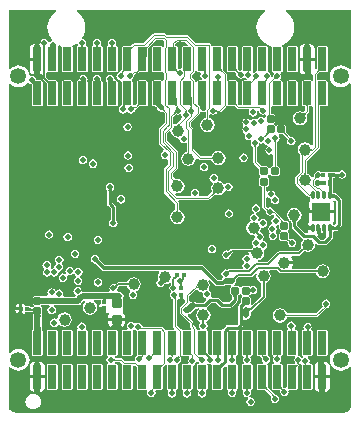
<source format=gbl>
G04*
G04 #@! TF.GenerationSoftware,Altium Limited,Altium NEXUS,5.1.2 (10)*
G04*
G04 Layer_Physical_Order=4*
G04 Layer_Color=16711680*
%FSLAX25Y25*%
%MOIN*%
G70*
G04*
G04 #@! TF.SameCoordinates,614915EC-EFCC-4F07-BEE6-519DBFB5DABB*
G04*
G04*
G04 #@! TF.FilePolarity,Positive*
G04*
G01*
G75*
G04:AMPARAMS|DCode=15|XSize=23.62mil|YSize=23.62mil|CornerRadius=2.36mil|HoleSize=0mil|Usage=FLASHONLY|Rotation=90.000|XOffset=0mil|YOffset=0mil|HoleType=Round|Shape=RoundedRectangle|*
%AMROUNDEDRECTD15*
21,1,0.02362,0.01890,0,0,90.0*
21,1,0.01890,0.02362,0,0,90.0*
1,1,0.00472,0.00945,0.00945*
1,1,0.00472,0.00945,-0.00945*
1,1,0.00472,-0.00945,-0.00945*
1,1,0.00472,-0.00945,0.00945*
%
%ADD15ROUNDEDRECTD15*%
G04:AMPARAMS|DCode=29|XSize=12.6mil|YSize=13.39mil|CornerRadius=1.58mil|HoleSize=0mil|Usage=FLASHONLY|Rotation=90.000|XOffset=0mil|YOffset=0mil|HoleType=Round|Shape=RoundedRectangle|*
%AMROUNDEDRECTD29*
21,1,0.01260,0.01024,0,0,90.0*
21,1,0.00945,0.01339,0,0,90.0*
1,1,0.00315,0.00512,0.00472*
1,1,0.00315,0.00512,-0.00472*
1,1,0.00315,-0.00512,-0.00472*
1,1,0.00315,-0.00512,0.00472*
%
%ADD29ROUNDEDRECTD29*%
G04:AMPARAMS|DCode=31|XSize=23.62mil|YSize=23.62mil|CornerRadius=2.36mil|HoleSize=0mil|Usage=FLASHONLY|Rotation=0.000|XOffset=0mil|YOffset=0mil|HoleType=Round|Shape=RoundedRectangle|*
%AMROUNDEDRECTD31*
21,1,0.02362,0.01890,0,0,0.0*
21,1,0.01890,0.02362,0,0,0.0*
1,1,0.00472,0.00945,-0.00945*
1,1,0.00472,-0.00945,-0.00945*
1,1,0.00472,-0.00945,0.00945*
1,1,0.00472,0.00945,0.00945*
%
%ADD31ROUNDEDRECTD31*%
%ADD61C,0.00984*%
G04:AMPARAMS|DCode=70|XSize=12.6mil|YSize=14.17mil|CornerRadius=1.58mil|HoleSize=0mil|Usage=FLASHONLY|Rotation=270.000|XOffset=0mil|YOffset=0mil|HoleType=Round|Shape=RoundedRectangle|*
%AMROUNDEDRECTD70*
21,1,0.01260,0.01102,0,0,270.0*
21,1,0.00945,0.01417,0,0,270.0*
1,1,0.00315,-0.00551,-0.00472*
1,1,0.00315,-0.00551,0.00472*
1,1,0.00315,0.00551,0.00472*
1,1,0.00315,0.00551,-0.00472*
%
%ADD70ROUNDEDRECTD70*%
G04:AMPARAMS|DCode=71|XSize=12.6mil|YSize=14.17mil|CornerRadius=1.58mil|HoleSize=0mil|Usage=FLASHONLY|Rotation=180.000|XOffset=0mil|YOffset=0mil|HoleType=Round|Shape=RoundedRectangle|*
%AMROUNDEDRECTD71*
21,1,0.01260,0.01102,0,0,180.0*
21,1,0.00945,0.01417,0,0,180.0*
1,1,0.00315,-0.00472,0.00551*
1,1,0.00315,0.00472,0.00551*
1,1,0.00315,0.00472,-0.00551*
1,1,0.00315,-0.00472,-0.00551*
%
%ADD71ROUNDEDRECTD71*%
%ADD72C,0.00394*%
%ADD73C,0.01000*%
%ADD74C,0.01181*%
%ADD75C,0.00591*%
%ADD76C,0.00787*%
%ADD77C,0.00799*%
%ADD78C,0.01968*%
%ADD80C,0.00500*%
%ADD85C,0.01575*%
%ADD89C,0.05315*%
%ADD90C,0.01968*%
%ADD91C,0.01378*%
%ADD94C,0.03937*%
G04:AMPARAMS|DCode=95|XSize=78.74mil|YSize=29.13mil|CornerRadius=2.91mil|HoleSize=0mil|Usage=FLASHONLY|Rotation=270.000|XOffset=0mil|YOffset=0mil|HoleType=Round|Shape=RoundedRectangle|*
%AMROUNDEDRECTD95*
21,1,0.07874,0.02331,0,0,270.0*
21,1,0.07291,0.02913,0,0,270.0*
1,1,0.00583,-0.01165,-0.03646*
1,1,0.00583,-0.01165,0.03646*
1,1,0.00583,0.01165,0.03646*
1,1,0.00583,0.01165,-0.03646*
%
%ADD95ROUNDEDRECTD95*%
G04:AMPARAMS|DCode=96|XSize=62.99mil|YSize=62.99mil|CornerRadius=6.3mil|HoleSize=0mil|Usage=FLASHONLY|Rotation=90.000|XOffset=0mil|YOffset=0mil|HoleType=Round|Shape=RoundedRectangle|*
%AMROUNDEDRECTD96*
21,1,0.06299,0.05039,0,0,90.0*
21,1,0.05039,0.06299,0,0,90.0*
1,1,0.01260,0.02520,0.02520*
1,1,0.01260,0.02520,-0.02520*
1,1,0.01260,-0.02520,-0.02520*
1,1,0.01260,-0.02520,0.02520*
%
%ADD96ROUNDEDRECTD96*%
G04:AMPARAMS|DCode=97|XSize=11.81mil|YSize=23.62mil|CornerRadius=1.18mil|HoleSize=0mil|Usage=FLASHONLY|Rotation=0.000|XOffset=0mil|YOffset=0mil|HoleType=Round|Shape=RoundedRectangle|*
%AMROUNDEDRECTD97*
21,1,0.01181,0.02126,0,0,0.0*
21,1,0.00945,0.02362,0,0,0.0*
1,1,0.00236,0.00472,-0.01063*
1,1,0.00236,-0.00472,-0.01063*
1,1,0.00236,-0.00472,0.01063*
1,1,0.00236,0.00472,0.01063*
%
%ADD97ROUNDEDRECTD97*%
G04:AMPARAMS|DCode=98|XSize=33.47mil|YSize=31.5mil|CornerRadius=3.94mil|HoleSize=0mil|Usage=FLASHONLY|Rotation=180.000|XOffset=0mil|YOffset=0mil|HoleType=Round|Shape=RoundedRectangle|*
%AMROUNDEDRECTD98*
21,1,0.03347,0.02362,0,0,180.0*
21,1,0.02559,0.03150,0,0,180.0*
1,1,0.00787,-0.01280,0.01181*
1,1,0.00787,0.01280,0.01181*
1,1,0.00787,0.01280,-0.01181*
1,1,0.00787,-0.01280,-0.01181*
%
%ADD98ROUNDEDRECTD98*%
%ADD99C,0.02000*%
G36*
X14423Y124314D02*
X14381Y124280D01*
X14345Y124241D01*
X14314Y124198D01*
X14287Y124151D01*
X14265Y124100D01*
X14248Y124044D01*
X14236Y123984D01*
X14229Y123920D01*
X14226Y123851D01*
X13726D01*
X13724Y123920D01*
X13717Y123984D01*
X13705Y124044D01*
X13688Y124100D01*
X13666Y124151D01*
X13639Y124198D01*
X13608Y124241D01*
X13571Y124280D01*
X13530Y124314D01*
X13484Y124345D01*
X14469D01*
X14423Y124314D01*
D02*
G37*
G36*
X57055Y124129D02*
X57061Y124060D01*
X57071Y123999D01*
X57084Y123946D01*
X57102Y123902D01*
X57124Y123865D01*
X57149Y123837D01*
X57179Y123817D01*
X57212Y123804D01*
X57250Y123800D01*
X56462D01*
X56500Y123804D01*
X56533Y123817D01*
X56563Y123837D01*
X56588Y123865D01*
X56610Y123902D01*
X56628Y123946D01*
X56642Y123999D01*
X56651Y124060D01*
X56657Y124129D01*
X56659Y124206D01*
X57053D01*
X57055Y124129D01*
D02*
G37*
G36*
X26814Y124309D02*
X26764Y124270D01*
X26719Y124227D01*
X26681Y124182D01*
X26649Y124133D01*
X26622Y124081D01*
X26601Y124025D01*
X26594Y123995D01*
X26606Y123946D01*
X26624Y123902D01*
X26646Y123865D01*
X26671Y123837D01*
X26701Y123817D01*
X26734Y123804D01*
X26772Y123800D01*
X25984D01*
X26022Y123804D01*
X26055Y123817D01*
X26085Y123837D01*
X26110Y123865D01*
X26132Y123902D01*
X26150Y123946D01*
X26162Y123995D01*
X26155Y124025D01*
X26134Y124081D01*
X26107Y124133D01*
X26075Y124182D01*
X26036Y124227D01*
X25992Y124270D01*
X25942Y124309D01*
X25886Y124345D01*
X26870D01*
X26814Y124309D01*
D02*
G37*
G36*
X48241Y123947D02*
X48162Y123865D01*
X48040Y123722D01*
X47998Y123661D01*
X47967Y123606D01*
X47948Y123558D01*
X47941Y123517D01*
X47947Y123482D01*
X47964Y123454D01*
X47993Y123433D01*
X47271Y123800D01*
X47310Y123788D01*
X47355Y123788D01*
X47407Y123800D01*
X47465Y123823D01*
X47529Y123858D01*
X47600Y123906D01*
X47678Y123964D01*
X47852Y124118D01*
X47949Y124212D01*
X48241Y123947D01*
D02*
G37*
G36*
X43282Y123811D02*
X43204Y123730D01*
X43079Y123584D01*
X43033Y123520D01*
X42999Y123461D01*
X42976Y123408D01*
X42963Y123362D01*
X42962Y123320D01*
X42972Y123285D01*
X42993Y123256D01*
X42448Y123800D01*
X42478Y123779D01*
X42513Y123769D01*
X42554Y123770D01*
X42601Y123783D01*
X42654Y123806D01*
X42712Y123841D01*
X42777Y123886D01*
X42847Y123943D01*
X43004Y124090D01*
X43282Y123811D01*
D02*
G37*
G36*
X17638Y124408D02*
X17646Y124300D01*
X17661Y124199D01*
X17681Y124107D01*
X17706Y124024D01*
X17738Y123948D01*
X17775Y123881D01*
X17819Y123822D01*
X17867Y123772D01*
X17922Y123729D01*
X15281Y123791D01*
X15429Y123826D01*
X15561Y123870D01*
X15678Y123922D01*
X15779Y123983D01*
X15865Y124052D01*
X15935Y124129D01*
X15990Y124215D01*
X16029Y124310D01*
X16052Y124413D01*
X16060Y124525D01*
X17635D01*
X17638Y124408D01*
D02*
G37*
G36*
X61903Y124688D02*
X61712Y124226D01*
X60390D01*
X60122Y124173D01*
X59896Y124021D01*
X59744Y123795D01*
X59691Y123528D01*
Y116945D01*
X59191Y116535D01*
X59055Y116562D01*
X58919Y116535D01*
X58437Y116883D01*
X58419Y116938D01*
Y123528D01*
X58366Y123795D01*
X58214Y124021D01*
X57988Y124173D01*
X57720Y124226D01*
X57495D01*
Y124898D01*
X58336Y125739D01*
X60852D01*
X61903Y124688D01*
D02*
G37*
G36*
X45610Y115963D02*
X45583Y115987D01*
X45550Y115999D01*
X45511Y115999D01*
X45465Y115988D01*
X45413Y115966D01*
X45355Y115932D01*
X45292Y115887D01*
X45222Y115830D01*
X45063Y115683D01*
X44826Y116003D01*
X44903Y116082D01*
X45025Y116225D01*
X45070Y116289D01*
X45105Y116347D01*
X45128Y116400D01*
X45141Y116448D01*
X45144Y116490D01*
X45136Y116528D01*
X45117Y116559D01*
X45610Y115963D01*
D02*
G37*
G36*
X40662D02*
X40632Y115984D01*
X40597Y115995D01*
X40556Y115993D01*
X40509Y115981D01*
X40456Y115958D01*
X40398Y115923D01*
X40333Y115878D01*
X40263Y115821D01*
X40106Y115674D01*
X39827Y115953D01*
X39906Y116034D01*
X40031Y116180D01*
X40077Y116244D01*
X40111Y116303D01*
X40135Y116355D01*
X40147Y116402D01*
X40148Y116443D01*
X40138Y116479D01*
X40117Y116508D01*
X40662Y115963D01*
D02*
G37*
G36*
X77974Y116528D02*
X77966Y116490D01*
X77969Y116448D01*
X77982Y116400D01*
X78005Y116347D01*
X78040Y116289D01*
X78085Y116225D01*
X78140Y116156D01*
X78284Y116003D01*
X78047Y115683D01*
X77965Y115762D01*
X77818Y115887D01*
X77754Y115932D01*
X77697Y115966D01*
X77645Y115988D01*
X77600Y115999D01*
X77560Y115999D01*
X77527Y115987D01*
X77500Y115963D01*
X77993Y116559D01*
X77974Y116528D01*
D02*
G37*
G36*
X72972Y116479D02*
X72962Y116443D01*
X72963Y116402D01*
X72975Y116355D01*
X72999Y116303D01*
X73033Y116244D01*
X73079Y116180D01*
X73136Y116110D01*
X73282Y115953D01*
X73004Y115674D01*
X72922Y115753D01*
X72777Y115878D01*
X72712Y115923D01*
X72654Y115958D01*
X72601Y115981D01*
X72554Y115993D01*
X72513Y115995D01*
X72478Y115984D01*
X72448Y115963D01*
X72993Y116508D01*
X72972Y116479D01*
D02*
G37*
G36*
X61024Y115963D02*
X60986Y115962D01*
X60953Y115951D01*
X60923Y115932D01*
X60898Y115904D01*
X60876Y115868D01*
X60858Y115823D01*
X60844Y115770D01*
X60835Y115708D01*
X60829Y115637D01*
X60827Y115558D01*
X60433D01*
X60431Y115642D01*
X60426Y115718D01*
X60416Y115785D01*
X60403Y115843D01*
X60386Y115893D01*
X60365Y115934D01*
X60340Y115967D01*
X60311Y115991D01*
X60279Y116006D01*
X60243Y116013D01*
X61024Y115963D01*
D02*
G37*
G36*
X82156D02*
X82351D01*
X82314Y115959D01*
X82280Y115947D01*
X82251Y115927D01*
X82225Y115899D01*
X82203Y115862D01*
X82186Y115817D01*
X82182Y115803D01*
X82201Y115751D01*
X82228Y115699D01*
X82261Y115650D01*
X82299Y115604D01*
X82343Y115562D01*
X82393Y115523D01*
X82449Y115487D01*
X81465D01*
X81521Y115523D01*
X81572Y115562D01*
X81616Y115604D01*
X81654Y115650D01*
X81687Y115699D01*
X81713Y115751D01*
X81733Y115803D01*
X81729Y115817D01*
X81711Y115862D01*
X81690Y115899D01*
X81664Y115927D01*
X81634Y115947D01*
X81601Y115959D01*
X81564Y115963D01*
X81759D01*
X81761Y115992D01*
X82154D01*
X82156Y115963D01*
D02*
G37*
G36*
X57974Y116528D02*
X57966Y116490D01*
X57969Y116448D01*
X57982Y116400D01*
X58005Y116347D01*
X58040Y116289D01*
X58085Y116225D01*
X58140Y116156D01*
X58180Y116114D01*
X58217Y116087D01*
X58268Y116057D01*
X58321Y116035D01*
X58375Y116021D01*
X58430Y116014D01*
X58486Y116014D01*
X58544Y116022D01*
X58603Y116038D01*
X58663Y116060D01*
X58077Y115270D01*
X58082Y115337D01*
X58082Y115402D01*
X58076Y115466D01*
X58065Y115527D01*
X58048Y115585D01*
X58026Y115642D01*
X57998Y115697D01*
X57965Y115749D01*
X57936Y115786D01*
X57818Y115887D01*
X57754Y115932D01*
X57697Y115966D01*
X57645Y115988D01*
X57600Y115999D01*
X57560Y115999D01*
X57527Y115987D01*
X57499Y115963D01*
X57993Y116559D01*
X57974Y116528D01*
D02*
G37*
G36*
X67679Y115959D02*
X67646Y115947D01*
X67616Y115927D01*
X67590Y115899D01*
X67569Y115862D01*
X67551Y115817D01*
X67537Y115765D01*
X67528Y115704D01*
X67523Y115657D01*
X67532Y115601D01*
X67546Y115542D01*
X67567Y115486D01*
X67593Y115434D01*
X67626Y115385D01*
X67664Y115340D01*
X67709Y115297D01*
X67759Y115258D01*
X67815Y115223D01*
X66831D01*
X66887Y115258D01*
X66937Y115297D01*
X66981Y115340D01*
X67020Y115385D01*
X67052Y115434D01*
X67079Y115486D01*
X67099Y115542D01*
X67114Y115601D01*
X67122Y115657D01*
X67118Y115704D01*
X67108Y115765D01*
X67094Y115817D01*
X67077Y115862D01*
X67055Y115899D01*
X67030Y115927D01*
X67000Y115947D01*
X66966Y115959D01*
X66929Y115963D01*
X67716D01*
X67679Y115959D01*
D02*
G37*
G36*
X43422Y114994D02*
X43378Y114946D01*
X43341Y114896D01*
X43309Y114844D01*
X43285Y114790D01*
X43267Y114734D01*
X43255Y114677D01*
X43250Y114617D01*
X43251Y114556D01*
X43259Y114493D01*
X43273Y114428D01*
X42578Y115124D01*
X42643Y115110D01*
X42706Y115102D01*
X42767Y115100D01*
X42826Y115105D01*
X42884Y115117D01*
X42939Y115135D01*
X42993Y115160D01*
X43045Y115191D01*
X43096Y115229D01*
X43144Y115273D01*
X43422Y114994D01*
D02*
G37*
G36*
X78507Y115783D02*
X78557Y115746D01*
X78609Y115716D01*
X78663Y115692D01*
X78717Y115676D01*
X78774Y115666D01*
X78833Y115663D01*
X78892Y115668D01*
X78954Y115679D01*
X79017Y115697D01*
X78366Y114959D01*
X78377Y115025D01*
X78381Y115089D01*
X78379Y115152D01*
X78372Y115212D01*
X78358Y115270D01*
X78338Y115326D01*
X78312Y115381D01*
X78280Y115433D01*
X78242Y115483D01*
X78198Y115531D01*
X78459Y115827D01*
X78507Y115783D01*
D02*
G37*
G36*
X39868Y115416D02*
X39871Y115351D01*
X39878Y115288D01*
X39889Y115226D01*
X39905Y115166D01*
X39926Y115107D01*
X39952Y115050D01*
X39982Y114994D01*
X40016Y114939D01*
X40056Y114886D01*
X40099Y114834D01*
X39162Y115135D01*
X39222Y115151D01*
X39275Y115172D01*
X39322Y115198D01*
X39362Y115229D01*
X39397Y115265D01*
X39425Y115305D01*
X39446Y115351D01*
X39462Y115402D01*
X39471Y115457D01*
X39474Y115518D01*
X39868Y115416D01*
D02*
G37*
G36*
X116103Y116702D02*
X115603Y116532D01*
X115412Y116782D01*
X114648Y117368D01*
X113758Y117737D01*
X112803Y117862D01*
X111848Y117737D01*
X110959Y117368D01*
X110195Y116782D01*
X109608Y116018D01*
X109240Y115128D01*
X109114Y114173D01*
X109240Y113218D01*
X109608Y112329D01*
X110195Y111565D01*
X110959Y110978D01*
X111848Y110610D01*
X112803Y110484D01*
X113758Y110610D01*
X114648Y110978D01*
X115412Y111565D01*
X115603Y111814D01*
X116103Y111645D01*
Y22214D01*
X115603Y22044D01*
X115412Y22294D01*
X114648Y22880D01*
X113758Y23248D01*
X112803Y23374D01*
X111848Y23248D01*
X110959Y22880D01*
X110195Y22294D01*
X109608Y21530D01*
X109240Y20640D01*
X109114Y19685D01*
X109240Y18730D01*
X109608Y17841D01*
X110195Y17076D01*
X110959Y16490D01*
X111848Y16122D01*
X112803Y15996D01*
X113758Y16122D01*
X114648Y16490D01*
X115412Y17076D01*
X115603Y17326D01*
X116103Y17156D01*
Y4724D01*
X116103Y4724D01*
X116103Y4724D01*
X116103Y4457D01*
X115999Y3932D01*
X115794Y3437D01*
X115497Y2992D01*
X115118Y2614D01*
X114673Y2316D01*
X114179Y2111D01*
X113654Y2007D01*
X113386Y2007D01*
X113386Y2007D01*
X113386Y2007D01*
X4724D01*
X4724Y2007D01*
X4724Y2007D01*
X4457Y2007D01*
X3932Y2111D01*
X3437Y2316D01*
X2992Y2614D01*
X2614Y2992D01*
X2316Y3437D01*
X2111Y3932D01*
X2007Y4457D01*
X2007Y4724D01*
Y17156D01*
X2507Y17326D01*
X2698Y17076D01*
X3463Y16490D01*
X4352Y16122D01*
X5307Y15996D01*
X6262Y16122D01*
X7152Y16490D01*
X7915Y17076D01*
X8502Y17841D01*
X8870Y18730D01*
X8996Y19685D01*
X8870Y20640D01*
X8502Y21530D01*
X7915Y22294D01*
X7152Y22880D01*
X6262Y23248D01*
X5307Y23374D01*
X4352Y23248D01*
X3463Y22880D01*
X2698Y22294D01*
X2507Y22044D01*
X2007Y22214D01*
Y111644D01*
X2507Y111814D01*
X2698Y111565D01*
X3463Y110978D01*
X4352Y110610D01*
X5307Y110484D01*
X6262Y110610D01*
X7152Y110978D01*
X7915Y111565D01*
X8233Y111979D01*
X8808Y112019D01*
X9264Y111715D01*
X9512Y111665D01*
X9587Y111579D01*
X9675Y111462D01*
X9691Y111436D01*
Y110982D01*
X9691Y110981D01*
X9691Y110980D01*
Y104819D01*
X9744Y104552D01*
X9896Y104325D01*
X10122Y104174D01*
X10390Y104121D01*
X12720D01*
X12988Y104174D01*
X13214Y104325D01*
X13366Y104552D01*
X13419Y104819D01*
Y112110D01*
X13366Y112378D01*
X13214Y112604D01*
X12988Y112756D01*
X12720Y112809D01*
X11676D01*
X11388Y112934D01*
X11183Y113128D01*
X11099Y113550D01*
X10795Y114006D01*
X10339Y114311D01*
X9801Y114418D01*
X9477Y114353D01*
X8995Y114613D01*
X8928Y114688D01*
X8870Y115128D01*
X8502Y116018D01*
X7915Y116782D01*
X7152Y117368D01*
X6262Y117737D01*
X5307Y117862D01*
X4352Y117737D01*
X3463Y117368D01*
X2698Y116782D01*
X2507Y116532D01*
X2007Y116702D01*
Y136221D01*
X17657D01*
X17779Y135735D01*
X17741Y135715D01*
X16782Y134928D01*
X15995Y133969D01*
X15410Y132875D01*
X15050Y131687D01*
X14928Y130453D01*
X15050Y129218D01*
X15410Y128030D01*
X15995Y126936D01*
X16450Y126382D01*
X16266Y125818D01*
X15929Y125593D01*
X15839Y125458D01*
X15308Y125564D01*
X15274Y125734D01*
X14970Y126190D01*
X14514Y126495D01*
X13976Y126602D01*
X13439Y126495D01*
X12983Y126190D01*
X12678Y125734D01*
X12571Y125197D01*
X12282Y124844D01*
X12055D01*
Y124409D01*
X12500D01*
X12503Y124304D01*
X12513Y124208D01*
X12530Y124121D01*
X12553Y124045D01*
X12582Y123978D01*
X12619Y123921D01*
X12661Y123874D01*
X12711Y123836D01*
X12767Y123809D01*
X12829Y123791D01*
X12055D01*
Y119882D01*
Y115973D01*
X12829D01*
X12767Y115954D01*
X12711Y115924D01*
X12661Y115881D01*
X12619Y115827D01*
X12582Y115761D01*
X12553Y115683D01*
X12530Y115594D01*
X12513Y115493D01*
X12503Y115380D01*
X12500Y115256D01*
X12055D01*
Y114920D01*
X12720D01*
X12820Y114939D01*
X13320Y114529D01*
Y113524D01*
X13370Y113272D01*
X13512Y113059D01*
X14423Y112149D01*
X14439Y112105D01*
X14616Y111916D01*
X14669Y111849D01*
X14691Y111818D01*
Y111689D01*
X14691Y111688D01*
X14691Y111687D01*
Y104819D01*
X14744Y104552D01*
X14896Y104325D01*
X15122Y104174D01*
X15390Y104121D01*
X17720D01*
X17988Y104174D01*
X18214Y104325D01*
X18366Y104552D01*
X18419Y104819D01*
Y112110D01*
X18366Y112378D01*
X18214Y112604D01*
X17988Y112756D01*
X17720Y112809D01*
X15813D01*
X15812Y112809D01*
X15811Y112809D01*
X15682D01*
X15656Y112827D01*
X15495Y112964D01*
X15401Y113055D01*
X15355Y113073D01*
X14633Y113795D01*
Y115317D01*
X15122Y115591D01*
X15133Y115589D01*
X15390Y115538D01*
X17720D01*
X17988Y115591D01*
X18214Y115742D01*
X18366Y115969D01*
X18419Y116236D01*
Y123528D01*
X18366Y123795D01*
X18311Y123876D01*
X18402Y124363D01*
X18843Y124602D01*
X19579Y124379D01*
X19598Y124358D01*
X19751Y123805D01*
X19744Y123795D01*
X19691Y123528D01*
Y116236D01*
X19744Y115969D01*
X19896Y115742D01*
X20122Y115591D01*
X20390Y115538D01*
X22720D01*
X22988Y115591D01*
X23214Y115742D01*
X23366Y115969D01*
X23419Y116236D01*
Y123528D01*
X23366Y123795D01*
X23259Y123954D01*
X23303Y124288D01*
X23378Y124513D01*
X23680Y124605D01*
X24494Y125040D01*
X25046Y124802D01*
X25054Y124792D01*
X25080Y124659D01*
X25094Y124638D01*
X24902Y124026D01*
X24896Y124021D01*
X24744Y123795D01*
X24691Y123528D01*
Y116236D01*
X24744Y115969D01*
X24896Y115742D01*
X25122Y115591D01*
X25390Y115538D01*
X27720D01*
X27988Y115591D01*
X28214Y115742D01*
X28366Y115969D01*
X28419Y116236D01*
Y123528D01*
X28366Y123795D01*
X28214Y124021D01*
X27988Y124173D01*
X27957Y124179D01*
X27696Y124626D01*
X27689Y124726D01*
X27783Y125197D01*
X27676Y125734D01*
X27371Y126190D01*
X26916Y126495D01*
X26821Y126514D01*
X26709Y126671D01*
X26592Y127069D01*
X27106Y128030D01*
X27466Y129218D01*
X27588Y130453D01*
X27466Y131687D01*
X27106Y132875D01*
X26521Y133969D01*
X25734Y134928D01*
X24775Y135715D01*
X24737Y135735D01*
X24859Y136221D01*
X87319D01*
X87441Y135735D01*
X87414Y135721D01*
X86454Y134934D01*
X85667Y133974D01*
X85082Y132880D01*
X84722Y131693D01*
X84600Y130458D01*
X84722Y129223D01*
X85082Y128036D01*
X85667Y126941D01*
X86454Y125982D01*
X87414Y125195D01*
X88508Y124610D01*
X89496Y124310D01*
X89727Y123830D01*
X89734Y123743D01*
X89691Y123528D01*
Y116236D01*
X89744Y115969D01*
X89896Y115742D01*
X90122Y115591D01*
X90253Y115565D01*
X90341Y115443D01*
X90431Y115225D01*
X90456Y115038D01*
X90237Y114711D01*
X90149Y114269D01*
X90137Y114252D01*
X90141Y114227D01*
X90131Y114173D01*
X90131Y114170D01*
X90125Y114156D01*
X90125Y114127D01*
X89977Y113978D01*
X89907Y113918D01*
X89747Y113804D01*
X89390Y114335D01*
X89397Y114370D01*
X89290Y114908D01*
X88986Y115364D01*
X88661Y115580D01*
X88530Y115668D01*
X88412Y116201D01*
X88419Y116236D01*
Y123528D01*
X88366Y123795D01*
X88214Y124021D01*
X87988Y124173D01*
X87720Y124226D01*
X85390D01*
X85122Y124173D01*
X84896Y124021D01*
X84744Y123795D01*
X84691Y123528D01*
Y116236D01*
X84725Y116065D01*
X84714Y115996D01*
X84606Y115777D01*
X84433Y115536D01*
X84108Y115471D01*
X83753Y115234D01*
X83711Y115229D01*
X83273Y115534D01*
X83223Y115756D01*
X83366Y115969D01*
X83419Y116236D01*
Y123528D01*
X83366Y123795D01*
X83214Y124021D01*
X82988Y124173D01*
X82720Y124226D01*
X80390D01*
X80122Y124173D01*
X79896Y124021D01*
X79744Y123795D01*
X79691Y123528D01*
Y116607D01*
X79331Y116169D01*
X79030Y116109D01*
X78991Y116122D01*
X78948Y116101D01*
X78900Y116106D01*
X78857Y116094D01*
X78839Y116091D01*
X78827Y116090D01*
X78821Y116090D01*
X78419Y116493D01*
Y123528D01*
X78366Y123795D01*
X78214Y124021D01*
X77988Y124173D01*
X77720Y124226D01*
X75390D01*
X75122Y124173D01*
X74896Y124021D01*
X74744Y123795D01*
X74691Y123528D01*
Y116236D01*
X74744Y115969D01*
X74896Y115742D01*
X75122Y115591D01*
X75390Y115538D01*
X77566D01*
X77946Y115158D01*
X77948Y115150D01*
X77952Y115136D01*
X77954Y115119D01*
X77955Y115099D01*
X77953Y115074D01*
X77945Y115026D01*
X77956Y114978D01*
X77941Y114932D01*
X77954Y114905D01*
X77926Y114764D01*
X78033Y114226D01*
X78337Y113770D01*
X78793Y113466D01*
X79331Y113359D01*
X79868Y113466D01*
X80324Y113770D01*
X80901Y113734D01*
X80964Y113641D01*
X81420Y113337D01*
X81559Y113309D01*
X81510Y112809D01*
X80390D01*
X80122Y112756D01*
X79896Y112604D01*
X79744Y112378D01*
X79691Y112110D01*
Y104819D01*
X79478Y104559D01*
X78825D01*
X78419Y104965D01*
Y112110D01*
X78366Y112378D01*
X78214Y112604D01*
X77988Y112756D01*
X77720Y112809D01*
X75390D01*
X75155Y112762D01*
X75110Y112763D01*
X74655Y113045D01*
Y114941D01*
X74468Y115393D01*
X73419Y116442D01*
Y116507D01*
X73419Y116508D01*
X73419Y116509D01*
Y123528D01*
X73366Y123795D01*
X73214Y124021D01*
X72988Y124173D01*
X72720Y124226D01*
X70390D01*
X70122Y124173D01*
X70037Y124116D01*
X69582Y124298D01*
X69537Y124337D01*
Y124480D01*
X69350Y124932D01*
X69119Y125163D01*
X68667Y125350D01*
X64333D01*
X61869Y127814D01*
X61417Y128001D01*
X54792D01*
X54389Y128405D01*
X53937Y128592D01*
X50591D01*
X50139Y128405D01*
X46979Y125245D01*
X43799D01*
X43347Y125058D01*
X42515Y124226D01*
X42450D01*
X42448Y124227D01*
X42447Y124226D01*
X40390D01*
X40122Y124173D01*
X39896Y124021D01*
X39744Y123795D01*
X39691Y123528D01*
Y116509D01*
X39691Y116508D01*
X39691Y116507D01*
Y116442D01*
X39219Y115970D01*
X39094Y115667D01*
X39062Y115625D01*
X38968Y115515D01*
X38951Y115495D01*
X38832Y115471D01*
X38377Y115167D01*
X38072Y114711D01*
X37965Y114173D01*
X38072Y113636D01*
X38377Y113180D01*
X38832Y112875D01*
X39370Y112768D01*
X39409Y112776D01*
X39615Y112531D01*
X39735Y112331D01*
X39691Y112110D01*
Y104819D01*
X39620Y104448D01*
X39164Y104143D01*
X38860Y103687D01*
X38752Y103150D01*
X38860Y102612D01*
X39164Y102156D01*
X39620Y101852D01*
X40157Y101745D01*
X40695Y101852D01*
X41131Y102143D01*
X41263Y102210D01*
X41611D01*
X41743Y102143D01*
X42179Y101852D01*
X42717Y101745D01*
X43254Y101852D01*
X43710Y102156D01*
X44014Y102612D01*
X44080Y102941D01*
X44105Y102971D01*
X44471Y103261D01*
X44923Y103448D01*
X45595Y104121D01*
X45660D01*
X45662Y104120D01*
X45663Y104121D01*
X47720D01*
X47988Y104174D01*
X48214Y104325D01*
X48366Y104552D01*
X48419Y104819D01*
Y112110D01*
X48366Y112378D01*
X48214Y112604D01*
X47988Y112756D01*
X47720Y112809D01*
X45390D01*
X45122Y112756D01*
X44896Y112604D01*
X44744Y112378D01*
X44691Y112110D01*
Y105092D01*
X44691Y105091D01*
X44691Y105090D01*
Y105025D01*
X44206Y104540D01*
X43894D01*
X43871Y104530D01*
X43571Y104722D01*
X43419Y104884D01*
Y112110D01*
X43366Y112378D01*
X43214Y112604D01*
X43284Y113159D01*
X43316Y113180D01*
X43621Y113636D01*
X43728Y114173D01*
X43684Y114391D01*
X43700Y114428D01*
X43681Y114473D01*
X43690Y114520D01*
X43679Y114566D01*
X43677Y114587D01*
X43676Y114604D01*
X43677Y114616D01*
X43679Y114626D01*
X43679Y114626D01*
X44162Y115109D01*
X44850D01*
X45302Y115296D01*
X45544Y115538D01*
X47720D01*
X47988Y115591D01*
X48214Y115742D01*
X48366Y115969D01*
X48419Y116236D01*
Y123499D01*
X51249Y126329D01*
X53475D01*
X53937Y125867D01*
Y124226D01*
X53782Y124071D01*
X53275Y124027D01*
X53173Y124049D01*
X52988Y124173D01*
X52720Y124226D01*
X50390D01*
X50122Y124173D01*
X49896Y124021D01*
X49744Y123795D01*
X49691Y123528D01*
Y116236D01*
X49744Y115969D01*
X49896Y115742D01*
X50122Y115591D01*
X50390Y115538D01*
X52720D01*
X52988Y115591D01*
X53033Y115621D01*
X53550Y115502D01*
X53616Y115455D01*
X53682Y115296D01*
X53888Y115090D01*
Y113454D01*
X53682Y113247D01*
X53552Y112934D01*
X53549Y112931D01*
X53126Y112763D01*
X52995Y112751D01*
X52988Y112756D01*
X52720Y112809D01*
X50390D01*
X50122Y112756D01*
X49896Y112604D01*
X49744Y112378D01*
X49691Y112110D01*
Y104819D01*
X49744Y104552D01*
X49896Y104325D01*
X50122Y104174D01*
X50390Y104121D01*
X50505D01*
X50506Y104120D01*
X50509Y104121D01*
X50680D01*
X50728Y104116D01*
X50837Y104092D01*
X50956Y104052D01*
X51085Y103994D01*
X51223Y103916D01*
X51366Y103822D01*
X51443Y103759D01*
X51534Y103301D01*
X51838Y102845D01*
X52294Y102541D01*
X52832Y102434D01*
X53050Y102477D01*
X53087Y102462D01*
X53131Y102480D01*
X53179Y102472D01*
X53224Y102482D01*
X53246Y102485D01*
X53262Y102485D01*
X53271Y102484D01*
X53347Y102420D01*
X53987Y101780D01*
Y98788D01*
X52200Y97001D01*
X52012Y96549D01*
Y91899D01*
X52200Y91447D01*
X53805Y89841D01*
X53640Y89299D01*
X53596Y89290D01*
X53140Y88986D01*
X52836Y88530D01*
X52729Y87992D01*
X52836Y87454D01*
X53140Y86999D01*
X53596Y86694D01*
X54134Y86587D01*
X54569Y86674D01*
X55069Y86404D01*
Y84849D01*
X53879Y83658D01*
X53692Y83206D01*
Y75787D01*
X53879Y75335D01*
X57631Y71583D01*
Y69609D01*
X57348Y69553D01*
X56567Y69031D01*
X56045Y68250D01*
X55862Y67328D01*
X56045Y66406D01*
X56567Y65625D01*
X57348Y65103D01*
X58270Y64919D01*
X59192Y65103D01*
X59973Y65625D01*
X60495Y66406D01*
X60678Y67328D01*
X60495Y68250D01*
X59973Y69031D01*
X59192Y69553D01*
X58909Y69609D01*
Y71848D01*
X58722Y72300D01*
X58501Y72521D01*
X58693Y72983D01*
X68574D01*
X69026Y73170D01*
X70769Y74913D01*
X71008Y74753D01*
X71930Y74569D01*
X72852Y74753D01*
X73633Y75275D01*
X74094Y75964D01*
X74155Y76056D01*
X74679Y76128D01*
X74712Y76107D01*
X75249Y76000D01*
X75787Y76107D01*
X76243Y76411D01*
X76547Y76867D01*
X76654Y77405D01*
X76547Y77942D01*
X76243Y78398D01*
X75787Y78703D01*
X75249Y78810D01*
X74712Y78703D01*
X74256Y78398D01*
X73822D01*
X73633Y78681D01*
X72852Y79203D01*
X72084Y79356D01*
X72015Y79402D01*
X71774Y79719D01*
X71712Y79853D01*
X71775Y80171D01*
X71668Y80708D01*
X71363Y81164D01*
X70907Y81469D01*
X70370Y81576D01*
X69832Y81469D01*
X69376Y81164D01*
X69072Y80708D01*
X68965Y80171D01*
X69072Y79633D01*
X69376Y79177D01*
X69778Y78909D01*
X69847Y78823D01*
X69993Y78331D01*
X69705Y77900D01*
X69522Y76978D01*
X69705Y76056D01*
X69865Y75817D01*
X68309Y74261D01*
X65761D01*
X65491Y74761D01*
X65578Y75197D01*
X65471Y75735D01*
X65167Y76190D01*
X64711Y76495D01*
X64173Y76602D01*
X63636Y76495D01*
X63180Y76190D01*
X62875Y75735D01*
X62768Y75197D01*
X62855Y74761D01*
X62586Y74261D01*
X58139D01*
X57622Y74778D01*
X57868Y75239D01*
X58270Y75159D01*
X59192Y75343D01*
X59973Y75865D01*
X60495Y76646D01*
X60678Y77568D01*
X60495Y78490D01*
X59973Y79271D01*
X59192Y79793D01*
X58270Y79976D01*
X57710Y79865D01*
X57701Y79867D01*
X57695Y79870D01*
X57690Y79871D01*
X57689Y79872D01*
X56938Y80622D01*
Y81822D01*
X58326Y83209D01*
X58513Y83661D01*
Y88976D01*
X58326Y89428D01*
X54865Y92889D01*
Y95140D01*
X55592Y95866D01*
X56134Y95702D01*
X56245Y95146D01*
X56767Y94365D01*
X57548Y93843D01*
X58470Y93659D01*
X58614Y93688D01*
X58968Y93335D01*
X58964Y93312D01*
X59070Y92774D01*
X59375Y92318D01*
X59831Y92014D01*
X60369Y91907D01*
X60831Y91999D01*
X61331Y91781D01*
Y89019D01*
X61048Y88963D01*
X60267Y88441D01*
X59745Y87660D01*
X59562Y86738D01*
X59745Y85816D01*
X60267Y85035D01*
X61048Y84513D01*
X61970Y84329D01*
X62892Y84513D01*
X63673Y85035D01*
X64195Y85816D01*
X64362Y86654D01*
X64816Y86907D01*
X65277Y86446D01*
X65729Y86259D01*
X69649D01*
X69705Y85976D01*
X70227Y85195D01*
X71008Y84673D01*
X71930Y84489D01*
X72852Y84673D01*
X73633Y85195D01*
X74155Y85976D01*
X74339Y86898D01*
X74155Y87819D01*
X73633Y88601D01*
X72852Y89123D01*
X71930Y89306D01*
X71008Y89123D01*
X70227Y88601D01*
X69705Y87819D01*
X69649Y87537D01*
X65994D01*
X63631Y89899D01*
Y96653D01*
X63444Y97105D01*
X62807Y97743D01*
Y98714D01*
X65610Y101516D01*
X65797Y101969D01*
Y102153D01*
X66297Y102422D01*
X66732Y102335D01*
X67171Y102422D01*
X67671Y102154D01*
Y100239D01*
X67388Y100183D01*
X66607Y99661D01*
X66085Y98879D01*
X65901Y97958D01*
X66085Y97036D01*
X66607Y96255D01*
X67388Y95733D01*
X68310Y95549D01*
X69232Y95733D01*
X70013Y96255D01*
X70535Y97036D01*
X70718Y97958D01*
X70535Y98879D01*
X70013Y99661D01*
X69232Y100183D01*
X68949Y100239D01*
Y101407D01*
X69449Y101641D01*
X69723Y101458D01*
X70261Y101351D01*
X70798Y101458D01*
X71254Y101762D01*
X71378Y101947D01*
X71414Y101962D01*
X71433Y102007D01*
X71473Y102035D01*
X71497Y102074D01*
X71511Y102091D01*
X71522Y102103D01*
X71532Y102111D01*
X71540Y102117D01*
X71540Y102117D01*
X72244D01*
X72696Y102304D01*
X74468Y104076D01*
X74550Y104123D01*
X75065Y104212D01*
X75122Y104174D01*
X75390Y104121D01*
X77445D01*
X77446Y104120D01*
X77488Y104089D01*
X78108Y103468D01*
X78560Y103281D01*
X82013D01*
X82280Y102781D01*
X82228Y102703D01*
X82121Y102165D01*
X82228Y101628D01*
X82533Y101172D01*
X82989Y100867D01*
X83526Y100760D01*
X84064Y100867D01*
X84520Y101172D01*
X84824Y101628D01*
X84931Y102165D01*
X84898Y102331D01*
X85236Y102783D01*
X85406Y102756D01*
X85513Y102218D01*
X85818Y101762D01*
X86273Y101458D01*
X86811Y101351D01*
X87349Y101458D01*
X87458Y101531D01*
X87799Y101221D01*
X87829Y101178D01*
X87783Y100945D01*
Y100451D01*
X87283Y100300D01*
X87214Y100403D01*
X86758Y100707D01*
X86221Y100814D01*
X85683Y100707D01*
X85227Y100403D01*
X84962Y100007D01*
X84915Y99945D01*
X84390Y99833D01*
X84224Y99945D01*
X83686Y100052D01*
X83148Y99945D01*
X82692Y99640D01*
X82399D01*
X82293Y99800D01*
X81837Y100104D01*
X81299Y100211D01*
X80762Y100104D01*
X80306Y99800D01*
X80001Y99344D01*
X79894Y98806D01*
X80001Y98269D01*
X80306Y97813D01*
Y97438D01*
X80001Y96982D01*
X79894Y96444D01*
X80001Y95906D01*
X80306Y95451D01*
X80561Y95280D01*
X80779Y94845D01*
X80792Y94630D01*
X80712Y94228D01*
X80819Y93690D01*
X81124Y93234D01*
X81579Y92930D01*
X82117Y92823D01*
X82631Y92925D01*
X82704Y92871D01*
X82978Y92545D01*
X82858Y92365D01*
X82752Y91828D01*
X82858Y91290D01*
X83163Y90834D01*
X83461Y90635D01*
X83479Y90602D01*
X83524Y90589D01*
X83555Y90552D01*
X83594Y90533D01*
X83607Y90524D01*
X83613Y90519D01*
Y85474D01*
X83800Y85022D01*
X85598Y83224D01*
X85602Y83218D01*
Y83203D01*
X85588Y83167D01*
X85602Y83133D01*
X85594Y83097D01*
X85602Y83083D01*
Y81592D01*
X85651Y81346D01*
X85791Y81138D01*
X85982Y81010D01*
X85991Y80765D01*
X85982Y80520D01*
X85791Y80392D01*
X85651Y80184D01*
X85603Y79938D01*
Y78048D01*
X85651Y77803D01*
X85791Y77594D01*
X85999Y77455D01*
X86245Y77406D01*
X86566D01*
Y70606D01*
X86753Y70154D01*
X87358Y69549D01*
X87431Y69519D01*
X87714Y69235D01*
X87718Y69229D01*
X87730Y69204D01*
X87740Y69176D01*
X87749Y69146D01*
X87756Y69113D01*
X87761Y69078D01*
X87764Y69024D01*
X87787Y68979D01*
X87782Y68929D01*
X87805Y68900D01*
X87875Y68549D01*
X88180Y68093D01*
X88635Y67789D01*
X89173Y67682D01*
X89711Y67789D01*
X90000Y67982D01*
X90038Y67985D01*
X90499Y67849D01*
X90575Y67773D01*
X90465Y67268D01*
X90424Y67217D01*
X90003Y66936D01*
X89699Y66480D01*
X89592Y65942D01*
X89699Y65405D01*
X89798Y65257D01*
X89567Y64701D01*
X89438Y64676D01*
X88983Y64371D01*
X88678Y63915D01*
X88571Y63378D01*
X88678Y62840D01*
X88947Y62437D01*
X88984Y62360D01*
X89016Y61760D01*
X88859Y61525D01*
X88753Y60988D01*
X88859Y60450D01*
X89164Y59994D01*
X89620Y59689D01*
X90158Y59583D01*
X90695Y59689D01*
X91151Y59994D01*
X91456Y60450D01*
X91562Y60988D01*
X91456Y61525D01*
X91186Y61928D01*
X91150Y62005D01*
X91117Y62605D01*
X91274Y62840D01*
X91381Y63378D01*
X91274Y63915D01*
X91175Y64063D01*
X91396Y64597D01*
X91481Y64634D01*
X91535Y64644D01*
X91589Y64681D01*
X91867Y64802D01*
X92311Y64597D01*
Y63425D01*
X92359Y63179D01*
X92499Y62971D01*
X92690Y62843D01*
X92699Y62598D01*
X92690Y62354D01*
X92499Y62226D01*
X92359Y62017D01*
X92311Y61772D01*
Y59882D01*
X92359Y59636D01*
X92499Y59428D01*
X92707Y59289D01*
X92953Y59240D01*
X94476D01*
X94495Y59229D01*
X94531Y59238D01*
X94566Y59225D01*
X94597Y59240D01*
X94601D01*
X94604Y59238D01*
X95003Y58839D01*
X95006Y58833D01*
X95017Y58809D01*
X95027Y58782D01*
X95034Y58754D01*
X95041Y58722D01*
X95044Y58687D01*
X95047Y58634D01*
X95065Y58595D01*
X95067Y58583D01*
X95062Y58539D01*
X95081Y58514D01*
X95159Y58124D01*
X95463Y57668D01*
X95919Y57363D01*
X96457Y57257D01*
X96994Y57363D01*
X97450Y57668D01*
X97755Y58124D01*
X97862Y58661D01*
X97755Y59199D01*
X97450Y59655D01*
X96994Y59959D01*
X96457Y60066D01*
X95919Y59959D01*
X95891Y59940D01*
X95693Y60063D01*
X95585Y60158D01*
X95486Y60263D01*
X95485Y60265D01*
Y60272D01*
X95491Y60303D01*
X95485Y60311D01*
Y61772D01*
X95436Y62017D01*
X95297Y62226D01*
X95105Y62354D01*
X95097Y62598D01*
X95105Y62843D01*
X95297Y62971D01*
X95436Y63179D01*
X95485Y63425D01*
Y65315D01*
X95436Y65561D01*
X95297Y65769D01*
X95088Y65908D01*
X94842Y65957D01*
X93789D01*
Y66102D01*
X93602Y66554D01*
X90911Y69245D01*
X90550Y69395D01*
X90545Y69412D01*
X90515Y69451D01*
X90511Y69500D01*
X90493Y69515D01*
X90471Y69624D01*
X90167Y70080D01*
X89711Y70385D01*
X89173Y70491D01*
X88635Y70385D01*
X88550Y70327D01*
X88528Y70329D01*
X88492Y70300D01*
X88461Y70297D01*
X88305Y70453D01*
X88232Y70483D01*
X87844Y70871D01*
Y73707D01*
X88344Y73859D01*
X88377Y73810D01*
X88832Y73505D01*
X89370Y73398D01*
X89480Y72910D01*
X89576Y72423D01*
X89881Y71968D01*
X90337Y71663D01*
X90874Y71556D01*
X91412Y71663D01*
X91868Y71968D01*
X92172Y72423D01*
X92279Y72961D01*
X92172Y73499D01*
X91868Y73954D01*
X91412Y74259D01*
X91186Y74304D01*
X90777Y74801D01*
X90765Y74854D01*
X90668Y75341D01*
X90364Y75797D01*
X89908Y76101D01*
X89370Y76208D01*
X88832Y76101D01*
X88377Y75797D01*
X88344Y75748D01*
X87844Y75899D01*
Y77406D01*
X88135D01*
X88380Y77455D01*
X88589Y77594D01*
X88728Y77803D01*
X88777Y78048D01*
Y79938D01*
X88728Y80184D01*
X88589Y80392D01*
X88397Y80520D01*
X88389Y80765D01*
X88397Y81010D01*
X88589Y81138D01*
X88717Y81329D01*
X88961Y81338D01*
X89206Y81329D01*
X89334Y81138D01*
X89542Y80998D01*
X89788Y80950D01*
X91678D01*
X91924Y80998D01*
X92132Y81138D01*
X92271Y81346D01*
X92320Y81592D01*
Y83482D01*
X92271Y83727D01*
X92132Y83936D01*
X91924Y84075D01*
X91678Y84124D01*
X91559D01*
Y92225D01*
X91559Y92225D01*
X91565Y92233D01*
X91573Y92242D01*
X91584Y92254D01*
X91602Y92267D01*
X91641Y92292D01*
X91669Y92332D01*
X91713Y92350D01*
X91729Y92387D01*
X91913Y92510D01*
X92218Y92966D01*
X92325Y93504D01*
X92218Y94042D01*
X91999Y94370D01*
X92160Y94797D01*
X92220Y94870D01*
X93443D01*
X93478Y94848D01*
X93512Y94856D01*
X93544Y94843D01*
X93598Y94865D01*
X93608Y94858D01*
X95121Y93345D01*
X95121Y93335D01*
X95119Y93293D01*
X94962Y93057D01*
X94855Y92520D01*
X94962Y91982D01*
X95266Y91526D01*
X95722Y91222D01*
X96260Y91115D01*
X96798Y91222D01*
X97253Y91526D01*
X97558Y91982D01*
X97665Y92520D01*
X97558Y93057D01*
X97253Y93513D01*
X96798Y93818D01*
X96636Y93850D01*
X96613Y93875D01*
X96564Y93877D01*
X96523Y93905D01*
X96472Y93916D01*
X96436Y93927D01*
X96399Y93941D01*
X96359Y93959D01*
X96318Y93981D01*
X96275Y94007D01*
X96246Y94028D01*
X94512Y95762D01*
X94505Y95772D01*
X94527Y95826D01*
X94514Y95858D01*
X94522Y95892D01*
X94500Y95927D01*
Y97402D01*
X94452Y97647D01*
X94312Y97856D01*
X94104Y97995D01*
X93858Y98044D01*
X91969D01*
X91723Y97995D01*
X91514Y97856D01*
X91386Y97664D01*
X91142Y97656D01*
X90897Y97664D01*
X90769Y97856D01*
X90578Y97984D01*
X90569Y98228D01*
X90578Y98473D01*
X90769Y98601D01*
X90908Y98809D01*
X90957Y99055D01*
Y100945D01*
X90908Y101191D01*
X90769Y101399D01*
X90561Y101538D01*
X90315Y101587D01*
X89616D01*
Y103913D01*
X90116Y104178D01*
X90122Y104174D01*
X90390Y104121D01*
X92720D01*
X92988Y104174D01*
X93214Y104325D01*
X93366Y104552D01*
X93419Y104819D01*
Y112110D01*
X93366Y112378D01*
X93214Y112604D01*
X92988Y112756D01*
X92823Y112788D01*
X92736Y112904D01*
X92670Y113047D01*
X92615Y113309D01*
X92833Y113636D01*
X92940Y114173D01*
X92833Y114711D01*
X92615Y115038D01*
X92670Y115299D01*
X92736Y115442D01*
X92823Y115558D01*
X92988Y115591D01*
X93214Y115742D01*
X93366Y115969D01*
X93419Y116236D01*
Y123528D01*
X93366Y123795D01*
X93214Y124021D01*
X93189Y124038D01*
X93271Y124585D01*
X93352Y124610D01*
X94447Y125195D01*
X95406Y125982D01*
X96193Y126941D01*
X96778Y128036D01*
X97138Y129223D01*
X97260Y130458D01*
X97138Y131693D01*
X96778Y132880D01*
X96193Y133974D01*
X95406Y134934D01*
X94447Y135721D01*
X94419Y135735D01*
X94541Y136221D01*
X116103D01*
Y116702D01*
D02*
G37*
G36*
X91063Y113310D02*
X91006Y113337D01*
X90950Y113357D01*
X90895Y113368D01*
X90841Y113372D01*
X90788Y113367D01*
X90736Y113355D01*
X90684Y113334D01*
X90634Y113306D01*
X90584Y113269D01*
X90536Y113225D01*
X90327Y113573D01*
X90371Y113621D01*
X90410Y113671D01*
X90445Y113723D01*
X90474Y113777D01*
X90499Y113834D01*
X90519Y113893D01*
X90535Y113954D01*
X90545Y114017D01*
X90551Y114083D01*
X90551Y114151D01*
X91063Y113310D01*
D02*
G37*
G36*
X84451Y113208D02*
X84384Y113219D01*
X84320Y113224D01*
X84258Y113222D01*
X84197Y113214D01*
X84139Y113201D01*
X84083Y113181D01*
X84029Y113155D01*
X83977Y113123D01*
X83926Y113085D01*
X83878Y113041D01*
X83582Y113301D01*
X83626Y113350D01*
X83663Y113400D01*
X83694Y113452D01*
X83717Y113505D01*
X83734Y113560D01*
X83743Y113617D01*
X83746Y113675D01*
X83742Y113735D01*
X83731Y113797D01*
X83713Y113860D01*
X84451Y113208D01*
D02*
G37*
G36*
X88274Y113427D02*
X88214Y113408D01*
X88161Y113386D01*
X88114Y113364D01*
X88074Y113339D01*
X88039Y113313D01*
X88011Y113285D01*
X87989Y113256D01*
X87974Y113225D01*
X87964Y113192D01*
X87961Y113158D01*
X87568D01*
X87565Y113210D01*
X87558Y113261D01*
X87545Y113312D01*
X87527Y113362D01*
X87505Y113412D01*
X87477Y113461D01*
X87444Y113510D01*
X87407Y113559D01*
X87364Y113607D01*
X87316Y113655D01*
X88274Y113427D01*
D02*
G37*
G36*
X72286Y112891D02*
X72236Y112852D01*
X72192Y112810D01*
X72154Y112764D01*
X72121Y112715D01*
X72095Y112663D01*
X72074Y112608D01*
X72066Y112577D01*
X72079Y112529D01*
X72097Y112485D01*
X72118Y112448D01*
X72144Y112420D01*
X72173Y112399D01*
X72207Y112387D01*
X72244Y112383D01*
X71457D01*
X71494Y112387D01*
X71528Y112399D01*
X71557Y112420D01*
X71583Y112448D01*
X71604Y112485D01*
X71622Y112529D01*
X71635Y112577D01*
X71627Y112608D01*
X71606Y112663D01*
X71580Y112715D01*
X71547Y112764D01*
X71509Y112810D01*
X71465Y112852D01*
X71414Y112891D01*
X71358Y112927D01*
X72342D01*
X72286Y112891D01*
D02*
G37*
G36*
X87567Y112689D02*
X87572Y112623D01*
X87582Y112565D01*
X87596Y112515D01*
X87613Y112473D01*
X87635Y112438D01*
X87660Y112411D01*
X87689Y112391D01*
X87722Y112379D01*
X87759Y112375D01*
X86974Y112383D01*
X87011Y112387D01*
X87045Y112398D01*
X87075Y112416D01*
X87100Y112443D01*
X87122Y112477D01*
X87139Y112518D01*
X87153Y112568D01*
X87163Y112625D01*
X87169Y112689D01*
X87171Y112761D01*
X87565D01*
X87567Y112689D01*
D02*
G37*
G36*
X64744Y115969D02*
X64896Y115742D01*
X65122Y115591D01*
X65390Y115538D01*
X65845D01*
X66112Y115038D01*
X66025Y114908D01*
X65918Y114370D01*
X66025Y113832D01*
X66329Y113377D01*
X66431Y113309D01*
X66279Y112809D01*
X65390D01*
X65122Y112756D01*
X64896Y112604D01*
X64744Y112378D01*
X64741Y112363D01*
X64241Y112412D01*
Y112476D01*
X64054Y112928D01*
X63238Y113744D01*
Y114602D01*
X64054Y115419D01*
X64241Y115871D01*
Y115934D01*
X64741Y115983D01*
X64744Y115969D01*
D02*
G37*
G36*
X83274Y112437D02*
X83194Y112354D01*
X83070Y112208D01*
X83024Y112144D01*
X82990Y112087D01*
X82968Y112035D01*
X82957Y111989D01*
X82958Y111950D01*
X82970Y111917D01*
X82993Y111889D01*
X82397Y112383D01*
X82429Y112364D01*
X82466Y112356D01*
X82509Y112358D01*
X82556Y112372D01*
X82609Y112395D01*
X82668Y112430D01*
X82731Y112475D01*
X82800Y112530D01*
X82954Y112673D01*
X83274Y112437D01*
D02*
G37*
G36*
X15209Y112648D02*
X15394Y112490D01*
X15475Y112433D01*
X15550Y112389D01*
X15617Y112360D01*
X15677Y112344D01*
X15729Y112343D01*
X15774Y112356D01*
X15812Y112383D01*
X15117Y111688D01*
X15144Y111726D01*
X15157Y111771D01*
X15156Y111823D01*
X15140Y111883D01*
X15111Y111950D01*
X15067Y112024D01*
X15010Y112106D01*
X14938Y112195D01*
X14751Y112395D01*
X15105Y112749D01*
X15209Y112648D01*
D02*
G37*
G36*
X10502Y112712D02*
X10795Y112474D01*
X10928Y112390D01*
X11051Y112330D01*
X11164Y112294D01*
X11267Y112281D01*
X11361Y112291D01*
X11445Y112325D01*
X11519Y112383D01*
X10117Y110981D01*
X10175Y111055D01*
X10209Y111139D01*
X10219Y111233D01*
X10206Y111336D01*
X10170Y111449D01*
X10109Y111572D01*
X10026Y111705D01*
X9918Y111847D01*
X9787Y111998D01*
X9633Y112160D01*
X10340Y112867D01*
X10502Y112712D01*
D02*
G37*
G36*
X66991Y108314D02*
X67026Y108292D01*
X67068Y108258D01*
X67118Y108213D01*
X67242Y108089D01*
X67315Y108010D01*
X66149D01*
X66223Y108089D01*
X66439Y108292D01*
X66474Y108314D01*
X66501Y108324D01*
X66520Y108323D01*
X66532Y108311D01*
X66535Y108287D01*
X66929D01*
X66933Y108311D01*
X66945Y108323D01*
X66964Y108324D01*
X66991Y108314D01*
D02*
G37*
G36*
X45662Y104546D02*
X45632Y104567D01*
X45597Y104577D01*
X45556Y104576D01*
X45509Y104564D01*
X45456Y104540D01*
X45398Y104506D01*
X45333Y104460D01*
X45263Y104404D01*
X45106Y104257D01*
X44827Y104535D01*
X44906Y104617D01*
X45031Y104763D01*
X45077Y104827D01*
X45111Y104885D01*
X45134Y104938D01*
X45147Y104985D01*
X45148Y105026D01*
X45138Y105061D01*
X45117Y105091D01*
X45662Y104546D01*
D02*
G37*
G36*
X40766D02*
X40728Y104551D01*
X40695Y104546D01*
X40665Y104531D01*
X40640Y104505D01*
X40618Y104470D01*
X40600Y104424D01*
X40587Y104368D01*
X40578Y104314D01*
X40579Y104310D01*
X40592Y104249D01*
X40610Y104189D01*
X40633Y104132D01*
X40661Y104077D01*
X40694Y104023D01*
X40732Y103972D01*
X40775Y103922D01*
X40824Y103874D01*
X39863Y104089D01*
X39922Y104111D01*
X39975Y104138D01*
X40022Y104169D01*
X40063Y104206D01*
X40097Y104247D01*
X40125Y104294D01*
X40147Y104345D01*
X40163Y104401D01*
X40168Y104434D01*
X40158Y104600D01*
X40151Y104637D01*
X40144Y104668D01*
X40136Y104692D01*
X40126Y104710D01*
X40766Y104546D01*
D02*
G37*
G36*
X77969Y105005D02*
X77957Y104972D01*
X77956Y104933D01*
X77967Y104888D01*
X77989Y104836D01*
X78023Y104778D01*
X78068Y104715D01*
X78125Y104645D01*
X78273Y104486D01*
X78026Y104176D01*
X77931Y104268D01*
X77763Y104415D01*
X77689Y104470D01*
X77622Y104513D01*
X77562Y104544D01*
X77509Y104563D01*
X77462Y104569D01*
X77422Y104564D01*
X77389Y104546D01*
X77993Y105032D01*
X77969Y105005D01*
D02*
G37*
G36*
X57966Y104930D02*
X57950Y104900D01*
X57947Y104864D01*
X57955Y104821D01*
X57976Y104771D01*
X58008Y104715D01*
X58052Y104652D01*
X58108Y104582D01*
X58257Y104423D01*
X57978Y104145D01*
X57882Y104239D01*
X57631Y104449D01*
X57561Y104496D01*
X57498Y104530D01*
X57441Y104552D01*
X57391Y104562D01*
X57347Y104560D01*
X57311Y104546D01*
X57993Y104953D01*
X57966Y104930D01*
D02*
G37*
G36*
X62975Y104694D02*
X62968Y104671D01*
X62962Y104642D01*
X62956Y104606D01*
X62947Y104514D01*
X62941Y104327D01*
X62940Y104252D01*
X62547Y104140D01*
X62545Y104227D01*
X62539Y104303D01*
X62529Y104369D01*
X62515Y104425D01*
X62498Y104470D01*
X62476Y104506D01*
X62450Y104531D01*
X62421Y104546D01*
X62387Y104551D01*
X62350Y104546D01*
X62984Y104710D01*
X62975Y104694D01*
D02*
G37*
G36*
X43947Y103676D02*
X43903Y103629D01*
X43864Y103579D01*
X43828Y103527D01*
X43797Y103473D01*
X43770Y103417D01*
X43747Y103358D01*
X43729Y103297D01*
X43715Y103234D01*
X43705Y103169D01*
X43700Y103101D01*
X43250Y103977D01*
X43303Y103946D01*
X43356Y103924D01*
X43408Y103910D01*
X43459Y103904D01*
X43510Y103906D01*
X43560Y103916D01*
X43610Y103935D01*
X43659Y103962D01*
X43707Y103997D01*
X43754Y104040D01*
X43947Y103676D01*
D02*
G37*
G36*
X67221Y106841D02*
X67160Y106737D01*
X67106Y106612D01*
X67059Y106466D01*
X67019Y106298D01*
X66987Y106110D01*
X66944Y105669D01*
X66943Y105666D01*
X66987Y105111D01*
X67019Y104922D01*
X67059Y104755D01*
X67073Y104711D01*
X67074Y104710D01*
X67118Y104667D01*
X67168Y104628D01*
X67224Y104593D01*
X67112D01*
X67128Y104556D01*
X67829D01*
X67756Y104535D01*
X67691Y104502D01*
X67633Y104457D01*
X67583Y104401D01*
X67541Y104332D01*
X67506Y104253D01*
X67479Y104161D01*
X67460Y104058D01*
X67448Y103942D01*
X67444Y103815D01*
X65870D01*
X65864Y103935D01*
X65846Y104044D01*
X65817Y104144D01*
X65775Y104233D01*
X65722Y104312D01*
X65658Y104381D01*
X65581Y104440D01*
X65493Y104489D01*
X65393Y104527D01*
X65281Y104556D01*
X66336D01*
X66352Y104593D01*
X66240D01*
X66296Y104628D01*
X66347Y104667D01*
X66391Y104710D01*
X66392Y104711D01*
X66406Y104755D01*
X66445Y104922D01*
X66478Y105111D01*
X66521Y105552D01*
X66521Y105554D01*
X66478Y106110D01*
X66445Y106298D01*
X66406Y106466D01*
X66359Y106612D01*
X66305Y106737D01*
X66244Y106841D01*
X66175Y106924D01*
X67289D01*
X67221Y106841D01*
D02*
G37*
G36*
X52999Y104769D02*
X52999Y104718D01*
X53007Y104667D01*
X53021Y104614D01*
X53042Y104560D01*
X53070Y104506D01*
X53104Y104451D01*
X53146Y104394D01*
X53194Y104337D01*
X53249Y104279D01*
X52159Y103699D01*
X51975Y103874D01*
X51619Y104165D01*
X51446Y104280D01*
X51277Y104375D01*
X51112Y104449D01*
X50951Y104504D01*
X50793Y104538D01*
X50639Y104552D01*
X50489Y104546D01*
X53005Y104819D01*
X52999Y104769D01*
D02*
G37*
G36*
X62944Y104039D02*
X62953Y103979D01*
X62968Y103922D01*
X62990Y103872D01*
X63019Y103825D01*
X63053Y103784D01*
X63093Y103748D01*
X63140Y103716D01*
X63193Y103690D01*
X63253Y103668D01*
X62293Y103448D01*
X62341Y103496D01*
X62385Y103546D01*
X62423Y103598D01*
X62455Y103651D01*
X62483Y103707D01*
X62506Y103764D01*
X62524Y103824D01*
X62537Y103885D01*
X62544Y103948D01*
X62547Y104013D01*
X62940Y104105D01*
X62944Y104039D01*
D02*
G37*
G36*
X58363Y104062D02*
X58373Y104002D01*
X58388Y103947D01*
X58410Y103898D01*
X58438Y103854D01*
X58472Y103816D01*
X58513Y103783D01*
X58560Y103756D01*
X58613Y103734D01*
X58672Y103718D01*
X57735Y103417D01*
X57779Y103469D01*
X57818Y103522D01*
X57853Y103576D01*
X57883Y103632D01*
X57909Y103690D01*
X57929Y103749D01*
X57946Y103809D01*
X57957Y103871D01*
X57964Y103934D01*
X57966Y103998D01*
X58360Y104128D01*
X58363Y104062D01*
D02*
G37*
G36*
X86038Y103811D02*
X86088Y103774D01*
X86140Y103743D01*
X86194Y103718D01*
X86250Y103700D01*
X86308Y103688D01*
X86367Y103683D01*
X86428Y103684D01*
X86491Y103692D01*
X86556Y103707D01*
X85860Y103011D01*
X85875Y103076D01*
X85883Y103139D01*
X85884Y103200D01*
X85879Y103259D01*
X85867Y103317D01*
X85849Y103373D01*
X85825Y103427D01*
X85793Y103479D01*
X85756Y103529D01*
X85711Y103577D01*
X85990Y103855D01*
X86038Y103811D01*
D02*
G37*
G36*
X53430Y103772D02*
X53453Y103695D01*
X53492Y103610D01*
X53547Y103514D01*
X53614Y103415D01*
X53782Y103584D01*
X53768Y103519D01*
X53760Y103456D01*
X53759Y103394D01*
X53764Y103335D01*
X53776Y103278D01*
X53794Y103222D01*
X53818Y103168D01*
X53834Y103143D01*
X53920Y103041D01*
X54200Y102749D01*
X53922Y102471D01*
X53771Y102618D01*
X53490Y102858D01*
X53448Y102877D01*
X53393Y102895D01*
X53335Y102906D01*
X53276Y102911D01*
X53215Y102910D01*
X53152Y102902D01*
X53087Y102888D01*
X53255Y103057D01*
X53156Y103123D01*
X53061Y103178D01*
X52975Y103217D01*
X52899Y103240D01*
X52831Y103248D01*
X53422Y103839D01*
X53430Y103772D01*
D02*
G37*
G36*
X71149Y103192D02*
X71188Y103142D01*
X71230Y103097D01*
X71276Y103059D01*
X71325Y103027D01*
X71377Y103000D01*
X71433Y102979D01*
X71491Y102965D01*
X71553Y102956D01*
X71619Y102953D01*
Y102559D01*
X71553Y102556D01*
X71491Y102547D01*
X71433Y102532D01*
X71377Y102512D01*
X71325Y102485D01*
X71276Y102453D01*
X71230Y102414D01*
X71188Y102370D01*
X71149Y102320D01*
X71113Y102264D01*
Y103248D01*
X71149Y103192D01*
D02*
G37*
G36*
X61210Y102669D02*
X61219Y102607D01*
X61234Y102548D01*
X61254Y102493D01*
X61281Y102441D01*
X61314Y102392D01*
X61352Y102347D01*
X61397Y102306D01*
X61448Y102267D01*
X61504Y102233D01*
X60520Y102219D01*
X60575Y102255D01*
X60625Y102295D01*
X60669Y102338D01*
X60708Y102384D01*
X60740Y102434D01*
X60766Y102486D01*
X60787Y102542D01*
X60802Y102601D01*
X60810Y102663D01*
X60813Y102729D01*
X61207Y102734D01*
X61210Y102669D01*
D02*
G37*
G36*
X57931Y101929D02*
X57878Y101959D01*
X57825Y101981D01*
X57772Y101995D01*
X57721Y102001D01*
X57669Y101998D01*
X57618Y101987D01*
X57568Y101968D01*
X57518Y101940D01*
X57469Y101904D01*
X57420Y101859D01*
X57234Y102229D01*
X57278Y102277D01*
X57318Y102326D01*
X57353Y102378D01*
X57384Y102432D01*
X57411Y102489D01*
X57434Y102547D01*
X57452Y102608D01*
X57466Y102671D01*
X57476Y102737D01*
X57481Y102805D01*
X57931Y101929D01*
D02*
G37*
G36*
X63400Y101839D02*
X63349Y101800D01*
X63305Y101758D01*
X63267Y101712D01*
X63234Y101663D01*
X63208Y101611D01*
X63187Y101556D01*
X63172Y101497D01*
X63163Y101435D01*
X63160Y101369D01*
X62767D01*
X62764Y101435D01*
X62755Y101497D01*
X62740Y101556D01*
X62720Y101611D01*
X62693Y101663D01*
X62660Y101712D01*
X62622Y101758D01*
X62578Y101800D01*
X62528Y101839D01*
X62471Y101875D01*
X63456D01*
X63400Y101839D01*
D02*
G37*
G36*
X89175Y101504D02*
X89181Y101435D01*
X89191Y101374D01*
X89205Y101322D01*
X89222Y101277D01*
X89244Y101241D01*
X89270Y101212D01*
X89299Y101192D01*
X89333Y101180D01*
X89370Y101176D01*
X88583D01*
X88620Y101180D01*
X88653Y101192D01*
X88683Y101212D01*
X88709Y101241D01*
X88730Y101277D01*
X88748Y101322D01*
X88762Y101374D01*
X88772Y101435D01*
X88778Y101504D01*
X88779Y101581D01*
X89173D01*
X89175Y101504D01*
D02*
G37*
G36*
X61231Y100411D02*
X61172Y100398D01*
X60997Y100347D01*
X60969Y100335D01*
X60947Y100323D01*
X60932Y100312D01*
X60922Y100300D01*
X60919Y100289D01*
X60526D01*
X60523Y100324D01*
X60516Y100360D01*
X60505Y100398D01*
X60488Y100438D01*
X60468Y100479D01*
X60442Y100522D01*
X60412Y100567D01*
X60338Y100663D01*
X60294Y100713D01*
X61231Y100411D01*
D02*
G37*
G36*
X68509Y100237D02*
X68515Y100171D01*
X68525Y100111D01*
X68538Y100058D01*
X68556Y100013D01*
X68578Y99974D01*
X68603Y99941D01*
X68633Y99916D01*
X68666Y99898D01*
X68704Y99887D01*
X67916D01*
X67954Y99898D01*
X67987Y99916D01*
X68017Y99941D01*
X68042Y99974D01*
X68064Y100013D01*
X68082Y100058D01*
X68095Y100111D01*
X68105Y100171D01*
X68111Y100237D01*
X68113Y100310D01*
X68507D01*
X68509Y100237D01*
D02*
G37*
G36*
X57766Y101553D02*
X57801Y101523D01*
X57826Y101525D01*
X57927Y101458D01*
X58465Y101351D01*
X59002Y101458D01*
X59145Y101553D01*
X59348Y101476D01*
X59637Y101281D01*
X59726Y100836D01*
X59912Y100557D01*
X59915Y100518D01*
X59632Y100103D01*
X58406Y98877D01*
X58266Y98538D01*
X58244Y98505D01*
X58246Y98491D01*
X58220Y98426D01*
X57548Y98293D01*
X57281Y98114D01*
X56840Y98350D01*
Y100654D01*
X57742Y101556D01*
X57766Y101553D01*
D02*
G37*
G36*
X59055Y98341D02*
X59057Y98267D01*
X59062Y98200D01*
X59071Y98139D01*
X59084Y98083D01*
X59100Y98034D01*
X59120Y97991D01*
X59144Y97955D01*
X59171Y97924D01*
X59202Y97899D01*
X59236Y97881D01*
X58464Y98036D01*
X58502Y98040D01*
X58535Y98052D01*
X58565Y98071D01*
X58591Y98098D01*
X58612Y98133D01*
X58630Y98175D01*
X58644Y98225D01*
X58653Y98282D01*
X58659Y98348D01*
X58661Y98421D01*
X59055Y98341D01*
D02*
G37*
G36*
X88761Y95281D02*
X88761Y95281D01*
X88761Y95281D01*
X88730Y95301D01*
X88694Y95310D01*
X88652Y95309D01*
X88605Y95296D01*
X88552Y95272D01*
X88542Y95266D01*
X88494Y95238D01*
X88430Y95193D01*
X88360Y95136D01*
X88204Y94991D01*
X87904Y95248D01*
X87984Y95331D01*
X88110Y95478D01*
X88156Y95543D01*
X88191Y95601D01*
X88214Y95654D01*
X88226Y95701D01*
X88227Y95741D01*
X88217Y95776D01*
X88195Y95805D01*
X88195Y95805D01*
X88195Y95805D01*
X88761Y95281D01*
D02*
G37*
G36*
X94079Y95795D02*
X94068Y95759D01*
Y95717D01*
X94079Y95670D01*
X94101Y95617D01*
X94134Y95559D01*
X94179Y95495D01*
X94235Y95425D01*
X94379Y95269D01*
X94101Y94991D01*
X94020Y95069D01*
X93875Y95191D01*
X93812Y95236D01*
X93753Y95269D01*
X93700Y95291D01*
X93653Y95302D01*
X93611D01*
X93575Y95291D01*
X93544Y95269D01*
X94101Y95826D01*
X94079Y95795D01*
D02*
G37*
G36*
X87201Y93988D02*
X87157Y93940D01*
X87120Y93890D01*
X87089Y93838D01*
X87065Y93784D01*
X87048Y93729D01*
X87037Y93672D01*
X87033Y93613D01*
X87036Y93552D01*
X87045Y93490D01*
X87061Y93426D01*
X86346Y94101D01*
X86411Y94089D01*
X86475Y94082D01*
X86537Y94082D01*
X86597Y94089D01*
X86655Y94101D01*
X86710Y94120D01*
X86765Y94145D01*
X86817Y94177D01*
X86867Y94215D01*
X86915Y94259D01*
X87201Y93988D01*
D02*
G37*
G36*
X95849Y93802D02*
X95976Y93697D01*
X96040Y93652D01*
X96105Y93612D01*
X96170Y93577D01*
X96235Y93547D01*
X96301Y93523D01*
X96366Y93503D01*
X96433Y93489D01*
X95507Y93154D01*
X95542Y93201D01*
X95568Y93248D01*
X95586Y93295D01*
X95594Y93343D01*
X95594Y93390D01*
X95584Y93438D01*
X95566Y93486D01*
X95539Y93535D01*
X95504Y93584D01*
X95459Y93632D01*
X95786Y93863D01*
X95849Y93802D01*
D02*
G37*
G36*
X91356Y92616D02*
X91306Y92577D01*
X91261Y92534D01*
X91223Y92489D01*
X91190Y92440D01*
X91164Y92388D01*
X91143Y92332D01*
X91128Y92273D01*
X91120Y92211D01*
X91117Y92146D01*
X90723D01*
X90720Y92211D01*
X90711Y92273D01*
X90697Y92332D01*
X90676Y92388D01*
X90649Y92440D01*
X90617Y92489D01*
X90578Y92534D01*
X90534Y92577D01*
X90484Y92616D01*
X90428Y92651D01*
X91412D01*
X91356Y92616D01*
D02*
G37*
G36*
X87351Y91709D02*
X87422Y91602D01*
X87878Y91297D01*
X88307Y91212D01*
X88381Y90947D01*
X88395Y90715D01*
X87982Y90439D01*
X87677Y89983D01*
X87570Y89446D01*
X87677Y88908D01*
X87982Y88452D01*
X88438Y88148D01*
X88975Y88041D01*
X89513Y88148D01*
X89781Y88327D01*
X90281Y88088D01*
Y84124D01*
X89788D01*
X89542Y84075D01*
X89334Y83936D01*
X89206Y83744D01*
X88961Y83736D01*
X88717Y83744D01*
X88589Y83936D01*
X88380Y84075D01*
X88135Y84124D01*
X86643D01*
X86629Y84133D01*
X86593Y84124D01*
X86559Y84138D01*
X86559D01*
X86524Y84124D01*
X86508D01*
X86502Y84128D01*
X84891Y85739D01*
Y90584D01*
X84897Y90595D01*
X84905Y90610D01*
X84917Y90625D01*
X84932Y90642D01*
X84952Y90661D01*
X84991Y90691D01*
X85015Y90733D01*
X85058Y90756D01*
X85064Y90777D01*
X85150Y90834D01*
X85454Y91290D01*
X85475Y91396D01*
X85576Y91826D01*
X86019Y91759D01*
X86118Y91739D01*
X86656Y91846D01*
X86685Y91865D01*
X87351Y91709D01*
D02*
G37*
G36*
X84676Y90986D02*
X84628Y90942D01*
X84586Y90895D01*
X84550Y90846D01*
X84519Y90794D01*
X84494Y90739D01*
X84474Y90682D01*
X84460Y90622D01*
X84452Y90560D01*
X84449Y90494D01*
X84055Y90455D01*
X84052Y90521D01*
X84043Y90582D01*
X84028Y90640D01*
X84006Y90693D01*
X83979Y90743D01*
X83945Y90789D01*
X83905Y90830D01*
X83859Y90868D01*
X83807Y90902D01*
X83749Y90932D01*
X84729Y91027D01*
X84676Y90986D01*
D02*
G37*
G36*
X62169Y89017D02*
X62175Y88951D01*
X62185Y88891D01*
X62198Y88838D01*
X62216Y88793D01*
X62238Y88754D01*
X62263Y88722D01*
X62293Y88696D01*
X62326Y88678D01*
X62364Y88667D01*
X61576D01*
X61614Y88678D01*
X61647Y88696D01*
X61677Y88722D01*
X61702Y88754D01*
X61724Y88793D01*
X61742Y88838D01*
X61755Y88891D01*
X61765Y88951D01*
X61771Y89017D01*
X61773Y89090D01*
X62167D01*
X62169Y89017D01*
D02*
G37*
G36*
X70001Y86504D02*
X69990Y86541D01*
X69972Y86575D01*
X69946Y86604D01*
X69914Y86630D01*
X69875Y86652D01*
X69829Y86669D01*
X69777Y86683D01*
X69717Y86693D01*
X69651Y86699D01*
X69578Y86701D01*
Y87095D01*
X69651Y87097D01*
X69717Y87103D01*
X69777Y87112D01*
X69829Y87126D01*
X69875Y87144D01*
X69914Y87165D01*
X69946Y87191D01*
X69972Y87221D01*
X69990Y87254D01*
X70001Y87292D01*
Y86504D01*
D02*
G37*
G36*
X86084Y83924D02*
X86230Y83799D01*
X86295Y83753D01*
X86353Y83718D01*
X86406Y83695D01*
X86453Y83683D01*
X86494Y83681D01*
X86529Y83691D01*
X86559Y83712D01*
X86559Y83712D01*
X86559Y83712D01*
X86014Y83167D01*
X86014Y83168D01*
X86014Y83167D01*
X86035Y83197D01*
X86045Y83232D01*
X86044Y83274D01*
X86032Y83320D01*
X86008Y83373D01*
X85974Y83432D01*
X85928Y83496D01*
X85871Y83566D01*
X85724Y83724D01*
X86002Y84003D01*
X86002Y84003D01*
X86002Y84003D01*
X86084Y83924D01*
D02*
G37*
G36*
X91119Y84041D02*
X91125Y83972D01*
X91134Y83911D01*
X91148Y83858D01*
X91166Y83814D01*
X91188Y83777D01*
X91213Y83749D01*
X91243Y83728D01*
X91276Y83716D01*
X91314Y83712D01*
X90526D01*
X90564Y83716D01*
X90597Y83728D01*
X90627Y83749D01*
X90652Y83777D01*
X90674Y83814D01*
X90692Y83858D01*
X90705Y83911D01*
X90715Y83972D01*
X90721Y84041D01*
X90723Y84118D01*
X91117D01*
X91119Y84041D01*
D02*
G37*
G36*
X57314Y79623D02*
X57416Y79541D01*
X57464Y79509D01*
X57510Y79484D01*
X57555Y79466D01*
X57598Y79454D01*
X57639Y79448D01*
X57678Y79449D01*
X57716Y79457D01*
X57020Y79088D01*
X57045Y79114D01*
X57062Y79143D01*
X57071Y79175D01*
X57071Y79210D01*
X57063Y79248D01*
X57047Y79289D01*
X57022Y79332D01*
X56988Y79379D01*
X56947Y79429D01*
X56896Y79482D01*
X57261Y79674D01*
X57314Y79623D01*
D02*
G37*
G36*
X87561Y77814D02*
X87528Y77802D01*
X87498Y77781D01*
X87472Y77753D01*
X87451Y77716D01*
X87433Y77672D01*
X87419Y77619D01*
X87410Y77558D01*
X87404Y77489D01*
X87402Y77412D01*
X87008D01*
X87006Y77489D01*
X87000Y77558D01*
X86990Y77619D01*
X86976Y77672D01*
X86959Y77716D01*
X86937Y77753D01*
X86911Y77781D01*
X86882Y77802D01*
X86848Y77814D01*
X86811Y77818D01*
X87598D01*
X87561Y77814D01*
D02*
G37*
G36*
X70845Y75336D02*
X70810Y75354D01*
X70774Y75365D01*
X70735Y75368D01*
X70694Y75363D01*
X70651Y75351D01*
X70606Y75331D01*
X70559Y75304D01*
X70510Y75269D01*
X70459Y75226D01*
X70406Y75175D01*
X70127Y75454D01*
X70178Y75507D01*
X70221Y75558D01*
X70256Y75607D01*
X70283Y75654D01*
X70303Y75699D01*
X70315Y75742D01*
X70320Y75783D01*
X70317Y75821D01*
X70306Y75858D01*
X70288Y75892D01*
X70845Y75336D01*
D02*
G37*
G36*
X58469Y69607D02*
X58475Y69541D01*
X58485Y69481D01*
X58498Y69428D01*
X58516Y69383D01*
X58538Y69344D01*
X58563Y69312D01*
X58593Y69286D01*
X58626Y69268D01*
X58664Y69257D01*
X57876D01*
X57914Y69268D01*
X57947Y69286D01*
X57977Y69312D01*
X58002Y69344D01*
X58024Y69383D01*
X58042Y69428D01*
X58055Y69481D01*
X58065Y69541D01*
X58071Y69607D01*
X58073Y69680D01*
X58467D01*
X58469Y69607D01*
D02*
G37*
G36*
X88187Y69950D02*
X88236Y69914D01*
X88286Y69886D01*
X88336Y69866D01*
X88388Y69855D01*
X88439Y69852D01*
X88492Y69857D01*
X88545Y69870D01*
X88598Y69892D01*
X88652Y69922D01*
X88190Y69053D01*
X88185Y69121D01*
X88176Y69186D01*
X88163Y69250D01*
X88145Y69311D01*
X88123Y69369D01*
X88096Y69426D01*
X88065Y69480D01*
X88030Y69532D01*
X87991Y69582D01*
X87946Y69629D01*
X88138Y69994D01*
X88187Y69950D01*
D02*
G37*
G36*
X90149Y69243D02*
X90169Y69190D01*
X90192Y69143D01*
X90219Y69102D01*
X90250Y69068D01*
X90284Y69040D01*
X90322Y69018D01*
X90364Y69002D01*
X90410Y68993D01*
X90459Y68990D01*
X90420Y68596D01*
X90356Y68594D01*
X90293Y68587D01*
X90231Y68575D01*
X90171Y68559D01*
X90112Y68538D01*
X90055Y68512D01*
X89999Y68482D01*
X89944Y68447D01*
X89891Y68407D01*
X89840Y68363D01*
X90134Y69302D01*
X90149Y69243D01*
D02*
G37*
G36*
X93348Y65872D02*
X93354Y65800D01*
X93364Y65738D01*
X93378Y65684D01*
X93396Y65639D01*
X93417Y65603D01*
X93443Y65576D01*
X93472Y65557D01*
X93506Y65547D01*
X93543Y65546D01*
X92781Y65487D01*
X92814Y65504D01*
X92843Y65528D01*
X92869Y65558D01*
X92891Y65595D01*
X92910Y65638D01*
X92925Y65688D01*
X92937Y65744D01*
X92946Y65807D01*
X92951Y65876D01*
X92953Y65951D01*
X93347D01*
X93348Y65872D01*
D02*
G37*
G36*
X95053Y60187D02*
X95044Y60151D01*
X95046Y60109D01*
X95058Y60062D01*
X95082Y60009D01*
X95116Y59950D01*
X95162Y59886D01*
X95218Y59817D01*
X95364Y59661D01*
X95107Y59361D01*
X95024Y59441D01*
X94876Y59567D01*
X94812Y59613D01*
X94753Y59648D01*
X94700Y59671D01*
X94654Y59683D01*
X94613Y59684D01*
X94578Y59673D01*
X94550Y59651D01*
X95073Y60217D01*
X95053Y60187D01*
D02*
G37*
G36*
X95486Y59543D02*
X95535Y59507D01*
X95585Y59479D01*
X95636Y59459D01*
X95688Y59447D01*
X95740Y59443D01*
X95793Y59447D01*
X95847Y59460D01*
X95902Y59481D01*
X95957Y59509D01*
X95473Y58653D01*
X95470Y58720D01*
X95462Y58786D01*
X95450Y58850D01*
X95433Y58911D01*
X95412Y58969D01*
X95386Y59026D01*
X95356Y59080D01*
X95321Y59132D01*
X95282Y59182D01*
X95238Y59230D01*
X95437Y59587D01*
X95486Y59543D01*
D02*
G37*
%LPC*%
G36*
X102720Y124844D02*
X102055D01*
Y124311D01*
X102559D01*
X102562Y124222D01*
X102570Y124141D01*
X102583Y124068D01*
X102602Y124004D01*
X102627Y123948D01*
X102656Y123900D01*
X102691Y123860D01*
X102732Y123829D01*
X102778Y123806D01*
X102829Y123791D01*
X102055D01*
Y120382D01*
X104037D01*
Y123528D01*
X103937Y124031D01*
X103651Y124459D01*
X103224Y124744D01*
X102720Y124844D01*
D02*
G37*
G36*
X101055D02*
X100390D01*
X99886Y124744D01*
X99459Y124459D01*
X99173Y124031D01*
X99073Y123528D01*
Y120382D01*
X101055D01*
Y123791D01*
X100281D01*
X100340Y123807D01*
X100392Y123831D01*
X100439Y123863D01*
X100479Y123904D01*
X100513Y123952D01*
X100541Y124008D01*
X100563Y124072D01*
X100578Y124143D01*
X100587Y124223D01*
X100591Y124311D01*
X101055D01*
Y124844D01*
D02*
G37*
G36*
X11055D02*
X10390D01*
X9886Y124744D01*
X9459Y124459D01*
X9173Y124031D01*
X9073Y123528D01*
Y120382D01*
X11055D01*
Y123791D01*
X10281D01*
X10328Y123806D01*
X10371Y123831D01*
X10409Y123867D01*
X10441Y123914D01*
X10469Y123970D01*
X10491Y124037D01*
X10509Y124115D01*
X10521Y124203D01*
X10529Y124301D01*
X10531Y124409D01*
X11055D01*
Y124844D01*
D02*
G37*
G36*
X107720Y124226D02*
X105390D01*
X105122Y124173D01*
X104896Y124021D01*
X104744Y123795D01*
X104691Y123528D01*
Y116765D01*
X104537Y116648D01*
X104037Y116896D01*
Y119382D01*
X102055D01*
Y115973D01*
X102829D01*
X102797Y115960D01*
X102768Y115934D01*
X102742Y115894D01*
X102719Y115842D01*
X102700Y115777D01*
X102685Y115699D01*
X102673Y115607D01*
X102659Y115386D01*
X102657Y115256D01*
X102055D01*
Y114920D01*
X102720D01*
X102995Y114974D01*
X103447Y114676D01*
X103495Y114603D01*
Y113016D01*
X102995Y112751D01*
X102988Y112756D01*
X102720Y112809D01*
X100390D01*
X100122Y112756D01*
X99896Y112604D01*
X99744Y112378D01*
X99691Y112110D01*
Y104819D01*
X99744Y104552D01*
X99896Y104325D01*
X100122Y104174D01*
X100390Y104121D01*
X100916D01*
Y102808D01*
X100371Y102263D01*
X100132Y102423D01*
X99210Y102606D01*
X98288Y102423D01*
X97507Y101901D01*
X96985Y101120D01*
X96802Y100198D01*
X96985Y99276D01*
X97507Y98495D01*
X98288Y97973D01*
X99210Y97789D01*
X100132Y97973D01*
X100913Y98495D01*
X101435Y99276D01*
X101619Y100198D01*
X101435Y101120D01*
X101275Y101359D01*
X102007Y102091D01*
X102194Y102543D01*
Y104121D01*
X102720D01*
X102988Y104174D01*
X102995Y104178D01*
X103495Y103913D01*
Y91445D01*
X103229Y91204D01*
X102622Y91278D01*
X102493Y91471D01*
X101712Y91993D01*
X100790Y92176D01*
X99868Y91993D01*
X99087Y91471D01*
X98565Y90690D01*
X98382Y89768D01*
X98565Y88846D01*
X99087Y88065D01*
X99226Y87972D01*
X99164Y87822D01*
Y82425D01*
X97779Y81040D01*
X97592Y80588D01*
Y78468D01*
X97779Y78016D01*
X101641Y74154D01*
X102093Y73967D01*
X102320D01*
Y73543D01*
X102482Y73152D01*
X102484Y72610D01*
X102244Y72250D01*
X102118Y71614D01*
Y69595D01*
X106299D01*
X110481D01*
Y71614D01*
X110354Y72250D01*
X110201Y72479D01*
X110322Y72982D01*
X110355Y73033D01*
X110610Y73123D01*
X110636Y73115D01*
X111293Y72457D01*
Y65141D01*
X110778Y64626D01*
X110561Y64635D01*
X110249Y64715D01*
X110116Y65037D01*
X110114Y65579D01*
X110354Y65939D01*
X110481Y66575D01*
Y68594D01*
X106299D01*
X102118D01*
Y66575D01*
X102244Y65939D01*
X102415Y65684D01*
X102068Y65452D01*
X101821Y65082D01*
X101734Y64646D01*
Y64083D01*
X101759D01*
Y64212D01*
X101955Y64217D01*
X102131Y64232D01*
X102286Y64257D01*
X102421Y64291D01*
X102535Y64336D01*
X102628Y64390D01*
X102701Y64455D01*
X102754Y64529D01*
X102786Y64613D01*
X102798Y64707D01*
X102789Y64083D01*
X103347D01*
Y63083D01*
X102776D01*
X102771Y62712D01*
X102762Y62807D01*
X102733Y62892D01*
X102683Y62967D01*
X102612Y63032D01*
X102529Y63083D01*
X101734D01*
Y62520D01*
X101751Y62435D01*
X101365Y61935D01*
X100771D01*
X98161Y64545D01*
Y64969D01*
X98176Y65002D01*
X98181Y65165D01*
X98193Y65301D01*
X98213Y65420D01*
X98238Y65522D01*
X98269Y65609D01*
X98303Y65680D01*
X98340Y65738D01*
X98379Y65784D01*
X98420Y65822D01*
X98491Y65871D01*
X98513Y65905D01*
X98551Y65921D01*
X98566Y65956D01*
X98953Y66215D01*
X99475Y66996D01*
X99659Y67918D01*
X99475Y68840D01*
X98953Y69621D01*
X98172Y70143D01*
X97250Y70326D01*
X96328Y70143D01*
X95547Y69621D01*
X95025Y68840D01*
X94841Y67918D01*
X95025Y66996D01*
X95547Y66215D01*
X95934Y65956D01*
X95949Y65921D01*
X95987Y65905D01*
X96009Y65871D01*
X96080Y65822D01*
X96121Y65784D01*
X96160Y65738D01*
X96197Y65680D01*
X96231Y65609D01*
X96262Y65522D01*
X96287Y65420D01*
X96307Y65301D01*
X96319Y65165D01*
X96324Y65002D01*
X96339Y64969D01*
Y64167D01*
X96408Y63819D01*
X96606Y63523D01*
X99749Y60379D01*
X99906Y60275D01*
X99972Y60072D01*
X100011Y59800D01*
X100000Y59681D01*
X99545Y59000D01*
X99361Y58078D01*
X99545Y57156D01*
X99631Y57028D01*
X99631Y57009D01*
X99622Y56990D01*
X99601Y56955D01*
X99569Y56909D01*
X99524Y56855D01*
X99458Y56786D01*
X99442Y56743D01*
X98519Y55821D01*
X92126D01*
X91857Y55767D01*
X91629Y55615D01*
X88292Y52277D01*
X85232D01*
X85183Y52777D01*
X85764Y52893D01*
X86546Y53415D01*
X87068Y54196D01*
X87251Y55118D01*
X87077Y55995D01*
X87068Y56040D01*
X87348Y56520D01*
X87356Y56521D01*
X87811Y56826D01*
X88116Y57282D01*
X88223Y57819D01*
X88116Y58357D01*
X87811Y58813D01*
X87356Y59117D01*
X86869Y59214D01*
X86764Y59411D01*
X86686Y59708D01*
X86974Y60138D01*
X87081Y60676D01*
X86974Y61213D01*
X86669Y61669D01*
X86213Y61974D01*
X86050Y62006D01*
X85808Y62477D01*
X85809Y62494D01*
X85824Y62568D01*
X85887Y62661D01*
X86039Y63429D01*
X86058Y63463D01*
X86412Y63743D01*
X86536Y63801D01*
X86811Y63747D01*
X87349Y63854D01*
X87805Y64158D01*
X88109Y64614D01*
X88216Y65152D01*
X88109Y65689D01*
X87805Y66145D01*
X87349Y66450D01*
X86811Y66557D01*
X86273Y66450D01*
X85818Y66145D01*
X85654Y65901D01*
X85247Y65910D01*
X85129Y66248D01*
X85222Y66387D01*
X85329Y66925D01*
X85222Y67463D01*
X84917Y67919D01*
X84510Y68190D01*
X84509Y68413D01*
X84580Y68700D01*
X84987Y68781D01*
X85442Y69085D01*
X85747Y69541D01*
X85854Y70079D01*
X85747Y70616D01*
X85442Y71072D01*
X84987Y71377D01*
X84449Y71484D01*
X83911Y71377D01*
X83455Y71072D01*
X83151Y70616D01*
X83044Y70079D01*
X83151Y69541D01*
X83455Y69085D01*
X83862Y68813D01*
X83864Y68591D01*
X83793Y68304D01*
X83386Y68223D01*
X82930Y67919D01*
X82626Y67463D01*
X82519Y66925D01*
X82626Y66387D01*
X82680Y66306D01*
X82740Y65808D01*
X81958Y65286D01*
X81436Y64504D01*
X81253Y63583D01*
X81436Y62661D01*
X81958Y61880D01*
X82740Y61357D01*
X83661Y61174D01*
X83868Y61215D01*
X84293Y60790D01*
X84271Y60676D01*
X84297Y60543D01*
X83939Y59962D01*
X83909Y59956D01*
X83453Y59651D01*
X83149Y59196D01*
X83042Y58658D01*
X83149Y58120D01*
X83453Y57665D01*
X83477Y57648D01*
X83478Y57047D01*
X83139Y56821D01*
X83078Y56729D01*
X82928Y56759D01*
X76400D01*
X76149Y56709D01*
X75936Y56566D01*
X75423Y56053D01*
X75422Y56053D01*
X75417Y56047D01*
X75374Y56005D01*
X75331Y55988D01*
X75293Y55954D01*
X75287Y55949D01*
X75261Y55971D01*
X75242Y55968D01*
X75162Y56022D01*
X74624Y56129D01*
X74087Y56022D01*
X73631Y55717D01*
X73326Y55261D01*
X73219Y54724D01*
X73326Y54186D01*
X73631Y53730D01*
X74087Y53426D01*
X74624Y53319D01*
X75162Y53426D01*
X75618Y53730D01*
X75922Y54186D01*
X75994Y54547D01*
X76017Y54575D01*
X76012Y54622D01*
X76033Y54665D01*
X76036Y54699D01*
X76038Y54715D01*
X76042Y54731D01*
X76049Y54749D01*
X76058Y54770D01*
X76071Y54793D01*
X76087Y54819D01*
X76108Y54848D01*
X76135Y54878D01*
X76173Y54919D01*
X76191Y54965D01*
X76672Y55446D01*
X81889D01*
X82295Y55000D01*
X82292Y54962D01*
X82057Y54786D01*
X81792Y54659D01*
X81329Y54751D01*
X80791Y54645D01*
X80336Y54340D01*
X80031Y53884D01*
X79924Y53347D01*
X80031Y52809D01*
X80336Y52353D01*
Y51978D01*
X80031Y51522D01*
X79924Y50984D01*
X80031Y50447D01*
X80052Y50415D01*
X79785Y49915D01*
X75413D01*
X75144Y49862D01*
X75004Y49768D01*
X74919Y49738D01*
X74873Y49735D01*
X74866Y49733D01*
X74378Y49830D01*
X73840Y49723D01*
X73385Y49418D01*
X73080Y48963D01*
X72973Y48425D01*
X73080Y47887D01*
X73385Y47431D01*
X73302Y46885D01*
X73111Y46601D01*
X73061Y46347D01*
X72993Y46279D01*
X71844D01*
X67217Y50906D01*
X66891Y51124D01*
X66508Y51200D01*
X34296D01*
X32301Y53195D01*
X32198Y53715D01*
X31893Y54170D01*
X31438Y54475D01*
X30900Y54582D01*
X30362Y54475D01*
X29906Y54170D01*
X29602Y53715D01*
X29495Y53177D01*
X29602Y52639D01*
X29906Y52184D01*
X30362Y51879D01*
X30882Y51776D01*
X33170Y49487D01*
X33496Y49270D01*
X33880Y49193D01*
X51994D01*
X52261Y48693D01*
X51909Y48166D01*
X51725Y47244D01*
X51889Y46421D01*
X51662Y46269D01*
X51357Y45813D01*
X51250Y45276D01*
X51357Y44738D01*
X51662Y44282D01*
X52118Y43978D01*
X52655Y43871D01*
X53193Y43978D01*
X53649Y44282D01*
X53953Y44738D01*
X53979Y44866D01*
X54134Y44836D01*
X55056Y45019D01*
X55613Y45391D01*
X56161Y45268D01*
X56190Y44853D01*
X56175Y44816D01*
X55990Y44693D01*
X55686Y44237D01*
X55579Y43699D01*
X55686Y43162D01*
X55990Y42706D01*
X56050Y42065D01*
X55923Y41875D01*
X55816Y41337D01*
X55923Y40800D01*
X56227Y40344D01*
X56584Y40106D01*
X56596Y40084D01*
X56629Y40076D01*
X56656Y40057D01*
X56674Y40037D01*
X56713Y40020D01*
X56719Y40016D01*
Y31027D01*
X56906Y30575D01*
X57244Y30238D01*
X57037Y29738D01*
X55390D01*
X55122Y29685D01*
X54919Y29549D01*
X54884Y29533D01*
X54808Y29531D01*
X54328Y29583D01*
X53341Y30570D01*
X52889Y30757D01*
X47133D01*
X46656Y30883D01*
X46630Y30913D01*
X46565Y31242D01*
X46260Y31698D01*
X45805Y32002D01*
X45267Y32109D01*
X44729Y32002D01*
X44529Y31868D01*
X43907Y31899D01*
X43451Y32204D01*
X42913Y32311D01*
X42376Y32204D01*
X41920Y31899D01*
X41615Y31443D01*
X41508Y30906D01*
X41615Y30368D01*
X41702Y30238D01*
X41435Y29738D01*
X40390D01*
X40122Y29685D01*
X39896Y29533D01*
X39744Y29307D01*
X39691Y29039D01*
Y21748D01*
X39744Y21481D01*
X39896Y21254D01*
X40122Y21103D01*
X40390Y21050D01*
X42720D01*
X42988Y21103D01*
X43214Y21254D01*
X43366Y21481D01*
X43419Y21748D01*
Y29039D01*
X43409Y29089D01*
X43451Y29607D01*
X43652Y29741D01*
X44274Y29711D01*
X44729Y29406D01*
X44691Y29039D01*
Y21748D01*
X44744Y21481D01*
X44744Y21481D01*
X44896Y21254D01*
X44579Y20897D01*
X44547Y20875D01*
X44242Y20419D01*
X44135Y19882D01*
X44151Y19802D01*
X44141Y19769D01*
X43733Y19340D01*
X40619D01*
X39822Y20137D01*
X39370Y20324D01*
X37526Y20324D01*
X37358Y20550D01*
X37610Y21050D01*
X37720D01*
X37988Y21103D01*
X38214Y21254D01*
X38366Y21481D01*
X38419Y21748D01*
Y29039D01*
X38366Y29307D01*
X38214Y29533D01*
X37988Y29685D01*
X37720Y29738D01*
X35390D01*
X35122Y29685D01*
X34896Y29533D01*
X34744Y29307D01*
X34691Y29039D01*
Y21748D01*
X34744Y21481D01*
X34896Y21254D01*
X34944Y21222D01*
X35021Y20734D01*
X35019Y20710D01*
X34998Y20630D01*
X34726Y20223D01*
X34619Y19685D01*
X34726Y19147D01*
X34998Y18740D01*
X35019Y18660D01*
X35021Y18636D01*
X34944Y18148D01*
X34896Y18116D01*
X34744Y17889D01*
X34691Y17622D01*
Y10331D01*
X34744Y10063D01*
X34896Y9837D01*
X35122Y9685D01*
X35390Y9632D01*
X37720D01*
X37988Y9685D01*
X38214Y9837D01*
X38366Y10063D01*
X38419Y10331D01*
Y17622D01*
X38366Y17889D01*
X38214Y18116D01*
X37988Y18267D01*
X37720Y18321D01*
X37610D01*
X37359Y18821D01*
X37526Y19046D01*
X39105Y19046D01*
X39619Y18532D01*
X39865Y18163D01*
X39744Y17889D01*
X39691Y17622D01*
Y10331D01*
X39744Y10063D01*
X39896Y9837D01*
X40122Y9685D01*
X40390Y9632D01*
X42720D01*
X42988Y9685D01*
X43214Y9837D01*
X43366Y10063D01*
X43419Y10331D01*
Y17622D01*
X43471Y17691D01*
X44017Y17796D01*
X44607Y17206D01*
X44691Y17172D01*
Y10331D01*
X44744Y10063D01*
X44896Y9837D01*
X45122Y9685D01*
X45390Y9632D01*
X47720D01*
X47988Y9685D01*
X48068Y9739D01*
X48428Y9378D01*
X48308Y9199D01*
X48201Y8661D01*
X48308Y8124D01*
X48613Y7668D01*
X49069Y7363D01*
X49606Y7256D01*
X50144Y7363D01*
X50600Y7668D01*
X50904Y8124D01*
X51011Y8661D01*
X50918Y9132D01*
X50977Y9300D01*
X51216Y9632D01*
X52720D01*
X52988Y9685D01*
X53214Y9837D01*
X53366Y10063D01*
X53419Y10331D01*
Y17274D01*
X53429Y17289D01*
X53503Y17378D01*
X54080Y17955D01*
X54664Y17918D01*
X54733Y17831D01*
X54691Y17622D01*
Y10331D01*
X54744Y10063D01*
X54896Y9837D01*
X55075Y9717D01*
X55134Y9649D01*
X55291Y9142D01*
X55198Y9002D01*
X55091Y8465D01*
X55198Y7927D01*
X55503Y7471D01*
X55958Y7167D01*
X56496Y7060D01*
X57034Y7167D01*
X57490Y7471D01*
X57794Y7927D01*
X57901Y8465D01*
X57794Y9002D01*
X57707Y9132D01*
X57709Y9221D01*
X57945Y9677D01*
X57988Y9685D01*
X58214Y9837D01*
X58366Y10063D01*
X58419Y10331D01*
Y17622D01*
X58377Y17833D01*
X58384Y17928D01*
X58599Y18387D01*
X59055Y18692D01*
X59359Y19147D01*
X59466Y19685D01*
X59371Y20162D01*
X59374Y20173D01*
X59367Y20183D01*
X59359Y20223D01*
X59349Y20238D01*
X59349Y20259D01*
X59335Y20294D01*
X59507Y20466D01*
X59652Y20816D01*
X59978Y21015D01*
X60194Y21089D01*
X60390Y21050D01*
X62112D01*
X62219Y20897D01*
X62297Y20386D01*
X61992Y19930D01*
X61885Y19393D01*
X61992Y18855D01*
X62015Y18821D01*
X61748Y18321D01*
X60390D01*
X60122Y18267D01*
X59896Y18116D01*
X59744Y17889D01*
X59691Y17622D01*
Y10331D01*
X59744Y10063D01*
X59896Y9837D01*
X60028Y9749D01*
X60166Y9453D01*
X60222Y9156D01*
X60119Y9002D01*
X60012Y8465D01*
X60119Y7927D01*
X60424Y7471D01*
X60880Y7167D01*
X61417Y7060D01*
X61955Y7167D01*
X62411Y7471D01*
X62715Y7927D01*
X62822Y8465D01*
X62715Y9002D01*
X62628Y9132D01*
X62659Y9300D01*
X62875Y9663D01*
X62988Y9685D01*
X63214Y9837D01*
X63366Y10063D01*
X63419Y10331D01*
Y17622D01*
X63789Y18087D01*
X63828Y18095D01*
X64284Y18399D01*
X64588Y18855D01*
X64695Y19393D01*
X65177Y19449D01*
X65237Y19147D01*
X65456Y18821D01*
X65431Y18633D01*
X65341Y18415D01*
X65253Y18293D01*
X65122Y18267D01*
X64896Y18116D01*
X64744Y17889D01*
X64691Y17622D01*
Y10331D01*
X64744Y10063D01*
X64896Y9837D01*
X65102Y9699D01*
X65125Y9680D01*
X65337Y9151D01*
X65237Y9002D01*
X65131Y8465D01*
X65237Y7927D01*
X65542Y7471D01*
X65998Y7167D01*
X66535Y7060D01*
X67073Y7167D01*
X67529Y7471D01*
X67833Y7927D01*
X67940Y8465D01*
X67833Y9002D01*
X67741Y9141D01*
X67739Y9183D01*
X67979Y9684D01*
X67988Y9685D01*
X68214Y9837D01*
X68366Y10063D01*
X68419Y10331D01*
Y17622D01*
X68366Y17889D01*
X68214Y18116D01*
X68096Y18195D01*
X68034Y18552D01*
X68364Y18647D01*
X68754Y18387D01*
X69291Y18280D01*
X69421Y18306D01*
X69744Y17889D01*
X69691Y17622D01*
Y10331D01*
X69744Y10063D01*
X69896Y9837D01*
X70122Y9685D01*
X70390Y9632D01*
X72720D01*
X72988Y9685D01*
X73214Y9837D01*
X73366Y10063D01*
X73419Y10331D01*
Y16491D01*
X73419Y16493D01*
X73419Y16494D01*
Y16894D01*
X73445Y16939D01*
X73537Y17071D01*
X73829Y17415D01*
X74019Y17611D01*
X74214Y17653D01*
X74691Y17289D01*
Y10331D01*
X74744Y10063D01*
X74896Y9837D01*
X75038Y9742D01*
X75184Y9490D01*
X75277Y9199D01*
X75170Y8661D01*
X75277Y8124D01*
X75581Y7668D01*
X76037Y7363D01*
X76575Y7256D01*
X77113Y7363D01*
X77568Y7668D01*
X77873Y8124D01*
X77980Y8661D01*
X77873Y9199D01*
X77891Y9276D01*
X78099Y9760D01*
X78214Y9837D01*
X78366Y10063D01*
X78419Y10331D01*
Y17622D01*
X78366Y17889D01*
X78214Y18116D01*
X77988Y18267D01*
X77858Y18293D01*
X77769Y18415D01*
X77679Y18633D01*
X77654Y18821D01*
X77873Y19147D01*
X77980Y19685D01*
X77873Y20223D01*
X77654Y20550D01*
X77679Y20737D01*
X77769Y20955D01*
X77858Y21077D01*
X77988Y21103D01*
X78214Y21254D01*
X78366Y21481D01*
X78419Y21748D01*
Y29039D01*
X78735Y29539D01*
X78784Y29570D01*
X78794Y29572D01*
X79089Y29769D01*
X79975Y30655D01*
X80173Y30950D01*
X80242Y31299D01*
Y32897D01*
X80742Y33164D01*
X80762Y33151D01*
X81299Y33044D01*
X81837Y33151D01*
X82293Y33455D01*
X82597Y33911D01*
X82704Y34449D01*
Y35758D01*
X82720D01*
X82989Y35811D01*
X83217Y35963D01*
X87505Y40251D01*
X87657Y40479D01*
X87710Y40748D01*
Y45047D01*
X87729Y45089D01*
X87732Y45185D01*
X87738Y45255D01*
X87747Y45310D01*
X87757Y45349D01*
X87765Y45369D01*
X87778Y45382D01*
X87930Y45413D01*
X88711Y45935D01*
X89233Y46716D01*
X89416Y47638D01*
X89233Y48559D01*
X88877Y49093D01*
X89144Y49593D01*
X91533D01*
X92405Y48721D01*
X92633Y48569D01*
X92902Y48515D01*
X104110D01*
X104152Y48497D01*
X104247Y48494D01*
X104317Y48488D01*
X104372Y48479D01*
X104412Y48469D01*
X104431Y48461D01*
X104445Y48448D01*
X104475Y48296D01*
X104997Y47515D01*
X105778Y46993D01*
X106700Y46809D01*
X107622Y46993D01*
X108403Y47515D01*
X108925Y48296D01*
X109108Y49218D01*
X108925Y50140D01*
X108403Y50921D01*
X107622Y51443D01*
X106700Y51626D01*
X105778Y51443D01*
X104997Y50921D01*
X104475Y50140D01*
X104445Y49988D01*
X104431Y49975D01*
X104412Y49967D01*
X104372Y49957D01*
X104317Y49948D01*
X104247Y49942D01*
X104152Y49939D01*
X104110Y49920D01*
X96628D01*
X96407Y50369D01*
X96493Y50481D01*
X96792Y51203D01*
X96828Y51478D01*
X93900D01*
Y52478D01*
X96828D01*
X96792Y52753D01*
X96493Y53475D01*
X96155Y53916D01*
X96386Y54416D01*
X98810D01*
X99079Y54469D01*
X99307Y54621D01*
X100435Y55749D01*
X100478Y55766D01*
X100547Y55831D01*
X100601Y55876D01*
X100647Y55909D01*
X100682Y55930D01*
X100701Y55939D01*
X100720Y55939D01*
X100848Y55853D01*
X101770Y55669D01*
X102692Y55853D01*
X103473Y56375D01*
X103995Y57156D01*
X104179Y58078D01*
X104125Y58348D01*
X104586Y58594D01*
X104966Y58214D01*
X105262Y58016D01*
X105610Y57947D01*
X107480D01*
X107829Y58016D01*
X108125Y58214D01*
X109806Y59895D01*
X110003Y60191D01*
X110073Y60539D01*
Y61366D01*
X110088Y61401D01*
X110089Y61581D01*
X110100Y61879D01*
X110120Y62095D01*
X110131Y62158D01*
X110134Y62172D01*
X110206Y62345D01*
X110228Y62384D01*
X110613Y62647D01*
X110671Y62652D01*
X110850Y62657D01*
X110884Y62672D01*
X111024D01*
X111372Y62741D01*
X111668Y62938D01*
X112849Y64119D01*
X113047Y64415D01*
X113116Y64764D01*
Y72835D01*
X113047Y73183D01*
X112849Y73479D01*
X111399Y74929D01*
X111103Y75127D01*
X110835Y75180D01*
X110766Y75211D01*
X110603Y75216D01*
X110477Y75227D01*
X110376Y75245D01*
X110304Y75266D01*
X110278Y75278D01*
Y75669D01*
X110178Y75911D01*
X110179Y75919D01*
X110175Y75933D01*
X110130Y76611D01*
X110129Y76787D01*
X110126Y76792D01*
X110129Y76798D01*
X110114Y76830D01*
Y77068D01*
X110129Y77102D01*
X110139Y77604D01*
X110155Y77828D01*
X110164Y77898D01*
X110173Y77941D01*
X110175Y77944D01*
X110175Y77948D01*
X110184Y77978D01*
X110183Y77982D01*
X110301Y78268D01*
Y79213D01*
X110183Y79498D01*
X110184Y79502D01*
X110175Y79532D01*
X110175Y79536D01*
X110173Y79539D01*
X110167Y79567D01*
X110139Y80047D01*
X110154Y80260D01*
X110166Y80348D01*
X110175Y80392D01*
X110214Y80398D01*
X110748Y80431D01*
X110924Y80432D01*
X110930Y80435D01*
X110936Y80432D01*
X110969Y80447D01*
X112146D01*
X112161Y80424D01*
X112617Y80119D01*
X113155Y80012D01*
X113692Y80119D01*
X114148Y80424D01*
X114453Y80879D01*
X114560Y81417D01*
X114453Y81955D01*
X114148Y82411D01*
X113692Y82715D01*
X113155Y82822D01*
X112617Y82715D01*
X112161Y82411D01*
X112067Y82269D01*
X110922D01*
X110886Y82284D01*
X110699Y82284D01*
X109989Y82296D01*
X109962Y82298D01*
X109943Y82301D01*
X109933Y82298D01*
X109764Y82368D01*
X108740D01*
X108318Y82193D01*
X107823Y82193D01*
X107402Y82368D01*
X106378D01*
X106265Y82322D01*
X105853Y82597D01*
X105315Y82704D01*
X104777Y82597D01*
X104322Y82293D01*
X104017Y81837D01*
X103910Y81299D01*
X103920Y81249D01*
X103916Y81242D01*
X103928Y81194D01*
X103913Y81147D01*
X103917Y81097D01*
Y81067D01*
X103915Y81042D01*
X103911Y81020D01*
X103906Y81001D01*
X103899Y80984D01*
X103466Y80551D01*
X102872Y80664D01*
X102493Y81231D01*
X101712Y81753D01*
X101429Y81809D01*
Y85884D01*
X105662Y90117D01*
X105849Y90569D01*
Y104121D01*
X107720D01*
X107988Y104174D01*
X108214Y104325D01*
X108366Y104552D01*
X108419Y104819D01*
Y112110D01*
X108366Y112378D01*
X108214Y112604D01*
X107988Y112756D01*
X107720Y112809D01*
X105390D01*
X105273Y112785D01*
X104871Y113021D01*
X104773Y113124D01*
Y114716D01*
X105595Y115538D01*
X105660D01*
X105662Y115537D01*
X105663Y115538D01*
X107720D01*
X107988Y115591D01*
X108214Y115742D01*
X108366Y115969D01*
X108419Y116236D01*
Y123528D01*
X108366Y123795D01*
X108214Y124021D01*
X107988Y124173D01*
X107720Y124226D01*
D02*
G37*
G36*
X97720D02*
X95390D01*
X95122Y124173D01*
X94896Y124021D01*
X94744Y123795D01*
X94691Y123528D01*
Y116236D01*
X94744Y115969D01*
X94896Y115742D01*
X95122Y115591D01*
X95390Y115538D01*
X97720D01*
X97988Y115591D01*
X98214Y115742D01*
X98366Y115969D01*
X98419Y116236D01*
Y123528D01*
X98366Y123795D01*
X98214Y124021D01*
X97988Y124173D01*
X97720Y124226D01*
D02*
G37*
G36*
X36417Y126602D02*
X35880Y126495D01*
X35424Y126190D01*
X35119Y125734D01*
X35012Y125197D01*
X35119Y124659D01*
X35120Y124618D01*
X34929Y124044D01*
X34896Y124021D01*
X34744Y123795D01*
X34691Y123528D01*
Y116236D01*
X34744Y115969D01*
X34896Y115742D01*
X35122Y115591D01*
X35390Y115538D01*
X37720D01*
X37988Y115591D01*
X38214Y115742D01*
X38366Y115969D01*
X38419Y116236D01*
Y123528D01*
X38366Y123795D01*
X38214Y124021D01*
X37990Y124171D01*
X37988Y124173D01*
X37727Y124639D01*
X37728Y124723D01*
X37822Y125197D01*
X37715Y125734D01*
X37411Y126190D01*
X36955Y126495D01*
X36417Y126602D01*
D02*
G37*
G36*
X31496D02*
X30958Y126495D01*
X30503Y126190D01*
X30198Y125734D01*
X30091Y125197D01*
X30198Y124659D01*
X30198Y124658D01*
X29984Y124080D01*
X29896Y124021D01*
X29744Y123795D01*
X29691Y123528D01*
Y116236D01*
X29744Y115969D01*
X29896Y115742D01*
X30122Y115591D01*
X30390Y115538D01*
X32720D01*
X32988Y115591D01*
X33214Y115742D01*
X33366Y115969D01*
X33419Y116236D01*
Y123528D01*
X33366Y123795D01*
X33214Y124021D01*
X33045Y124135D01*
X32959Y124245D01*
X32795Y124658D01*
X32801Y124693D01*
X32901Y125197D01*
X32794Y125734D01*
X32489Y126190D01*
X32034Y126495D01*
X31496Y126602D01*
D02*
G37*
G36*
X101055Y119382D02*
X99073D01*
Y116236D01*
X99173Y115732D01*
X99459Y115305D01*
X99886Y115020D01*
X100390Y114920D01*
X101055D01*
Y115256D01*
X100689D01*
X100685Y115378D01*
X100673Y115488D01*
X100652Y115588D01*
X100624Y115676D01*
X100587Y115753D01*
X100542Y115819D01*
X100489Y115875D01*
X100428Y115919D01*
X100358Y115951D01*
X100281Y115973D01*
X101055D01*
Y119382D01*
D02*
G37*
G36*
X11055D02*
X9073D01*
Y116236D01*
X9173Y115732D01*
X9459Y115305D01*
X9886Y115020D01*
X10390Y114920D01*
X11055D01*
Y115256D01*
X10531D01*
X10529Y115383D01*
X10509Y115601D01*
X10491Y115691D01*
X10469Y115769D01*
X10441Y115834D01*
X10409Y115888D01*
X10371Y115928D01*
X10328Y115957D01*
X10281Y115973D01*
X11055D01*
Y119382D01*
D02*
G37*
G36*
X97720Y112809D02*
X95390D01*
X95122Y112756D01*
X94896Y112604D01*
X94744Y112378D01*
X94691Y112110D01*
Y104819D01*
X94744Y104552D01*
X94896Y104325D01*
X95122Y104174D01*
X95390Y104121D01*
X97720D01*
X97988Y104174D01*
X98214Y104325D01*
X98366Y104552D01*
X98419Y104819D01*
Y112110D01*
X98366Y112378D01*
X98214Y112604D01*
X97988Y112756D01*
X97720Y112809D01*
D02*
G37*
G36*
X35827Y114594D02*
X35289Y114487D01*
X34833Y114182D01*
X34529Y113727D01*
X34422Y113189D01*
X34529Y112651D01*
X34698Y112398D01*
Y112144D01*
X34691Y112110D01*
Y104819D01*
X34744Y104552D01*
X34896Y104325D01*
X35122Y104174D01*
X35390Y104121D01*
X37720D01*
X37988Y104174D01*
X38214Y104325D01*
X38366Y104552D01*
X38419Y104819D01*
Y112110D01*
X38366Y112378D01*
X38214Y112604D01*
X37988Y112756D01*
X37720Y112809D01*
X37666D01*
X37232Y113189D01*
X37125Y113727D01*
X36820Y114182D01*
X36364Y114487D01*
X35827Y114594D01*
D02*
G37*
G36*
X31496D02*
X30958Y114487D01*
X30503Y114182D01*
X30198Y113727D01*
X30091Y113189D01*
X30171Y112785D01*
X30166Y112784D01*
X30133Y112758D01*
X30122Y112756D01*
X30037Y112699D01*
X29979Y112675D01*
X29971Y112654D01*
X29896Y112604D01*
X29744Y112378D01*
X29691Y112110D01*
Y104819D01*
X29744Y104552D01*
X29896Y104325D01*
X30122Y104174D01*
X30390Y104121D01*
X32720D01*
X32988Y104174D01*
X33214Y104325D01*
X33366Y104552D01*
X33419Y104819D01*
Y112110D01*
X33366Y112378D01*
X33214Y112604D01*
X33139Y112654D01*
X33131Y112675D01*
X33073Y112699D01*
X32988Y112756D01*
X32975Y112758D01*
X32940Y112785D01*
X32872Y112803D01*
X32844Y112815D01*
X32829Y112825D01*
X32901Y113189D01*
X32794Y113727D01*
X32489Y114182D01*
X32034Y114487D01*
X31496Y114594D01*
D02*
G37*
G36*
X26969D02*
X26431Y114487D01*
X25975Y114182D01*
X25670Y113727D01*
X25564Y113189D01*
X25308Y112795D01*
X25298Y112791D01*
X25122Y112756D01*
X24896Y112604D01*
X24744Y112378D01*
X24691Y112110D01*
Y104819D01*
X24744Y104552D01*
X24896Y104325D01*
X25122Y104174D01*
X25390Y104121D01*
X27720D01*
X27988Y104174D01*
X28214Y104325D01*
X28366Y104552D01*
X28419Y104819D01*
Y112110D01*
X28366Y112378D01*
X28253Y112546D01*
X28232Y112600D01*
X28267Y112651D01*
X28374Y113189D01*
X28267Y113727D01*
X27962Y114182D01*
X27506Y114487D01*
X26969Y114594D01*
D02*
G37*
G36*
X22720Y112809D02*
X20390D01*
X20122Y112756D01*
X19896Y112604D01*
X19744Y112378D01*
X19691Y112110D01*
Y104819D01*
X19744Y104552D01*
X19896Y104325D01*
X20122Y104174D01*
X20390Y104121D01*
X22720D01*
X22988Y104174D01*
X23214Y104325D01*
X23366Y104552D01*
X23419Y104819D01*
Y112110D01*
X23366Y112378D01*
X23214Y112604D01*
X22988Y112756D01*
X22720Y112809D01*
D02*
G37*
G36*
X41665Y98652D02*
X41127Y98545D01*
X40671Y98241D01*
X40367Y97785D01*
X40260Y97247D01*
X40367Y96710D01*
X40671Y96254D01*
X41127Y95949D01*
X41665Y95842D01*
X42202Y95949D01*
X42658Y96254D01*
X42963Y96710D01*
X43070Y97247D01*
X42963Y97785D01*
X42658Y98241D01*
X42202Y98545D01*
X41665Y98652D01*
D02*
G37*
G36*
X41839Y89168D02*
X41301Y89061D01*
X40845Y88757D01*
X40541Y88301D01*
X40434Y87763D01*
X40541Y87225D01*
X40845Y86770D01*
X41301Y86465D01*
X41839Y86358D01*
X42376Y86465D01*
X42832Y86770D01*
X43137Y87225D01*
X43244Y87763D01*
X43137Y88301D01*
X42832Y88757D01*
X42376Y89061D01*
X41839Y89168D01*
D02*
G37*
G36*
X80347Y88445D02*
X79809Y88338D01*
X79353Y88033D01*
X79049Y87577D01*
X78942Y87040D01*
X79049Y86502D01*
X79353Y86046D01*
X79809Y85742D01*
X80347Y85635D01*
X80884Y85742D01*
X81340Y86046D01*
X81645Y86502D01*
X81752Y87040D01*
X81645Y87577D01*
X81340Y88033D01*
X80884Y88338D01*
X80347Y88445D01*
D02*
G37*
G36*
X26772Y87625D02*
X26234Y87519D01*
X25778Y87214D01*
X25474Y86758D01*
X25367Y86221D01*
X25474Y85683D01*
X25778Y85227D01*
X26234Y84922D01*
X26772Y84816D01*
X27309Y84922D01*
X27765Y85227D01*
X28070Y85683D01*
X28177Y86221D01*
X28070Y86758D01*
X27765Y87214D01*
X27309Y87519D01*
X26772Y87625D01*
D02*
G37*
G36*
X30118Y86444D02*
X29581Y86337D01*
X29125Y86033D01*
X28820Y85577D01*
X28713Y85039D01*
X28820Y84502D01*
X29125Y84046D01*
X29581Y83741D01*
X30118Y83634D01*
X30656Y83741D01*
X31112Y84046D01*
X31416Y84502D01*
X31523Y85039D01*
X31416Y85577D01*
X31112Y86033D01*
X30656Y86337D01*
X30118Y86444D01*
D02*
G37*
G36*
X67223Y85367D02*
X66686Y85260D01*
X66230Y84955D01*
X65925Y84500D01*
X65818Y83962D01*
X65925Y83424D01*
X66230Y82968D01*
X66686Y82664D01*
X67223Y82557D01*
X67761Y82664D01*
X68217Y82968D01*
X68521Y83424D01*
X68628Y83962D01*
X68521Y84500D01*
X68217Y84955D01*
X67761Y85260D01*
X67223Y85367D01*
D02*
G37*
G36*
X42028Y85066D02*
X41490Y84959D01*
X41034Y84655D01*
X40730Y84199D01*
X40623Y83661D01*
X40730Y83124D01*
X41034Y82668D01*
X41490Y82363D01*
X42028Y82257D01*
X42565Y82363D01*
X43021Y82668D01*
X43326Y83124D01*
X43433Y83661D01*
X43326Y84199D01*
X43021Y84655D01*
X42565Y84959D01*
X42028Y85066D01*
D02*
G37*
G36*
X39524Y74580D02*
X38986Y74473D01*
X38531Y74169D01*
X38226Y73713D01*
X38119Y73175D01*
X38226Y72638D01*
X38531Y72182D01*
X38986Y71877D01*
X39524Y71770D01*
X40062Y71877D01*
X40518Y72182D01*
X40822Y72638D01*
X40929Y73175D01*
X40822Y73713D01*
X40518Y74169D01*
X40062Y74473D01*
X39524Y74580D01*
D02*
G37*
G36*
X75394Y69822D02*
X74856Y69715D01*
X74400Y69411D01*
X74096Y68955D01*
X73989Y68417D01*
X74096Y67880D01*
X74400Y67424D01*
X74856Y67119D01*
X75394Y67012D01*
X75931Y67119D01*
X76387Y67424D01*
X76692Y67880D01*
X76799Y68417D01*
X76692Y68955D01*
X76387Y69411D01*
X75931Y69715D01*
X75394Y69822D01*
D02*
G37*
G36*
X35827Y78570D02*
X35289Y78463D01*
X34833Y78159D01*
X34529Y77703D01*
X34422Y77165D01*
X34529Y76628D01*
X34818Y76194D01*
X34810Y76002D01*
X34825Y75962D01*
Y71703D01*
X34894Y71358D01*
X35090Y71065D01*
X36031Y70124D01*
Y66278D01*
X35941Y66218D01*
X35636Y65762D01*
X35529Y65224D01*
X35636Y64687D01*
X35941Y64231D01*
X36396Y63926D01*
X36934Y63819D01*
X37472Y63926D01*
X37927Y64231D01*
X38232Y64687D01*
X38339Y65224D01*
X38232Y65762D01*
X37927Y66218D01*
X37837Y66278D01*
Y70498D01*
X37768Y70844D01*
X37573Y71137D01*
X37573Y71137D01*
X36632Y72078D01*
Y75798D01*
X36644Y75820D01*
X36637Y75845D01*
X36647Y75868D01*
X36647Y76006D01*
X36648Y76057D01*
X36820Y76172D01*
X37125Y76628D01*
X37232Y77165D01*
X37125Y77703D01*
X36820Y78159D01*
X36364Y78463D01*
X35827Y78570D01*
D02*
G37*
G36*
X15551Y62822D02*
X15013Y62715D01*
X14558Y62411D01*
X14253Y61955D01*
X14146Y61417D01*
X14253Y60880D01*
X14558Y60424D01*
X15013Y60119D01*
X15551Y60012D01*
X16089Y60119D01*
X16545Y60424D01*
X16849Y60880D01*
X16956Y61417D01*
X16849Y61955D01*
X16545Y62411D01*
X16089Y62715D01*
X15551Y62822D01*
D02*
G37*
G36*
X21715Y62035D02*
X21178Y61928D01*
X20722Y61623D01*
X20417Y61168D01*
X20310Y60630D01*
X20417Y60092D01*
X20722Y59636D01*
X21178Y59332D01*
X21715Y59225D01*
X22253Y59332D01*
X22709Y59636D01*
X23013Y60092D01*
X23120Y60630D01*
X23013Y61168D01*
X22709Y61623D01*
X22253Y61928D01*
X21715Y62035D01*
D02*
G37*
G36*
X31743Y61078D02*
X31205Y60971D01*
X30749Y60667D01*
X30445Y60211D01*
X30338Y59673D01*
X30445Y59136D01*
X30749Y58680D01*
X31205Y58375D01*
X31743Y58268D01*
X32280Y58375D01*
X32736Y58680D01*
X33041Y59136D01*
X33148Y59673D01*
X33041Y60211D01*
X32736Y60667D01*
X32280Y60971D01*
X31743Y61078D01*
D02*
G37*
G36*
X69784Y57998D02*
X69246Y57890D01*
X68790Y57586D01*
X68485Y57130D01*
X68379Y56593D01*
X68485Y56055D01*
X68790Y55599D01*
X69246Y55295D01*
X69784Y55188D01*
X70321Y55295D01*
X70777Y55599D01*
X71082Y56055D01*
X71188Y56593D01*
X71082Y57130D01*
X70777Y57586D01*
X70321Y57890D01*
X69784Y57998D01*
D02*
G37*
G36*
X24192Y56427D02*
X23655Y56320D01*
X23199Y56015D01*
X22895Y55559D01*
X22787Y55022D01*
X22895Y54484D01*
X23199Y54028D01*
X23655Y53724D01*
X24192Y53617D01*
X24730Y53724D01*
X25186Y54028D01*
X25490Y54484D01*
X25597Y55022D01*
X25490Y55559D01*
X25186Y56015D01*
X24730Y56320D01*
X24192Y56427D01*
D02*
G37*
G36*
X18949Y54442D02*
X18411Y54335D01*
X17955Y54030D01*
X17651Y53575D01*
X17544Y53037D01*
X17651Y52499D01*
X17768Y52323D01*
X17707Y51681D01*
X17403Y51225D01*
X17296Y50688D01*
X17296Y50688D01*
Y50687D01*
X16893Y50152D01*
X16718Y50117D01*
X16419Y49917D01*
X16384Y49910D01*
X15870Y50268D01*
X15864Y50429D01*
X16004Y50639D01*
X16111Y51177D01*
X16004Y51714D01*
X15700Y52170D01*
X15244Y52475D01*
X14706Y52582D01*
X14169Y52475D01*
X13713Y52170D01*
X13408Y51714D01*
X13301Y51177D01*
X13408Y50639D01*
X13713Y50183D01*
X13736Y49567D01*
X13596Y49356D01*
X13489Y48819D01*
X13596Y48281D01*
X13900Y47825D01*
X14356Y47521D01*
X14894Y47414D01*
X15431Y47521D01*
X15887Y47825D01*
X16262D01*
X16718Y47521D01*
X17256Y47414D01*
X17794Y47521D01*
X18249Y47825D01*
X18554Y48281D01*
X18661Y48819D01*
X18661Y48819D01*
Y48820D01*
X19064Y49355D01*
X19238Y49390D01*
X19694Y49694D01*
X19999Y50150D01*
X20106Y50688D01*
X19999Y51225D01*
X19881Y51401D01*
X19942Y52043D01*
X20247Y52499D01*
X20354Y53037D01*
X20247Y53575D01*
X19942Y54030D01*
X19486Y54335D01*
X18949Y54442D01*
D02*
G37*
G36*
X22341Y50617D02*
X21803Y50511D01*
X21347Y50206D01*
X21043Y49750D01*
X20936Y49213D01*
X21043Y48675D01*
X21058Y48651D01*
X20698Y48291D01*
X20616Y48345D01*
X20079Y48452D01*
X19541Y48345D01*
X19085Y48041D01*
X18781Y47585D01*
X18674Y47047D01*
X18781Y46510D01*
X19085Y46054D01*
X19541Y45749D01*
X20079Y45642D01*
X20616Y45749D01*
X21072Y46054D01*
X21377Y46510D01*
X21484Y47047D01*
X21377Y47585D01*
X21361Y47609D01*
X21721Y47969D01*
X21803Y47915D01*
X22341Y47808D01*
X22878Y47915D01*
X23334Y48219D01*
X23475Y48431D01*
X23766Y48413D01*
X24024Y48351D01*
X24296Y47943D01*
X24554Y47771D01*
X24584Y47633D01*
X24544Y47209D01*
X24203Y46981D01*
X23899Y46526D01*
X23792Y45988D01*
X23899Y45450D01*
X24203Y44995D01*
X24659Y44690D01*
X25197Y44583D01*
X25734Y44690D01*
X26190Y44995D01*
X26495Y45450D01*
X26602Y45988D01*
X26495Y46526D01*
X26190Y46981D01*
X25932Y47154D01*
X25902Y47292D01*
X25942Y47716D01*
X26283Y47943D01*
X26587Y48399D01*
X26694Y48937D01*
X26587Y49474D01*
X26283Y49930D01*
X25827Y50235D01*
X25289Y50342D01*
X24752Y50235D01*
X24296Y49930D01*
X24155Y49719D01*
X23864Y49736D01*
X23606Y49798D01*
X23334Y50206D01*
X22878Y50511D01*
X22341Y50617D01*
D02*
G37*
G36*
X43693Y47251D02*
X42771Y47068D01*
X41990Y46546D01*
X41468Y45764D01*
X41423Y45537D01*
X41404Y45532D01*
X41363Y45526D01*
X41308Y45521D01*
X41229Y45518D01*
X41185Y45499D01*
X38618D01*
X38367Y45449D01*
X38154Y45307D01*
X37732Y44885D01*
X37719Y44883D01*
X37693Y44847D01*
X37651Y44831D01*
X37614Y44797D01*
X37596Y44783D01*
X37584Y44784D01*
X37559Y44800D01*
X37547Y44809D01*
X37546Y44809D01*
X37523Y44824D01*
X36985Y44931D01*
X36448Y44824D01*
X35992Y44520D01*
X35687Y44064D01*
X35580Y43527D01*
X35687Y42989D01*
X35780Y42850D01*
X35513Y42350D01*
X26883D01*
X26405Y42511D01*
X26298Y43049D01*
X25993Y43505D01*
X25538Y43809D01*
X25000Y43916D01*
X24462Y43809D01*
X24006Y43505D01*
X23702Y43049D01*
X23595Y42511D01*
X23702Y41973D01*
X24006Y41518D01*
X24370Y41275D01*
X24303Y40815D01*
X24286Y40775D01*
X20454D01*
X20212Y41275D01*
X20303Y41732D01*
X20196Y42270D01*
X19891Y42726D01*
X19435Y43030D01*
X18898Y43137D01*
X18360Y43030D01*
X18075Y42840D01*
X17853Y42750D01*
X17449Y42944D01*
X17332Y43119D01*
X16876Y43424D01*
X16339Y43531D01*
X15801Y43424D01*
X15345Y43119D01*
X15041Y42664D01*
X14934Y42126D01*
X15041Y41588D01*
X15098Y41502D01*
X14960Y40913D01*
X14761Y40780D01*
X13503Y40801D01*
X13120Y40826D01*
X13000Y40841D01*
X12935Y40853D01*
X12894Y40866D01*
X12870Y40865D01*
X12805Y40908D01*
X12559Y40957D01*
X10669D01*
X10424Y40908D01*
X10215Y40769D01*
X10076Y40561D01*
X10027Y40315D01*
Y38425D01*
X10076Y38179D01*
X10215Y37971D01*
X10407Y37843D01*
X10414Y37642D01*
X10399Y37352D01*
X10317Y37296D01*
X10210Y37258D01*
X10203Y37242D01*
X10163Y37233D01*
X10104Y37223D01*
X9772Y37199D01*
X9660Y37198D01*
X9530Y37201D01*
X9416Y37211D01*
X9326Y37225D01*
X9262Y37241D01*
X9251Y37245D01*
X9142Y37508D01*
X8721Y37683D01*
X7618D01*
X7564Y37661D01*
X7390Y37921D01*
X7007Y38177D01*
X6555Y38267D01*
X6504D01*
Y36614D01*
Y36030D01*
X6667D01*
X6606Y35998D01*
X6552Y35955D01*
X6504Y35900D01*
X6504Y35899D01*
Y34962D01*
X6555D01*
X7007Y35051D01*
X7390Y35307D01*
X7564Y35568D01*
X7618Y35545D01*
X8721D01*
X8793Y35575D01*
X9119D01*
X9347Y35560D01*
X9361Y35564D01*
X9375Y35559D01*
X9506Y35558D01*
X9548Y35575D01*
X9590D01*
X9628Y35558D01*
X9770Y35555D01*
X9880Y35545D01*
X9966Y35531D01*
X10025Y35516D01*
X10027Y35515D01*
Y34882D01*
X10076Y34636D01*
X10097Y34604D01*
X10187Y33030D01*
X10188Y32661D01*
X10193Y32648D01*
Y31341D01*
X10188Y31330D01*
X10184Y30994D01*
X10151Y30418D01*
X10124Y30188D01*
X10090Y29990D01*
X10051Y29830D01*
X10010Y29710D01*
X9973Y29632D01*
X9949Y29599D01*
X9905Y29559D01*
X9902Y29554D01*
X9897Y29552D01*
X9873Y29500D01*
X9744Y29307D01*
X9691Y29039D01*
Y21748D01*
X9744Y21481D01*
X9896Y21254D01*
X10122Y21103D01*
X10390Y21050D01*
X12720D01*
X12988Y21103D01*
X13214Y21254D01*
X13366Y21481D01*
X13419Y21748D01*
Y29039D01*
X13403Y29120D01*
X13409Y29134D01*
X13389Y29188D01*
X13366Y29307D01*
X13358Y29318D01*
X13352Y29362D01*
X13294Y29463D01*
X13248Y29567D01*
X13206Y29692D01*
X13126Y30046D01*
X13097Y30242D01*
X13044Y31027D01*
X13040Y31329D01*
X13035Y31341D01*
Y32646D01*
X13040Y32658D01*
X13051Y33674D01*
X13081Y34328D01*
X13094Y34449D01*
X13105Y34519D01*
X13118Y34562D01*
X13116Y34581D01*
X13152Y34636D01*
X13201Y34882D01*
Y36772D01*
X13152Y37017D01*
X13013Y37226D01*
X12822Y37354D01*
X12813Y37598D01*
X12822Y37843D01*
X12843Y37857D01*
X14394Y37958D01*
X14755Y37960D01*
X14768Y37965D01*
X15554D01*
X15706Y37465D01*
X15376Y37245D01*
X15071Y36789D01*
X14965Y36251D01*
X15071Y35714D01*
X15376Y35258D01*
X15832Y34953D01*
X16369Y34846D01*
X16907Y34953D01*
X17363Y35258D01*
X17667Y35714D01*
X17774Y36251D01*
X17667Y36789D01*
X17363Y37245D01*
X17033Y37465D01*
X17185Y37965D01*
X25197D01*
X25734Y38072D01*
X26190Y38377D01*
X26963Y39150D01*
X26972Y39155D01*
X27187Y39371D01*
X27356Y39338D01*
X27463Y38808D01*
X27437Y38791D01*
X26915Y38010D01*
X26732Y37088D01*
X26915Y36166D01*
X27437Y35385D01*
X28218Y34863D01*
X29140Y34679D01*
X30062Y34863D01*
X30843Y35385D01*
X31365Y36166D01*
X31549Y37088D01*
X31365Y38010D01*
X30843Y38791D01*
X30470Y39040D01*
X30622Y39540D01*
X32789D01*
Y38524D01*
X32812Y38469D01*
X32551Y38295D01*
X32296Y37912D01*
X32206Y37461D01*
Y37409D01*
X33225D01*
X33228Y37461D01*
X33273Y37409D01*
X33858D01*
Y36909D01*
X34358D01*
Y35184D01*
X34782Y35268D01*
X35063Y35455D01*
X35086Y35460D01*
X35436Y35383D01*
X35611Y35291D01*
X35636Y35149D01*
X35400Y34796D01*
X35292Y34252D01*
Y33571D01*
X37992D01*
X40693D01*
Y34252D01*
X40584Y34796D01*
X40277Y35257D01*
X40157Y35336D01*
Y36909D01*
X40157Y36909D01*
X40157D01*
X40075Y37402D01*
Y39764D01*
X40022Y40029D01*
X40274Y40407D01*
X40381Y40945D01*
X40274Y41482D01*
X39970Y41938D01*
X39514Y42243D01*
X38976Y42350D01*
X38458D01*
X38190Y42850D01*
X38283Y42989D01*
X38375Y43448D01*
X38384Y43461D01*
X38381Y43480D01*
X38390Y43527D01*
X38388Y43536D01*
X38395Y43552D01*
X38396Y43586D01*
X38397Y43599D01*
X38400Y43613D01*
X38405Y43629D01*
X38412Y43647D01*
X38423Y43668D01*
X38437Y43691D01*
X38456Y43718D01*
X38481Y43747D01*
X38519Y43787D01*
X38536Y43832D01*
X38890Y44186D01*
X41185D01*
X41229Y44167D01*
X41308Y44164D01*
X41363Y44159D01*
X41404Y44153D01*
X41423Y44148D01*
X41468Y43921D01*
X41990Y43139D01*
X42404Y42862D01*
X42510Y42332D01*
X42206Y41876D01*
X42099Y41339D01*
X42206Y40801D01*
X42510Y40345D01*
X42966Y40040D01*
X43504Y39934D01*
X44041Y40040D01*
X44497Y40345D01*
X44802Y40801D01*
X44909Y41339D01*
X44802Y41876D01*
X44643Y42113D01*
X44621Y42503D01*
X44786Y42732D01*
X45396Y43139D01*
X45918Y43921D01*
X46101Y44843D01*
X45918Y45764D01*
X45396Y46546D01*
X44614Y47068D01*
X43693Y47251D01*
D02*
G37*
G36*
X31808Y46877D02*
X31270Y46770D01*
X30814Y46466D01*
X30510Y46010D01*
X30403Y45472D01*
X30510Y44935D01*
X30814Y44479D01*
X31270Y44174D01*
X31808Y44067D01*
X32346Y44174D01*
X32801Y44479D01*
X33106Y44935D01*
X33213Y45472D01*
X33106Y46010D01*
X32801Y46466D01*
X32346Y46770D01*
X31808Y46877D01*
D02*
G37*
G36*
X5504Y38267D02*
X5453D01*
X5001Y38177D01*
X4618Y37921D01*
X4362Y37538D01*
X4278Y37114D01*
X5504D01*
Y38267D01*
D02*
G37*
G36*
X107874Y39791D02*
X107336Y39684D01*
X106881Y39379D01*
X106576Y38923D01*
X106469Y38386D01*
X106576Y37848D01*
X106662Y37719D01*
X106660Y37687D01*
X106697Y37647D01*
X106707Y37594D01*
X106732Y37557D01*
X104366Y35191D01*
X94783D01*
X94745Y35380D01*
X94223Y36161D01*
X93442Y36683D01*
X92520Y36866D01*
X91598Y36683D01*
X90817Y36161D01*
X90295Y35380D01*
X90112Y34458D01*
X90295Y33536D01*
X90817Y32755D01*
X91598Y32233D01*
X92520Y32049D01*
X93442Y32233D01*
X94223Y32755D01*
X94745Y33536D01*
X94820Y33913D01*
X104630D01*
X105082Y34100D01*
X107901Y36919D01*
X107924Y36973D01*
X107998Y36981D01*
X108042Y37005D01*
X108092Y37003D01*
X108123Y37030D01*
X108412Y37088D01*
X108868Y37392D01*
X109172Y37848D01*
X109279Y38386D01*
X109172Y38923D01*
X108868Y39379D01*
X108412Y39684D01*
X107874Y39791D01*
D02*
G37*
G36*
X32713Y36409D02*
X32206D01*
Y36358D01*
X32296Y35907D01*
X32551Y35524D01*
X32934Y35268D01*
X33358Y35184D01*
Y35620D01*
X33228Y35494D01*
X32521Y36201D01*
X32656Y36341D01*
X32713Y36409D01*
D02*
G37*
G36*
X5504Y36114D02*
X4278D01*
X4362Y35690D01*
X4618Y35307D01*
X5001Y35051D01*
X5453Y34962D01*
X5504D01*
Y35783D01*
X5482Y35853D01*
X5453Y35917D01*
X5421Y35968D01*
X5383Y36006D01*
X5341Y36030D01*
X5504D01*
Y36114D01*
D02*
G37*
G36*
X20670Y35486D02*
X19748Y35303D01*
X18967Y34781D01*
X18445Y33999D01*
X18356Y33552D01*
X17800Y33322D01*
X17762Y33348D01*
X17225Y33455D01*
X16687Y33348D01*
X16231Y33043D01*
X15927Y32587D01*
X15820Y32050D01*
X15927Y31512D01*
X16231Y31056D01*
X16687Y30752D01*
X17225Y30645D01*
X17762Y30752D01*
X18218Y31056D01*
X18398Y31326D01*
X18967Y31376D01*
X18967Y31375D01*
X19748Y30853D01*
X20670Y30669D01*
X21592Y30853D01*
X22373Y31375D01*
X22895Y32156D01*
X23079Y33078D01*
X22895Y33999D01*
X22373Y34781D01*
X21592Y35303D01*
X20670Y35486D01*
D02*
G37*
G36*
X40693Y32571D02*
X38492D01*
Y30469D01*
X39272D01*
X39815Y30577D01*
X40277Y30885D01*
X40584Y31346D01*
X40693Y31890D01*
Y32571D01*
D02*
G37*
G36*
X37492D02*
X35292D01*
Y31890D01*
X35400Y31346D01*
X35708Y30885D01*
X36169Y30577D01*
X36713Y30469D01*
X37492D01*
Y32571D01*
D02*
G37*
G36*
X107720Y29738D02*
X105390D01*
X105122Y29685D01*
X104896Y29533D01*
X104744Y29307D01*
X104691Y29039D01*
Y21748D01*
X104744Y21481D01*
X104896Y21254D01*
X105122Y21103D01*
X105390Y21050D01*
X107720D01*
X107988Y21103D01*
X108214Y21254D01*
X108366Y21481D01*
X108419Y21748D01*
Y29039D01*
X108366Y29307D01*
X108214Y29533D01*
X107988Y29685D01*
X107720Y29738D01*
D02*
G37*
G36*
X32720D02*
X30390D01*
X30122Y29685D01*
X29896Y29533D01*
X29744Y29307D01*
X29691Y29039D01*
Y21748D01*
X29744Y21481D01*
X29896Y21254D01*
X30122Y21103D01*
X30390Y21050D01*
X32720D01*
X32988Y21103D01*
X33214Y21254D01*
X33366Y21481D01*
X33419Y21748D01*
Y29039D01*
X33366Y29307D01*
X33214Y29533D01*
X32988Y29685D01*
X32720Y29738D01*
D02*
G37*
G36*
X26378Y32114D02*
X25840Y32007D01*
X25385Y31702D01*
X25080Y31246D01*
X24973Y30709D01*
X25080Y30171D01*
X25094Y30150D01*
X24902Y29537D01*
X24896Y29533D01*
X24744Y29307D01*
X24691Y29039D01*
Y21748D01*
X24744Y21481D01*
X24896Y21254D01*
X25122Y21103D01*
X25390Y21050D01*
X27720D01*
X27988Y21103D01*
X28214Y21254D01*
X28366Y21481D01*
X28419Y21748D01*
Y29039D01*
X28366Y29307D01*
X28214Y29533D01*
X27988Y29685D01*
X27957Y29691D01*
X27696Y30138D01*
X27689Y30238D01*
X27783Y30709D01*
X27676Y31246D01*
X27371Y31702D01*
X26916Y32007D01*
X26378Y32114D01*
D02*
G37*
G36*
X22720Y29738D02*
X20390D01*
X20122Y29685D01*
X19896Y29533D01*
X19744Y29307D01*
X19691Y29039D01*
Y21748D01*
X19744Y21481D01*
X19896Y21254D01*
X20122Y21103D01*
X20390Y21050D01*
X22720D01*
X22988Y21103D01*
X23214Y21254D01*
X23366Y21481D01*
X23419Y21748D01*
Y29039D01*
X23366Y29307D01*
X23214Y29533D01*
X22988Y29685D01*
X22720Y29738D01*
D02*
G37*
G36*
X17720D02*
X15390D01*
X15122Y29685D01*
X14896Y29533D01*
X14744Y29307D01*
X14691Y29039D01*
Y21748D01*
X14744Y21481D01*
X14896Y21254D01*
X15122Y21103D01*
X15390Y21050D01*
X17720D01*
X17988Y21103D01*
X18214Y21254D01*
X18366Y21481D01*
X18419Y21748D01*
Y29039D01*
X18366Y29307D01*
X18214Y29533D01*
X17988Y29685D01*
X17720Y29738D01*
D02*
G37*
G36*
X107720Y18939D02*
X107055D01*
Y18504D01*
X107283D01*
X107289Y18406D01*
X107305Y18316D01*
X107333Y18234D01*
X107371Y18160D01*
X107420Y18094D01*
X107480Y18036D01*
X107551Y17987D01*
X107633Y17945D01*
X107726Y17911D01*
X107829Y17885D01*
X107055D01*
Y14476D01*
X109037D01*
Y17622D01*
X108937Y18126D01*
X108651Y18553D01*
X108224Y18838D01*
X107720Y18939D01*
D02*
G37*
G36*
X12720D02*
X12055D01*
Y18406D01*
X12500D01*
X12503Y18318D01*
X12513Y18239D01*
X12530Y18168D01*
X12553Y18104D01*
X12582Y18048D01*
X12619Y18000D01*
X12661Y17960D01*
X12711Y17927D01*
X12767Y17902D01*
X12829Y17885D01*
X12055D01*
Y14476D01*
X14037D01*
Y17622D01*
X13937Y18126D01*
X13651Y18553D01*
X13224Y18838D01*
X12720Y18939D01*
D02*
G37*
G36*
X11055D02*
X10390D01*
X9886Y18838D01*
X9459Y18553D01*
X9173Y18126D01*
X9073Y17622D01*
Y14476D01*
X11055D01*
Y17885D01*
X10281D01*
X10328Y17899D01*
X10371Y17922D01*
X10409Y17953D01*
X10441Y17992D01*
X10469Y18040D01*
X10491Y18097D01*
X10509Y18161D01*
X10521Y18234D01*
X10529Y18316D01*
X10531Y18406D01*
X11055D01*
Y18939D01*
D02*
G37*
G36*
X106055D02*
X105390D01*
X104886Y18838D01*
X104459Y18553D01*
X104173Y18126D01*
X104073Y17622D01*
Y14476D01*
X106055D01*
Y17885D01*
X105281D01*
X105287Y17893D01*
X105293Y17912D01*
X105298Y17944D01*
X105303Y17988D01*
X105312Y18191D01*
X105315Y18504D01*
X106055D01*
Y18939D01*
D02*
G37*
G36*
X96260Y32507D02*
X95722Y32400D01*
X95266Y32096D01*
X94962Y31640D01*
X94855Y31102D01*
X94962Y30565D01*
X95199Y30210D01*
X95152Y29888D01*
X95129Y29796D01*
X95062Y29644D01*
X94896Y29533D01*
X94744Y29307D01*
X94691Y29039D01*
Y21748D01*
X94744Y21481D01*
X94896Y21254D01*
X95122Y21103D01*
X95390Y21050D01*
X97321D01*
X97379Y20979D01*
X97543Y20550D01*
X97324Y20223D01*
X97217Y19685D01*
X97324Y19147D01*
X97510Y18869D01*
X97514Y18830D01*
X97504Y18679D01*
X97351Y18373D01*
X97348Y18371D01*
X97335Y18360D01*
X97279Y18321D01*
X95390D01*
X95122Y18267D01*
X94896Y18116D01*
X94744Y17889D01*
X94691Y17622D01*
Y10589D01*
X94687Y10578D01*
X94270Y10230D01*
X94204Y10215D01*
X93959Y10263D01*
X93897Y10251D01*
X93887Y10257D01*
X93840Y10244D01*
X93792Y10259D01*
X93524Y10507D01*
X93419Y10630D01*
Y17622D01*
X93366Y17889D01*
X93214Y18116D01*
X92988Y18267D01*
X92720Y18321D01*
X92579D01*
X92427Y18821D01*
X92529Y18888D01*
X92833Y19344D01*
X92940Y19882D01*
X92833Y20419D01*
X92741Y20558D01*
X92739Y20600D01*
X92979Y21101D01*
X92988Y21103D01*
X93214Y21254D01*
X93366Y21481D01*
X93419Y21748D01*
Y29039D01*
X93366Y29307D01*
X93214Y29533D01*
X92988Y29685D01*
X92720Y29738D01*
X90390D01*
X90122Y29685D01*
X89896Y29533D01*
X89744Y29307D01*
X89691Y29039D01*
Y21748D01*
X89744Y21481D01*
X89896Y21254D01*
X90102Y21116D01*
X90125Y21097D01*
X90337Y20568D01*
X90237Y20419D01*
X90131Y19882D01*
X90237Y19344D01*
X90542Y18888D01*
X90644Y18821D01*
X90492Y18321D01*
X90390D01*
X90122Y18267D01*
X89896Y18116D01*
X89744Y17889D01*
X89691Y17622D01*
Y10331D01*
X89744Y10063D01*
X89896Y9837D01*
X90122Y9685D01*
X90390Y9632D01*
X92233D01*
X92374Y9546D01*
X92406Y9514D01*
X92622Y9198D01*
X92554Y8858D01*
X92661Y8321D01*
X92966Y7865D01*
X93422Y7560D01*
X93959Y7453D01*
X94497Y7560D01*
X94953Y7865D01*
X95257Y8321D01*
X95364Y8858D01*
X95307Y9145D01*
X95314Y9183D01*
X95636Y9607D01*
X95681Y9632D01*
X97720D01*
X97988Y9685D01*
X98214Y9837D01*
X98366Y10063D01*
X98419Y10331D01*
Y17463D01*
X98773Y17817D01*
X98960Y18269D01*
X99428Y18404D01*
X99475Y18387D01*
X99744Y17889D01*
X99691Y17622D01*
Y10331D01*
X99744Y10063D01*
X99896Y9837D01*
X100122Y9685D01*
X100390Y9632D01*
X102720D01*
X102988Y9685D01*
X103214Y9837D01*
X103366Y10063D01*
X103419Y10331D01*
Y17622D01*
X103366Y17889D01*
X103214Y18116D01*
X102988Y18267D01*
X102720Y18321D01*
X102481D01*
X102359Y18549D01*
X102262Y18821D01*
X102356Y19291D01*
X102249Y19829D01*
X101945Y20285D01*
X101849Y20950D01*
X101930Y21050D01*
X102720D01*
X102988Y21103D01*
X103214Y21254D01*
X103366Y21481D01*
X103419Y21748D01*
Y29039D01*
X103366Y29307D01*
X103214Y29533D01*
X102969Y30008D01*
X103076Y30546D01*
X102969Y31083D01*
X102665Y31539D01*
X102209Y31844D01*
X101671Y31951D01*
X101134Y31844D01*
X100678Y31539D01*
X100373Y31083D01*
X100266Y30546D01*
X100332Y30214D01*
X100359Y29992D01*
X100029Y29623D01*
X99896Y29533D01*
X99744Y29307D01*
X99691Y29039D01*
Y21748D01*
X99744Y21481D01*
X99896Y21254D01*
X100122Y21103D01*
X100298Y21068D01*
X100376Y20745D01*
X100368Y20559D01*
X99958Y20285D01*
X99879D01*
X99616Y20678D01*
X99160Y20983D01*
X98696Y21075D01*
X98510Y21304D01*
X98380Y21552D01*
X98419Y21748D01*
Y29039D01*
X98366Y29307D01*
X98214Y29533D01*
X97988Y29685D01*
X97720Y29738D01*
X97561D01*
X97503Y29808D01*
X97339Y30238D01*
X97558Y30565D01*
X97665Y31102D01*
X97558Y31640D01*
X97253Y32096D01*
X96798Y32400D01*
X96260Y32507D01*
D02*
G37*
G36*
X106055Y13476D02*
X104073D01*
Y10331D01*
X104173Y9827D01*
X104459Y9400D01*
X104886Y9114D01*
X105390Y9014D01*
X106055D01*
Y9252D01*
X105512D01*
X105509Y9380D01*
X105499Y9499D01*
X105483Y9609D01*
X105460Y9710D01*
X105431Y9802D01*
X105395Y9885D01*
X105353Y9960D01*
X105305Y10025D01*
X105250Y10082D01*
X105188Y10129D01*
X106055Y10109D01*
Y13476D01*
D02*
G37*
G36*
X32720Y18321D02*
X30390D01*
X30122Y18267D01*
X29896Y18116D01*
X29744Y17889D01*
X29691Y17622D01*
Y10331D01*
X29744Y10063D01*
X29896Y9837D01*
X30122Y9685D01*
X30390Y9632D01*
X32720D01*
X32988Y9685D01*
X33214Y9837D01*
X33366Y10063D01*
X33419Y10331D01*
Y17622D01*
X33366Y17889D01*
X33214Y18116D01*
X32988Y18267D01*
X32720Y18321D01*
D02*
G37*
G36*
X27720D02*
X25390D01*
X25122Y18267D01*
X24896Y18116D01*
X24744Y17889D01*
X24691Y17622D01*
Y10331D01*
X24744Y10063D01*
X24896Y9837D01*
X25122Y9685D01*
X25390Y9632D01*
X27720D01*
X27988Y9685D01*
X28214Y9837D01*
X28366Y10063D01*
X28419Y10331D01*
Y17622D01*
X28366Y17889D01*
X28214Y18116D01*
X27988Y18267D01*
X27720Y18321D01*
D02*
G37*
G36*
X22720D02*
X20390D01*
X20122Y18267D01*
X19896Y18116D01*
X19744Y17889D01*
X19691Y17622D01*
Y10331D01*
X19744Y10063D01*
X19896Y9837D01*
X20122Y9685D01*
X20390Y9632D01*
X22720D01*
X22988Y9685D01*
X23214Y9837D01*
X23366Y10063D01*
X23419Y10331D01*
Y17622D01*
X23366Y17889D01*
X23214Y18116D01*
X22988Y18267D01*
X22720Y18321D01*
D02*
G37*
G36*
X17720D02*
X15390D01*
X15122Y18267D01*
X14896Y18116D01*
X14744Y17889D01*
X14691Y17622D01*
Y10331D01*
X14744Y10063D01*
X14896Y9837D01*
X15122Y9685D01*
X15390Y9632D01*
X17720D01*
X17988Y9685D01*
X18214Y9837D01*
X18366Y10063D01*
X18419Y10331D01*
Y17622D01*
X18366Y17889D01*
X18214Y18116D01*
X17988Y18267D01*
X17720Y18321D01*
D02*
G37*
G36*
X109037Y13476D02*
X107055D01*
Y10086D01*
X107829Y10068D01*
X107763Y10047D01*
X107704Y10013D01*
X107651Y9965D01*
X107606Y9904D01*
X107568Y9829D01*
X107536Y9741D01*
X107512Y9639D01*
X107494Y9523D01*
X107484Y9394D01*
X107480Y9252D01*
X107055D01*
Y9014D01*
X107720D01*
X108224Y9114D01*
X108651Y9400D01*
X108937Y9827D01*
X109037Y10331D01*
Y13476D01*
D02*
G37*
G36*
X14037D02*
X12055D01*
Y10068D01*
X12829D01*
X12767Y10049D01*
X12711Y10018D01*
X12661Y9975D01*
X12619Y9921D01*
X12582Y9855D01*
X12553Y9778D01*
X12530Y9689D01*
X12513Y9588D01*
X12503Y9475D01*
X12500Y9350D01*
X12055D01*
Y9014D01*
X12720D01*
X13224Y9114D01*
X13651Y9400D01*
X13937Y9827D01*
X14037Y10331D01*
Y13476D01*
D02*
G37*
G36*
X11055D02*
X9073D01*
Y10331D01*
X9173Y9827D01*
X9459Y9400D01*
X9886Y9114D01*
X10390Y9014D01*
X11055D01*
Y9350D01*
X10531D01*
X10529Y9478D01*
X10509Y9695D01*
X10491Y9786D01*
X10469Y9863D01*
X10441Y9929D01*
X10409Y9982D01*
X10371Y10023D01*
X10328Y10052D01*
X10281Y10068D01*
X11055D01*
Y13476D01*
D02*
G37*
G36*
X87720Y29738D02*
X85390D01*
X85122Y29685D01*
X84896Y29533D01*
X84744Y29307D01*
X84691Y29039D01*
Y21748D01*
X84744Y21481D01*
X84896Y21254D01*
X85122Y21103D01*
X85390Y21050D01*
X85975D01*
Y20866D01*
X86162Y20414D01*
X86379Y20197D01*
X86386Y20180D01*
X86391Y20161D01*
X86395Y20139D01*
X86397Y20114D01*
X86397Y20085D01*
X86393Y20034D01*
X86409Y19987D01*
X86396Y19939D01*
X86400Y19932D01*
X86390Y19882D01*
X86497Y19344D01*
X86802Y18888D01*
X86903Y18821D01*
X86752Y18321D01*
X85390D01*
X85122Y18267D01*
X84896Y18116D01*
X84744Y17889D01*
X84691Y17622D01*
Y10331D01*
X84744Y10063D01*
X84896Y9837D01*
X85122Y9685D01*
X85390Y9632D01*
X87447D01*
X87448Y9632D01*
X87450Y9632D01*
X87515D01*
X89622Y7525D01*
X89620Y7485D01*
X89450Y7231D01*
X89343Y6693D01*
X89450Y6155D01*
X89755Y5700D01*
X90210Y5395D01*
X90748Y5288D01*
X91286Y5395D01*
X91742Y5700D01*
X92046Y6155D01*
X92153Y6693D01*
X92046Y7231D01*
X91742Y7686D01*
X91286Y7991D01*
X91143Y8019D01*
X91123Y8042D01*
X91073Y8045D01*
X91033Y8074D01*
X90982Y8086D01*
X90946Y8097D01*
X90907Y8112D01*
X90868Y8131D01*
X90826Y8154D01*
X90782Y8181D01*
X90753Y8202D01*
X88419Y10536D01*
Y10601D01*
X88419Y10603D01*
X88419Y10604D01*
Y17622D01*
X88366Y17889D01*
X88253Y18058D01*
X88304Y18396D01*
X88374Y18611D01*
X88789Y18888D01*
X89093Y19344D01*
X89200Y19882D01*
X89093Y20419D01*
X88789Y20875D01*
X88333Y21180D01*
X88404Y21676D01*
X88419Y21748D01*
Y29039D01*
X88366Y29307D01*
X88214Y29533D01*
X87988Y29685D01*
X87720Y29738D01*
D02*
G37*
G36*
X82720D02*
X80390D01*
X80122Y29685D01*
X79896Y29533D01*
X79744Y29307D01*
X79691Y29039D01*
Y21748D01*
X79744Y21481D01*
X79896Y21254D01*
X80122Y21103D01*
X80176Y21092D01*
X80271Y20945D01*
X80373Y20614D01*
X80371Y20558D01*
X80143Y20216D01*
X80036Y19679D01*
X80143Y19141D01*
X80364Y18810D01*
X80366Y18769D01*
X80249Y18398D01*
X80165Y18276D01*
X80122Y18267D01*
X79896Y18116D01*
X79744Y17889D01*
X79691Y17622D01*
Y10331D01*
X79744Y10063D01*
X79896Y9837D01*
X79984Y9778D01*
X80198Y9201D01*
X80198Y9199D01*
X80091Y8661D01*
X80198Y8124D01*
X80503Y7668D01*
X80958Y7363D01*
X81496Y7256D01*
X81663Y7290D01*
X81858Y6819D01*
X81684Y6702D01*
X81379Y6246D01*
X81272Y5709D01*
X81379Y5171D01*
X81684Y4715D01*
X82139Y4411D01*
X82677Y4304D01*
X83215Y4411D01*
X83671Y4715D01*
X83975Y5171D01*
X84082Y5709D01*
X83975Y6246D01*
X83671Y6702D01*
X83215Y7007D01*
X82677Y7114D01*
X82510Y7080D01*
X82315Y7551D01*
X82490Y7668D01*
X82794Y8124D01*
X82901Y8661D01*
X82801Y9166D01*
X82795Y9201D01*
X82959Y9613D01*
X83045Y9724D01*
X83214Y9837D01*
X83366Y10063D01*
X83419Y10331D01*
Y17622D01*
X83366Y17889D01*
X83214Y18116D01*
X82988Y18267D01*
X82743Y18316D01*
X82703Y18364D01*
X82525Y18821D01*
X82739Y19141D01*
X82846Y19679D01*
X82739Y20216D01*
X82516Y20550D01*
X82672Y20973D01*
X82736Y21053D01*
X82988Y21103D01*
X83214Y21254D01*
X83366Y21481D01*
X83419Y21748D01*
Y29039D01*
X83366Y29307D01*
X83214Y29533D01*
X82988Y29685D01*
X82720Y29738D01*
D02*
G37*
G36*
X10200Y8299D02*
X9532Y8211D01*
X8909Y7953D01*
X8375Y7543D01*
X7965Y7008D01*
X7707Y6386D01*
X7619Y5718D01*
X7707Y5050D01*
X7965Y4427D01*
X8375Y3893D01*
X8909Y3483D01*
X9532Y3225D01*
X10200Y3137D01*
X10868Y3225D01*
X11491Y3483D01*
X12025Y3893D01*
X12435Y4427D01*
X12693Y5050D01*
X12781Y5718D01*
X12693Y6386D01*
X12435Y7008D01*
X12025Y7543D01*
X11491Y7953D01*
X10868Y8211D01*
X10200Y8299D01*
D02*
G37*
%LPD*%
G36*
X105662Y115963D02*
X105632Y115984D01*
X105597Y115995D01*
X105556Y115993D01*
X105509Y115981D01*
X105456Y115958D01*
X105398Y115923D01*
X105333Y115878D01*
X105263Y115821D01*
X105106Y115674D01*
X104827Y115953D01*
X104906Y116034D01*
X105031Y116180D01*
X105077Y116244D01*
X105111Y116303D01*
X105134Y116355D01*
X105147Y116402D01*
X105148Y116443D01*
X105138Y116479D01*
X105117Y116508D01*
X105662Y115963D01*
D02*
G37*
G36*
X101911Y104542D02*
X101878Y104530D01*
X101848Y104510D01*
X101823Y104481D01*
X101801Y104445D01*
X101783Y104400D01*
X101770Y104347D01*
X101760Y104287D01*
X101754Y104218D01*
X101752Y104140D01*
X101358D01*
X101356Y104218D01*
X101350Y104287D01*
X101340Y104347D01*
X101327Y104400D01*
X101309Y104445D01*
X101287Y104481D01*
X101262Y104510D01*
X101232Y104530D01*
X101199Y104542D01*
X101161Y104546D01*
X101949D01*
X101911Y104542D01*
D02*
G37*
G36*
X101013Y101722D02*
X100962Y101669D01*
X100919Y101618D01*
X100884Y101569D01*
X100857Y101522D01*
X100837Y101477D01*
X100825Y101434D01*
X100820Y101393D01*
X100823Y101355D01*
X100834Y101318D01*
X100852Y101283D01*
X100295Y101840D01*
X100330Y101822D01*
X100367Y101811D01*
X100405Y101808D01*
X100446Y101813D01*
X100489Y101825D01*
X100534Y101845D01*
X100581Y101872D01*
X100630Y101907D01*
X100681Y101950D01*
X100734Y102000D01*
X101013Y101722D01*
D02*
G37*
G36*
X102730Y90124D02*
X102749Y90091D01*
X102774Y90061D01*
X102806Y90036D01*
X102845Y90014D01*
X102891Y89996D01*
X102943Y89982D01*
X103003Y89973D01*
X103069Y89967D01*
X103142Y89965D01*
Y89571D01*
X103069Y89569D01*
X103003Y89563D01*
X102943Y89553D01*
X102891Y89539D01*
X102845Y89522D01*
X102806Y89500D01*
X102774Y89475D01*
X102749Y89445D01*
X102730Y89412D01*
X102719Y89374D01*
Y90162D01*
X102730Y90124D01*
D02*
G37*
G36*
X100337Y87852D02*
X100300Y87858D01*
X100263Y87859D01*
X100225Y87855D01*
X100186Y87846D01*
X100147Y87831D01*
X100107Y87812D01*
X100067Y87787D01*
X100026Y87758D01*
X99985Y87723D01*
X99942Y87683D01*
X99664Y87961D01*
X99683Y87983D01*
X99698Y88005D01*
X99706Y88028D01*
X99710Y88050D01*
X99708Y88072D01*
X99702Y88094D01*
X99690Y88116D01*
X99673Y88139D01*
X99650Y88161D01*
X99622Y88183D01*
X100337Y87852D01*
D02*
G37*
G36*
X100989Y81807D02*
X100995Y81741D01*
X101005Y81681D01*
X101018Y81628D01*
X101036Y81583D01*
X101058Y81544D01*
X101083Y81512D01*
X101113Y81486D01*
X101146Y81468D01*
X101184Y81457D01*
X100396D01*
X100434Y81468D01*
X100467Y81486D01*
X100497Y81512D01*
X100522Y81544D01*
X100544Y81583D01*
X100562Y81628D01*
X100575Y81681D01*
X100585Y81741D01*
X100591Y81807D01*
X100593Y81880D01*
X100987D01*
X100989Y81807D01*
D02*
G37*
G36*
X106203Y81735D02*
X106242Y81685D01*
X106284Y81641D01*
X106330Y81602D01*
X106379Y81570D01*
X106431Y81543D01*
X106487Y81523D01*
X106545Y81508D01*
X106608Y81499D01*
X106673Y81496D01*
Y81102D01*
X106608Y81099D01*
X106545Y81091D01*
X106487Y81076D01*
X106431Y81055D01*
X106379Y81028D01*
X106330Y80996D01*
X106284Y80958D01*
X106242Y80913D01*
X106203Y80863D01*
X106167Y80807D01*
Y81032D01*
X106131Y81053D01*
X106086Y81071D01*
X106034Y81085D01*
X105973Y81094D01*
X105904Y81100D01*
X105827Y81102D01*
Y81496D01*
X105904Y81498D01*
X105973Y81504D01*
X106034Y81514D01*
X106086Y81528D01*
X106131Y81545D01*
X106167Y81567D01*
Y81791D01*
X106203Y81735D01*
D02*
G37*
G36*
X104928Y80394D02*
X104868Y80417D01*
X104808Y80432D01*
X104751Y80439D01*
X104694Y80440D01*
X104639Y80432D01*
X104585Y80418D01*
X104532Y80396D01*
X104481Y80366D01*
X104431Y80330D01*
X104383Y80285D01*
X104145Y80604D01*
X104189Y80652D01*
X104227Y80702D01*
X104261Y80755D01*
X104288Y80809D01*
X104310Y80866D01*
X104327Y80924D01*
X104338Y80985D01*
X104343Y81049D01*
Y81114D01*
X104338Y81182D01*
X104928Y80394D01*
D02*
G37*
G36*
X109887Y81878D02*
X109919Y81874D01*
X109970Y81870D01*
X110695Y81858D01*
X110885Y81858D01*
X110921Y80858D01*
X110733Y80857D01*
X110166Y80822D01*
X110071Y80807D01*
X109994Y80788D01*
X109936Y80767D01*
X109896Y80743D01*
X109875Y80715D01*
X109842Y80692D01*
X109813Y80651D01*
X109787Y80591D01*
X109765Y80514D01*
X109746Y80418D01*
X109730Y80305D01*
X109712Y80050D01*
X109744Y79514D01*
X109758Y79438D01*
X109775Y79381D01*
X109795Y79343D01*
X109816Y79324D01*
X108491D01*
X108531Y79350D01*
X108567Y79394D01*
X108599Y79455D01*
X108626Y79533D01*
X108650Y79629D01*
X108669Y79743D01*
X108684Y79873D01*
X108693Y80036D01*
X108655Y80664D01*
X108643Y80700D01*
X108629Y80715D01*
X109875D01*
Y81883D01*
X109887Y81878D01*
D02*
G37*
G36*
X104741Y80009D02*
X104780Y79994D01*
X104806Y79996D01*
X104840Y79989D01*
X104868Y79972D01*
X104892Y79978D01*
X104948Y79967D01*
X105308Y79693D01*
X105299Y79426D01*
X105262Y79240D01*
X105654D01*
X106215Y79275D01*
X106271Y79290D01*
X106308Y79306D01*
X106326Y79324D01*
Y79240D01*
X106988D01*
Y78240D01*
X106326D01*
Y78156D01*
X106310Y78170D01*
X106275Y78182D01*
X106220Y78193D01*
X106147Y78202D01*
X105941Y78217D01*
X105296Y78228D01*
X105296Y78240D01*
X105262D01*
X105314Y77978D01*
X105255Y77864D01*
X104773Y77710D01*
X104154Y78329D01*
Y79431D01*
X104734Y80011D01*
X104741Y80009D01*
D02*
G37*
G36*
X102471Y78495D02*
X102462Y78458D01*
X102460Y78418D01*
X102466Y78377D01*
X102479Y78333D01*
X102499Y78288D01*
X102528Y78240D01*
X102563Y78191D01*
X102606Y78140D01*
X102657Y78087D01*
X102393Y77793D01*
X102340Y77844D01*
X102289Y77886D01*
X102240Y77921D01*
X102194Y77948D01*
X102149Y77967D01*
X102107Y77978D01*
X102067Y77982D01*
X102030Y77977D01*
X101994Y77965D01*
X101961Y77945D01*
X102487Y78531D01*
X102471Y78495D01*
D02*
G37*
G36*
X109795Y78137D02*
X109775Y78100D01*
X109758Y78043D01*
X109744Y77966D01*
X109731Y77871D01*
X109713Y77624D01*
X109703Y77110D01*
X108703D01*
X108701Y77293D01*
X108669Y77738D01*
X108650Y77851D01*
X108626Y77947D01*
X108599Y78025D01*
X108567Y78087D01*
X108531Y78130D01*
X108491Y78156D01*
X109816D01*
X109795Y78137D01*
D02*
G37*
G36*
X109704Y76595D02*
X109753Y75861D01*
X109769Y75805D01*
X109786Y75769D01*
X109806Y75750D01*
X108698D01*
X108699Y75761D01*
X108700Y75791D01*
X108703Y76752D01*
X109703Y76784D01*
X109704Y76595D01*
D02*
G37*
G36*
X106778Y75983D02*
X106924Y75858D01*
X106989Y75813D01*
X107047Y75778D01*
X107100Y75755D01*
X107147Y75742D01*
X107188Y75741D01*
X107223Y75751D01*
X107253Y75772D01*
X106708Y75227D01*
X106729Y75257D01*
X106739Y75292D01*
X106738Y75333D01*
X106726Y75380D01*
X106702Y75433D01*
X106668Y75492D01*
X106622Y75556D01*
X106565Y75626D01*
X106418Y75784D01*
X106696Y76063D01*
X106778Y75983D01*
D02*
G37*
G36*
X104809D02*
X104956Y75858D01*
X105020Y75813D01*
X105079Y75778D01*
X105131Y75755D01*
X105178Y75742D01*
X105220Y75741D01*
X105255Y75751D01*
X105284Y75772D01*
X104740Y75227D01*
X104761Y75257D01*
X104771Y75292D01*
X104770Y75333D01*
X104757Y75380D01*
X104734Y75433D01*
X104699Y75492D01*
X104653Y75556D01*
X104596Y75626D01*
X104449Y75784D01*
X104728Y76063D01*
X104809Y75983D01*
D02*
G37*
G36*
X102771Y74213D02*
X102767Y74250D01*
X102755Y74283D01*
X102735Y74313D01*
X102706Y74339D01*
X102670Y74360D01*
X102625Y74378D01*
X102572Y74392D01*
X102512Y74402D01*
X102443Y74408D01*
X102366Y74410D01*
Y74803D01*
X102443Y74805D01*
X102512Y74811D01*
X102572Y74821D01*
X102625Y74835D01*
X102670Y74852D01*
X102706Y74874D01*
X102735Y74900D01*
X102755Y74929D01*
X102767Y74963D01*
X102771Y75000D01*
Y74213D01*
D02*
G37*
G36*
X109836Y75190D02*
X109862Y75105D01*
X109908Y75030D01*
X109973Y74965D01*
X110056Y74910D01*
X110158Y74865D01*
X110279Y74830D01*
X110419Y74805D01*
X110577Y74790D01*
X110754Y74785D01*
Y73785D01*
X110598Y73782D01*
X110327Y73756D01*
X110211Y73733D01*
X110110Y73704D01*
X110022Y73669D01*
X109947Y73627D01*
X109886Y73578D01*
X109839Y73523D01*
X109806Y73462D01*
X109827Y75285D01*
X109836Y75190D01*
D02*
G37*
G36*
X98155Y66157D02*
X98070Y66080D01*
X97995Y65990D01*
X97930Y65887D01*
X97875Y65773D01*
X97830Y65646D01*
X97795Y65506D01*
X97770Y65355D01*
X97755Y65190D01*
X97750Y65014D01*
X96750D01*
X96745Y65190D01*
X96730Y65355D01*
X96705Y65506D01*
X96670Y65646D01*
X96625Y65773D01*
X96570Y65887D01*
X96505Y65990D01*
X96430Y66080D01*
X96345Y66157D01*
X96250Y66222D01*
X98250D01*
X98155Y66157D01*
D02*
G37*
G36*
X109837Y64488D02*
X109868Y64403D01*
X109918Y64328D01*
X109989Y64263D01*
X110080Y64208D01*
X110192Y64163D01*
X110323Y64128D01*
X110475Y64103D01*
X110647Y64088D01*
X110839Y64083D01*
Y63083D01*
X110647Y63078D01*
X110475Y63063D01*
X110323Y63038D01*
X110192Y63003D01*
X110080Y62958D01*
X109989Y62903D01*
X109918Y62838D01*
X109868Y62763D01*
X109837Y62678D01*
X109827Y62583D01*
Y64583D01*
X109837Y64488D01*
D02*
G37*
G36*
X105876Y62432D02*
X105882Y62407D01*
X105887Y62363D01*
X105896Y62217D01*
X105905Y61524D01*
X104905D01*
X104904Y61687D01*
X104869Y62180D01*
X104854Y62263D01*
X104835Y62331D01*
X104813Y62383D01*
X104789Y62419D01*
X104761Y62438D01*
X105869D01*
X105876Y62432D01*
D02*
G37*
G36*
X109778Y62417D02*
X109754Y62378D01*
X109732Y62320D01*
X109713Y62244D01*
X109697Y62150D01*
X109674Y61907D01*
X109663Y61590D01*
X109661Y61405D01*
X108661D01*
X108698Y62438D01*
X109806D01*
X109778Y62417D01*
D02*
G37*
G36*
X107783Y62438D02*
X107837D01*
X107827Y62424D01*
X107818Y62391D01*
X107810Y62337D01*
X107803Y62264D01*
X107788Y61929D01*
X107783Y61417D01*
Y61357D01*
X107892Y61266D01*
X107923Y60590D01*
X107103Y59769D01*
X105988D01*
X104877Y60880D01*
X105085Y61380D01*
X105787D01*
X106224Y61466D01*
X106299Y61517D01*
X106375Y61466D01*
X106783Y61385D01*
Y61417D01*
X106730Y62438D01*
X106783D01*
Y63583D01*
X107783D01*
Y62438D01*
D02*
G37*
G36*
X85174Y62313D02*
X85154Y62260D01*
X85146Y62205D01*
X85150Y62146D01*
X85165Y62083D01*
X85192Y62018D01*
X85231Y61949D01*
X85282Y61877D01*
X85318Y61833D01*
X85371Y61789D01*
X85419Y61755D01*
X85466Y61726D01*
X85512Y61703D01*
X85557Y61684D01*
X85601Y61671D01*
X85643Y61663D01*
X85685Y61660D01*
X84828Y61176D01*
X84847Y61214D01*
X84858Y61255D01*
X84862Y61296D01*
X84858Y61339D01*
X84847Y61384D01*
X84828Y61430D01*
X84802Y61477D01*
X84773Y61519D01*
X84765Y61526D01*
X84690Y61582D01*
X84618Y61628D01*
X84548Y61664D01*
X84480Y61690D01*
X84414Y61707D01*
X84350Y61713D01*
X84289Y61711D01*
X84229Y61698D01*
X85206Y62362D01*
X85174Y62313D01*
D02*
G37*
G36*
X100860Y56332D02*
X100804Y56356D01*
X100745Y56368D01*
X100684Y56369D01*
X100620Y56360D01*
X100554Y56340D01*
X100485Y56309D01*
X100414Y56267D01*
X100340Y56214D01*
X100264Y56150D01*
X100185Y56075D01*
X99767Y56493D01*
X99842Y56572D01*
X99906Y56648D01*
X99959Y56722D01*
X100001Y56793D01*
X100032Y56862D01*
X100052Y56928D01*
X100062Y56992D01*
X100060Y57053D01*
X100048Y57112D01*
X100025Y57168D01*
X100860Y56332D01*
D02*
G37*
G36*
X82909Y55486D02*
X82915Y55533D01*
X82917Y55579D01*
X82914Y55625D01*
X82905Y55670D01*
X82892Y55714D01*
X82874Y55758D01*
X82851Y55801D01*
X82823Y55843D01*
X82789Y55885D01*
X82751Y55926D01*
X83105Y56279D01*
X83121Y56266D01*
X83139Y56259D01*
X83158Y56257D01*
X83179Y56260D01*
X83202Y56268D01*
X83226Y56282D01*
X83252Y56301D01*
X83279Y56325D01*
X83308Y56354D01*
X83339Y56389D01*
X82909Y55486D01*
D02*
G37*
G36*
X75864Y55213D02*
X75817Y55163D01*
X75774Y55112D01*
X75737Y55062D01*
X75704Y55011D01*
X75676Y54959D01*
X75653Y54907D01*
X75634Y54855D01*
X75621Y54803D01*
X75612Y54750D01*
X75608Y54696D01*
X75140Y55562D01*
X75186Y55538D01*
X75232Y55522D01*
X75278Y55514D01*
X75326Y55513D01*
X75374Y55521D01*
X75422Y55536D01*
X75471Y55559D01*
X75520Y55590D01*
X75570Y55629D01*
X75620Y55676D01*
X75864Y55213D01*
D02*
G37*
G36*
X75600Y48982D02*
X75551Y48931D01*
X75470Y48831D01*
X75437Y48782D01*
X75410Y48734D01*
X75389Y48687D01*
X75373Y48640D01*
X75363Y48595D01*
X75358Y48550D01*
X75359Y48507D01*
X74798Y49315D01*
X74839Y49299D01*
X74879Y49289D01*
X74920Y49284D01*
X74961Y49286D01*
X75001Y49294D01*
X75042Y49307D01*
X75083Y49327D01*
X75123Y49352D01*
X75164Y49384D01*
X75204Y49421D01*
X75600Y48982D01*
D02*
G37*
G36*
X104822Y48627D02*
X104799Y48683D01*
X104766Y48734D01*
X104724Y48778D01*
X104672Y48816D01*
X104611Y48849D01*
X104540Y48875D01*
X104460Y48896D01*
X104371Y48911D01*
X104272Y48920D01*
X104163Y48923D01*
Y49513D01*
X104272Y49516D01*
X104371Y49525D01*
X104460Y49540D01*
X104540Y49560D01*
X104611Y49587D01*
X104672Y49619D01*
X104724Y49658D01*
X104766Y49702D01*
X104799Y49752D01*
X104822Y49808D01*
Y48627D01*
D02*
G37*
G36*
X58542Y47414D02*
X58492Y47429D01*
X58433Y47428D01*
X58366Y47412D01*
X58290Y47381D01*
X58206Y47334D01*
X58114Y47273D01*
X58013Y47195D01*
X57785Y46995D01*
X57658Y46871D01*
X57257Y47177D01*
X57365Y47289D01*
X57533Y47484D01*
X57593Y47568D01*
X57636Y47642D01*
X57664Y47707D01*
X57675Y47763D01*
X57670Y47809D01*
X57648Y47845D01*
X57610Y47872D01*
X58542Y47414D01*
D02*
G37*
G36*
X77546Y46763D02*
X77497Y46711D01*
X77455Y46661D01*
X77418Y46611D01*
X77388Y46562D01*
X77364Y46513D01*
X77346Y46466D01*
X77335Y46419D01*
X77329Y46373D01*
X77330Y46327D01*
X77337Y46283D01*
X76667Y47004D01*
X76711Y46994D01*
X76756Y46990D01*
X76802Y46993D01*
X76848Y47002D01*
X76895Y47018D01*
X76943Y47041D01*
X76992Y47070D01*
X77042Y47106D01*
X77093Y47148D01*
X77144Y47196D01*
X77546Y46763D01*
D02*
G37*
G36*
X60734Y47414D02*
X60687Y47411D01*
X60644Y47397D01*
X60607Y47372D01*
X60574Y47337D01*
X60547Y47291D01*
X60524Y47235D01*
X60507Y47168D01*
X60494Y47090D01*
X60487Y47001D01*
X60484Y46902D01*
X59984Y47002D01*
X60007Y47448D01*
X60734Y47414D01*
D02*
G37*
G36*
X60359Y46423D02*
X60312Y46373D01*
X60270Y46322D01*
X60234Y46271D01*
X60203Y46220D01*
X60178Y46167D01*
X60158Y46115D01*
X60144Y46062D01*
X60135Y46008D01*
X60131Y45954D01*
X60133Y45899D01*
X59573Y46708D01*
X59622Y46689D01*
X59671Y46676D01*
X59720Y46670D01*
X59769Y46671D01*
X59818Y46680D01*
X59866Y46695D01*
X59914Y46718D01*
X59962Y46748D01*
X60010Y46784D01*
X60057Y46828D01*
X60359Y46423D01*
D02*
G37*
G36*
X53682Y46194D02*
X53635Y46143D01*
X53596Y46093D01*
X53564Y46043D01*
X53539Y45993D01*
X53522Y45943D01*
X53512Y45893D01*
X53510Y45843D01*
X53515Y45793D01*
X53527Y45743D01*
X53546Y45694D01*
X52739Y46256D01*
X52794Y46254D01*
X52848Y46258D01*
X52902Y46267D01*
X52955Y46281D01*
X53008Y46301D01*
X53060Y46326D01*
X53111Y46357D01*
X53162Y46393D01*
X53213Y46435D01*
X53263Y46482D01*
X53682Y46194D01*
D02*
G37*
G36*
X53295Y45463D02*
X53248Y45482D01*
X53202Y45494D01*
X53155Y45499D01*
X53109Y45497D01*
X53062Y45489D01*
X53016Y45473D01*
X52970Y45451D01*
X52924Y45422D01*
X52878Y45386D01*
X52832Y45344D01*
X52479Y45697D01*
X52515Y45737D01*
X52544Y45777D01*
X52566Y45817D01*
X52582Y45858D01*
X52590Y45899D01*
X52592Y45939D01*
X52586Y45981D01*
X52574Y46022D01*
X52554Y46064D01*
X52528Y46106D01*
X53295Y45463D01*
D02*
G37*
G36*
X87542Y45737D02*
X87492Y45704D01*
X87448Y45662D01*
X87410Y45610D01*
X87377Y45549D01*
X87350Y45478D01*
X87330Y45398D01*
X87315Y45309D01*
X87306Y45210D01*
X87303Y45101D01*
X86713D01*
X86710Y45210D01*
X86701Y45309D01*
X86686Y45398D01*
X86665Y45478D01*
X86639Y45549D01*
X86606Y45610D01*
X86568Y45662D01*
X86524Y45704D01*
X86473Y45737D01*
X86417Y45760D01*
X87598D01*
X87542Y45737D01*
D02*
G37*
G36*
X57236Y44977D02*
X57243Y44912D01*
X57255Y44852D01*
X57272Y44797D01*
X57294Y44745D01*
X57321Y44698D01*
X57352Y44655D01*
X57389Y44616D01*
X57430Y44582D01*
X57476Y44552D01*
X56492D01*
X56537Y44582D01*
X56579Y44616D01*
X56615Y44655D01*
X56647Y44698D01*
X56673Y44745D01*
X56695Y44797D01*
X56712Y44852D01*
X56724Y44912D01*
X56731Y44977D01*
X56734Y45045D01*
X57234D01*
X57236Y44977D01*
D02*
G37*
G36*
X59805Y45078D02*
X59772Y45035D01*
X59743Y44989D01*
X59718Y44939D01*
X59697Y44887D01*
X59680Y44831D01*
X59666Y44772D01*
X59656Y44710D01*
X59654Y44681D01*
X59659Y44623D01*
X59671Y44546D01*
X59689Y44478D01*
X59711Y44422D01*
X59739Y44376D01*
X59771Y44341D01*
X59809Y44316D01*
X59851Y44302D01*
X59899Y44299D01*
X59062Y44265D01*
X59078Y44277D01*
X59093Y44298D01*
X59106Y44328D01*
X59117Y44368D01*
X59127Y44417D01*
X59135Y44475D01*
X59140Y44554D01*
X59138Y44572D01*
X59125Y44630D01*
X59107Y44681D01*
X59084Y44727D01*
X59055Y44767D01*
X59022Y44802D01*
X58983Y44830D01*
X58938Y44853D01*
X58889Y44870D01*
X59842Y45117D01*
X59805Y45078D01*
D02*
G37*
G36*
X82286Y43538D02*
X82310Y43470D01*
X82351Y43410D01*
X82408Y43358D01*
X82481Y43314D01*
X82544Y43289D01*
X82555Y43298D01*
X82567Y43318D01*
X82571Y43278D01*
X82675Y43251D01*
X82797Y43231D01*
X82935Y43219D01*
X83089Y43215D01*
Y42415D01*
X82935Y42411D01*
X82797Y42399D01*
X82675Y42379D01*
X82662Y42376D01*
X82666Y42338D01*
X82651Y42353D01*
X82630Y42366D01*
X82628Y42367D01*
X82570Y42351D01*
X82481Y42316D01*
X82408Y42272D01*
X82351Y42220D01*
X82310Y42160D01*
X82286Y42092D01*
X82278Y42016D01*
Y42016D01*
X82278Y42016D01*
Y42414D01*
X82222Y42415D01*
X82134Y43215D01*
X82208Y43216D01*
X82278Y43222D01*
Y43614D01*
X82278Y43614D01*
Y43614D01*
X82286Y43538D01*
D02*
G37*
G36*
X64979Y43589D02*
X64958Y43621D01*
X64932Y43650D01*
X64899Y43676D01*
X64861Y43698D01*
X64817Y43717D01*
X64767Y43733D01*
X64711Y43745D01*
X64649Y43753D01*
X64581Y43758D01*
X64507Y43760D01*
X64429Y44154D01*
X64496Y44156D01*
X64555Y44161D01*
X64607Y44171D01*
X64652Y44185D01*
X64689Y44202D01*
X64719Y44223D01*
X64742Y44248D01*
X64758Y44277D01*
X64766Y44310D01*
X64767Y44347D01*
X64979Y43589D01*
D02*
G37*
G36*
X84703Y48160D02*
X84599Y47638D01*
X84783Y46716D01*
X85305Y45935D01*
X86086Y45413D01*
X86238Y45382D01*
X86251Y45369D01*
X86259Y45349D01*
X86269Y45310D01*
X86278Y45255D01*
X86284Y45185D01*
X86287Y45089D01*
X86305Y45047D01*
Y41039D01*
X83090Y37824D01*
X82665Y38106D01*
X82689Y38228D01*
Y40118D01*
X82641Y40364D01*
X82501Y40572D01*
X82310Y40700D01*
X82301Y40945D01*
X82310Y41190D01*
X82501Y41317D01*
X82821Y41541D01*
X83159Y41569D01*
X83465Y41508D01*
X84002Y41615D01*
X84458Y41920D01*
X84763Y42376D01*
X84869Y42913D01*
X84763Y43451D01*
X84458Y43907D01*
X84002Y44211D01*
X83465Y44318D01*
X82927Y44211D01*
X82719Y44072D01*
X82501Y44116D01*
X82293Y44255D01*
X82047Y44304D01*
X80158D01*
X79912Y44255D01*
X79703Y44116D01*
X79576Y43924D01*
X79331Y43916D01*
X79086Y43924D01*
X78958Y44116D01*
X78750Y44255D01*
X78504Y44304D01*
X77349D01*
X77271Y44401D01*
X77371Y45070D01*
X77676Y45525D01*
X77783Y46063D01*
X77749Y46236D01*
X77763Y46268D01*
X77748Y46308D01*
X77751Y46321D01*
X77753Y46323D01*
X77753Y46327D01*
X77756Y46335D01*
X77756Y46341D01*
X77758Y46348D01*
X77761Y46355D01*
X77773Y46373D01*
X77790Y46398D01*
X77815Y46427D01*
X77855Y46470D01*
X77872Y46513D01*
X78688Y47329D01*
X82874D01*
X83143Y47383D01*
X83371Y47535D01*
X84242Y48407D01*
X84703Y48160D01*
D02*
G37*
G36*
X78455Y41541D02*
X78360Y41534D01*
X78275Y41506D01*
X78200Y41457D01*
X78135Y41387D01*
X78080Y41296D01*
X78035Y41184D01*
X78000Y41052D01*
X77975Y40898D01*
X77960Y40724D01*
X77955Y40529D01*
X76955D01*
X76950Y40731D01*
X76935Y40911D01*
X76911Y41072D01*
X76876Y41210D01*
X76831Y41329D01*
X76777Y41426D01*
X76712Y41502D01*
X76638Y41558D01*
X76554Y41592D01*
X76460Y41606D01*
X78455Y41541D01*
D02*
G37*
G36*
X57775Y40519D02*
X57729Y40472D01*
X57688Y40424D01*
X57653Y40373D01*
X57623Y40320D01*
X57599Y40264D01*
X57580Y40206D01*
X57566Y40146D01*
X57558Y40083D01*
X57555Y40018D01*
X57161Y39961D01*
X57158Y40027D01*
X57149Y40088D01*
X57134Y40145D01*
X57112Y40198D01*
X57084Y40246D01*
X57050Y40290D01*
X57010Y40330D01*
X56964Y40366D01*
X56911Y40397D01*
X56853Y40424D01*
X57827Y40562D01*
X57775Y40519D01*
D02*
G37*
G36*
X60146Y40775D02*
X60229D01*
X60197Y40753D01*
X60168Y40718D01*
X60146Y40676D01*
Y40029D01*
X60160Y40018D01*
X60146Y40018D01*
Y39711D01*
X60446Y39771D01*
X60863Y39480D01*
X60880Y39011D01*
X59194Y37325D01*
X59007Y36873D01*
Y35433D01*
X59194Y34981D01*
X62353Y31822D01*
Y31041D01*
X62540Y30589D01*
X62921Y30208D01*
X62756Y29822D01*
X62684Y29738D01*
X60390D01*
X60122Y29685D01*
X60096Y29667D01*
X59527Y29779D01*
X59479Y29810D01*
X57998Y31292D01*
Y39724D01*
X58010Y39736D01*
X58498Y39945D01*
X58722Y39796D01*
X59146Y39711D01*
Y40700D01*
X59137Y40713D01*
X59102Y40751D01*
X59062Y40775D01*
X59146D01*
Y41437D01*
X60146D01*
Y40775D01*
D02*
G37*
G36*
X70719Y44566D02*
X71045Y44348D01*
X71429Y44272D01*
X73409D01*
X73793Y44348D01*
X74119Y44566D01*
X74244Y44691D01*
X74410Y44658D01*
X74508Y44678D01*
X74606Y44658D01*
X76072D01*
X76224Y44158D01*
X76160Y44116D01*
X76021Y43907D01*
X75972Y43661D01*
Y41772D01*
X76021Y41526D01*
X76106Y41398D01*
X76118Y41351D01*
X76140Y41338D01*
X76149Y41315D01*
X76197Y41293D01*
X76368Y41178D01*
X76434Y41165D01*
X76444Y41148D01*
X76468Y41083D01*
X76492Y40987D01*
X76512Y40861D01*
X76524Y40708D01*
X76529Y40519D01*
X76544Y40485D01*
Y40037D01*
X75382Y38876D01*
X73436D01*
X72190Y40122D01*
X71894Y40320D01*
X71546Y40389D01*
X69719D01*
X69452Y40889D01*
X69484Y40937D01*
X69591Y41475D01*
X69484Y42012D01*
X69179Y42468D01*
X68933Y42632D01*
X68738Y43241D01*
X68955Y43566D01*
X69138Y44488D01*
X68955Y45410D01*
X68525Y46053D01*
X68914Y46371D01*
X70719Y44566D01*
D02*
G37*
G36*
X64899Y42976D02*
X65027Y42785D01*
X65808Y42263D01*
X66418Y42141D01*
X66797Y41642D01*
X66804Y41594D01*
X66781Y41475D01*
X66888Y40937D01*
X67192Y40481D01*
X67648Y40176D01*
X67779Y40150D01*
X67944Y39608D01*
X67042Y38706D01*
X66240D01*
X66204Y38721D01*
X65843Y38723D01*
X64966Y38752D01*
X64568Y38789D01*
X64437Y38810D01*
X64351Y38830D01*
X64331Y38838D01*
X64316Y38848D01*
X64290Y38852D01*
X64285Y38855D01*
X64281Y38854D01*
X63924Y39093D01*
X63386Y39200D01*
X62848Y39093D01*
X62753Y39030D01*
X62253Y39297D01*
Y40877D01*
X64402Y43025D01*
X64899Y42976D01*
D02*
G37*
G36*
X81329Y37998D02*
X81252Y38053D01*
X81161Y38080D01*
X81056Y38079D01*
X80936Y38050D01*
X80802Y37992D01*
X80653Y37906D01*
X80490Y37791D01*
X80313Y37649D01*
X79915Y37279D01*
X79208Y37986D01*
X79407Y38192D01*
X79720Y38561D01*
X79835Y38724D01*
X79921Y38873D01*
X79979Y39007D01*
X80008Y39127D01*
X80009Y39232D01*
X79982Y39323D01*
X79927Y39400D01*
X81329Y37998D01*
D02*
G37*
G36*
X64138Y38454D02*
X64229Y38421D01*
X64355Y38392D01*
X64515Y38366D01*
X64939Y38327D01*
X65835Y38297D01*
X66202Y38295D01*
Y37295D01*
X65835Y37293D01*
X64355Y37199D01*
X64229Y37170D01*
X64138Y37136D01*
X64081Y37099D01*
Y38492D01*
X64138Y38454D01*
D02*
G37*
G36*
X79576Y41509D02*
X79703Y41317D01*
X79895Y41190D01*
X79903Y40945D01*
X79895Y40700D01*
X79703Y40572D01*
X79564Y40364D01*
X79515Y40118D01*
Y39483D01*
X79506Y39468D01*
X79514Y39433D01*
X79501Y39400D01*
X79515Y39365D01*
Y39023D01*
X79475Y38954D01*
X79383Y38822D01*
X79091Y38478D01*
X78901Y38282D01*
X78887Y38247D01*
X78686Y38046D01*
X78489Y37750D01*
X78420Y37402D01*
Y31677D01*
X78067Y31325D01*
X75000D01*
X74651Y31255D01*
X74356Y31058D01*
X73371Y30073D01*
X73174Y29778D01*
X72720Y29738D01*
X70390D01*
X70122Y29685D01*
X69896Y29533D01*
X69744Y29307D01*
X69691Y29039D01*
Y21748D01*
X69698Y21713D01*
X69327Y21273D01*
X69157Y21245D01*
X69112Y21262D01*
X68692Y21682D01*
X68678Y21723D01*
X68673Y21725D01*
X68670Y21732D01*
X68493Y21922D01*
X68438Y21990D01*
X68419Y22017D01*
Y22134D01*
X68419Y22134D01*
X68419Y22135D01*
Y29039D01*
X68366Y29307D01*
X68214Y29533D01*
X68088Y29618D01*
X68022Y29815D01*
X67983Y30024D01*
X67981Y30196D01*
X68227Y30565D01*
X68334Y31102D01*
X68227Y31640D01*
X68094Y31839D01*
X67930Y32105D01*
X68222Y32480D01*
X68633Y32755D01*
X69155Y33536D01*
X69339Y34458D01*
X69155Y35379D01*
X68633Y36161D01*
X68058Y36545D01*
X68019Y37113D01*
X68023Y37124D01*
X68064Y37151D01*
X69480Y38567D01*
X71168D01*
X72415Y37320D01*
X72710Y37123D01*
X73059Y37053D01*
X75760D01*
X76109Y37123D01*
X76404Y37320D01*
X78099Y39015D01*
X78297Y39311D01*
X78366Y39660D01*
Y40485D01*
X78381Y40518D01*
X78386Y40701D01*
X78398Y40846D01*
X78417Y40963D01*
X78440Y41050D01*
X78462Y41105D01*
X78468Y41115D01*
X78487Y41116D01*
X78520Y41133D01*
X78750Y41178D01*
X78958Y41317D01*
X79086Y41509D01*
X79331Y41518D01*
X79576Y41509D01*
D02*
G37*
G36*
X82156Y36910D02*
X82188Y36877D01*
X82224Y36849D01*
X82266Y36824D01*
X82312Y36803D01*
X82363Y36786D01*
X82419Y36773D01*
X82481Y36763D01*
X82546Y36757D01*
X82617Y36755D01*
X82644Y36165D01*
X82573Y36163D01*
X82508Y36157D01*
X82448Y36147D01*
X82393Y36132D01*
X82343Y36114D01*
X82298Y36092D01*
X82259Y36066D01*
X82225Y36035D01*
X82196Y36001D01*
X82172Y35963D01*
X82129Y36946D01*
X82156Y36910D01*
D02*
G37*
G36*
X67323Y32529D02*
X67286Y32517D01*
X67252Y32499D01*
X67223Y32474D01*
X67197Y32442D01*
X67176Y32403D01*
X67158Y32357D01*
X67145Y32307D01*
X67153Y32274D01*
X67174Y32219D01*
X67200Y32166D01*
X67233Y32117D01*
X67271Y32072D01*
X67315Y32029D01*
X67365Y31990D01*
X67422Y31955D01*
X66437Y31955D01*
X66493Y31991D01*
X66544Y32030D01*
X66588Y32072D01*
X66626Y32118D01*
X66659Y32166D01*
X66685Y32219D01*
X66706Y32274D01*
X66714Y32307D01*
X66701Y32357D01*
X66684Y32403D01*
X66662Y32442D01*
X66636Y32474D01*
X66607Y32499D01*
X66573Y32518D01*
X66536Y32529D01*
X67323Y32529D01*
D02*
G37*
G36*
X46255Y30686D02*
X46272Y30564D01*
X46285Y30508D01*
X46301Y30457D01*
X46319Y30409D01*
X46340Y30365D01*
X46363Y30326D01*
X46389Y30290D01*
X46418Y30257D01*
X46140Y29979D01*
X46124Y29991D01*
X46104Y29998D01*
X46079Y30000D01*
X46051Y29997D01*
X46020Y29989D01*
X45984Y29976D01*
X45944Y29959D01*
X45900Y29937D01*
X45801Y29877D01*
X46250Y30753D01*
X46255Y30686D01*
D02*
G37*
G36*
X65501Y36344D02*
X65227Y36161D01*
X64705Y35379D01*
X64521Y34458D01*
X64705Y33536D01*
X65227Y32755D01*
X65637Y32481D01*
X65929Y32105D01*
X65765Y31840D01*
X65631Y31640D01*
X65524Y31102D01*
X65631Y30565D01*
X65850Y30238D01*
X65686Y29808D01*
X65628Y29738D01*
X65390D01*
X65122Y29685D01*
X65116Y29680D01*
X64616Y29945D01*
Y30056D01*
X64428Y30508D01*
X63631Y31305D01*
Y32087D01*
X63444Y32539D01*
X61667Y34315D01*
X61770Y34673D01*
X61864Y34826D01*
X62349Y34923D01*
X62805Y35227D01*
X64329Y36752D01*
X64331Y36753D01*
X64351Y36761D01*
X64417Y36776D01*
X65335Y36834D01*
X65501Y36344D01*
D02*
G37*
G36*
X50612Y21475D02*
X50585Y21499D01*
X50552Y21510D01*
X50512Y21511D01*
X50467Y21500D01*
X50415Y21478D01*
X50357Y21444D01*
X50293Y21398D01*
X50223Y21342D01*
X50065Y21194D01*
X49826Y21512D01*
X49904Y21592D01*
X50025Y21735D01*
X50071Y21799D01*
X50105Y21857D01*
X50129Y21910D01*
X50142Y21958D01*
X50144Y22000D01*
X50136Y22038D01*
X50117Y22069D01*
X50612Y21475D01*
D02*
G37*
G36*
X62970Y21942D02*
X62958Y21908D01*
X62957Y21869D01*
X62968Y21823D01*
X62990Y21772D01*
X63024Y21714D01*
X63070Y21650D01*
X63126Y21580D01*
X63274Y21422D01*
X62954Y21185D01*
X62875Y21262D01*
X62731Y21384D01*
X62668Y21429D01*
X62609Y21463D01*
X62556Y21487D01*
X62509Y21500D01*
X62466Y21502D01*
X62429Y21494D01*
X62397Y21475D01*
X62993Y21969D01*
X62970Y21942D01*
D02*
G37*
G36*
X67965Y22111D02*
X67951Y22067D01*
X67952Y22015D01*
X67967Y21956D01*
X67996Y21889D01*
X68040Y21814D01*
X68098Y21732D01*
X68171Y21643D01*
X68359Y21441D01*
X67983Y21110D01*
X67880Y21209D01*
X67696Y21366D01*
X67615Y21423D01*
X67541Y21466D01*
X67474Y21496D01*
X67413Y21512D01*
X67360Y21513D01*
X67314Y21501D01*
X67276Y21475D01*
X67993Y22148D01*
X67965Y22111D01*
D02*
G37*
G36*
X56852Y21471D02*
X56819Y21459D01*
X56789Y21439D01*
X56764Y21410D01*
X56742Y21374D01*
X56724Y21329D01*
X56711Y21276D01*
X56701Y21216D01*
X56695Y21147D01*
X56693Y21070D01*
X56299D01*
X56297Y21147D01*
X56291Y21216D01*
X56282Y21276D01*
X56268Y21329D01*
X56250Y21374D01*
X56228Y21410D01*
X56203Y21439D01*
X56173Y21459D01*
X56140Y21471D01*
X56102Y21475D01*
X56890D01*
X56852Y21471D01*
D02*
G37*
G36*
X46911D02*
X46878Y21459D01*
X46848Y21439D01*
X46823Y21410D01*
X46801Y21374D01*
X46783Y21329D01*
X46770Y21276D01*
X46760Y21216D01*
X46754Y21147D01*
X46752Y21070D01*
X46358D01*
X46356Y21147D01*
X46350Y21216D01*
X46340Y21276D01*
X46327Y21329D01*
X46309Y21374D01*
X46287Y21410D01*
X46262Y21439D01*
X46232Y21459D01*
X46199Y21471D01*
X46161Y21475D01*
X46949D01*
X46911Y21471D01*
D02*
G37*
G36*
X49808Y20937D02*
X49764Y20889D01*
X49726Y20839D01*
X49695Y20787D01*
X49669Y20733D01*
X49650Y20677D01*
X49637Y20619D01*
X49631Y20559D01*
X49630Y20497D01*
X49637Y20433D01*
X49649Y20367D01*
X48978Y21087D01*
X49042Y21071D01*
X49104Y21061D01*
X49165Y21058D01*
X49223Y21062D01*
X49281Y21072D01*
X49336Y21090D01*
X49389Y21113D01*
X49441Y21144D01*
X49491Y21182D01*
X49540Y21226D01*
X49808Y20937D01*
D02*
G37*
G36*
X46652Y20684D02*
X46607Y20636D01*
X46570Y20586D01*
X46538Y20534D01*
X46513Y20480D01*
X46494Y20424D01*
X46482Y20366D01*
X46476Y20306D01*
X46476Y20245D01*
X46483Y20181D01*
X46496Y20116D01*
X45816Y20827D01*
X45880Y20811D01*
X45943Y20802D01*
X46003Y20800D01*
X46062Y20804D01*
X46120Y20815D01*
X46175Y20832D01*
X46229Y20856D01*
X46281Y20887D01*
X46331Y20925D01*
X46379Y20969D01*
X46652Y20684D01*
D02*
G37*
G36*
X59055Y20640D02*
X59011Y20591D01*
X58974Y20541D01*
X58945Y20490D01*
X58924Y20438D01*
X58910Y20384D01*
X58903Y20330D01*
X58905Y20274D01*
X58913Y20217D01*
X58930Y20159D01*
X58954Y20099D01*
X58149Y20665D01*
X58217Y20662D01*
X58282Y20664D01*
X58345Y20671D01*
X58407Y20683D01*
X58465Y20701D01*
X58522Y20724D01*
X58577Y20752D01*
X58629Y20785D01*
X58679Y20824D01*
X58727Y20868D01*
X59055Y20640D01*
D02*
G37*
G36*
X77027Y21470D02*
X76985Y21455D01*
X76947Y21429D01*
X76915Y21393D01*
X76887Y21347D01*
X76865Y21291D01*
X76847Y21224D01*
X76835Y21148D01*
X76827Y21060D01*
X76826Y21002D01*
X76827Y20962D01*
X76834Y20898D01*
X76847Y20838D01*
X76863Y20782D01*
X76885Y20731D01*
X76912Y20683D01*
X76943Y20640D01*
X76980Y20602D01*
X77021Y20568D01*
X77067Y20537D01*
X76083D01*
X76129Y20568D01*
X76170Y20602D01*
X76206Y20640D01*
X76238Y20683D01*
X76264Y20731D01*
X76286Y20782D01*
X76303Y20838D01*
X76315Y20898D01*
X76322Y20962D01*
X76324Y21002D01*
X76322Y21060D01*
X76315Y21148D01*
X76302Y21224D01*
X76285Y21291D01*
X76262Y21347D01*
X76235Y21393D01*
X76202Y21429D01*
X76165Y21455D01*
X76122Y21470D01*
X76075Y21475D01*
X77075D01*
X77027Y21470D01*
D02*
G37*
G36*
X72106D02*
X72063Y21455D01*
X72026Y21429D01*
X71993Y21393D01*
X71966Y21347D01*
X71943Y21291D01*
X71926Y21224D01*
X71913Y21148D01*
X71906Y21060D01*
X71904Y21002D01*
X71906Y20962D01*
X71913Y20898D01*
X71925Y20838D01*
X71942Y20782D01*
X71964Y20731D01*
X71991Y20683D01*
X72022Y20640D01*
X72058Y20602D01*
X72100Y20568D01*
X72146Y20537D01*
X71161D01*
X71207Y20568D01*
X71249Y20602D01*
X71285Y20640D01*
X71316Y20683D01*
X71343Y20731D01*
X71365Y20782D01*
X71382Y20838D01*
X71394Y20898D01*
X71401Y20962D01*
X71403Y21002D01*
X71401Y21060D01*
X71394Y21148D01*
X71381Y21224D01*
X71364Y21291D01*
X71341Y21347D01*
X71314Y21393D01*
X71281Y21429D01*
X71244Y21455D01*
X71201Y21470D01*
X71153Y21475D01*
X72154D01*
X72106Y21470D01*
D02*
G37*
G36*
X68913Y20889D02*
X69014Y20807D01*
X69064Y20774D01*
X69115Y20744D01*
X69166Y20719D01*
X69217Y20699D01*
X69269Y20684D01*
X69320Y20673D01*
X69372Y20666D01*
X68482Y20246D01*
X68508Y20289D01*
X68526Y20333D01*
X68536Y20378D01*
X68537Y20424D01*
X68531Y20471D01*
X68516Y20518D01*
X68494Y20566D01*
X68463Y20615D01*
X68424Y20665D01*
X68378Y20715D01*
X68863Y20936D01*
X68913Y20889D01*
D02*
G37*
G36*
X63481Y20687D02*
X63490Y20625D01*
X63505Y20566D01*
X63526Y20511D01*
X63552Y20459D01*
X63585Y20410D01*
X63623Y20365D01*
X63668Y20323D01*
X63718Y20285D01*
X63775Y20249D01*
X62790Y20241D01*
X62846Y20277D01*
X62896Y20316D01*
X62940Y20359D01*
X62979Y20405D01*
X63011Y20454D01*
X63038Y20507D01*
X63058Y20562D01*
X63073Y20621D01*
X63082Y20684D01*
X63085Y20749D01*
X63478Y20752D01*
X63481Y20687D01*
D02*
G37*
G36*
X56617Y20708D02*
X56572Y20660D01*
X56536Y20610D01*
X56508Y20560D01*
X56488Y20509D01*
X56477Y20458D01*
X56473Y20406D01*
X56478Y20353D01*
X56491Y20300D01*
X56512Y20246D01*
X56541Y20191D01*
X55679Y20666D01*
X55747Y20669D01*
X55813Y20677D01*
X55876Y20690D01*
X55937Y20707D01*
X55996Y20729D01*
X56052Y20755D01*
X56106Y20785D01*
X56158Y20820D01*
X56208Y20860D01*
X56256Y20904D01*
X56617Y20708D01*
D02*
G37*
G36*
X65584Y20589D02*
X65634Y20552D01*
X65684Y20524D01*
X65736Y20504D01*
X65788Y20491D01*
X65841Y20487D01*
X65895Y20490D01*
X65950Y20502D01*
X66006Y20521D01*
X66063Y20548D01*
X65551Y19707D01*
X65551Y19775D01*
X65545Y19841D01*
X65535Y19904D01*
X65519Y19966D01*
X65499Y20025D01*
X65474Y20081D01*
X65445Y20136D01*
X65410Y20188D01*
X65371Y20238D01*
X65327Y20285D01*
X65536Y20633D01*
X65584Y20589D01*
D02*
G37*
G36*
X36912Y20121D02*
X36951Y20071D01*
X36993Y20027D01*
X37039Y19988D01*
X37088Y19956D01*
X37140Y19929D01*
X37195Y19908D01*
X37254Y19894D01*
X37316Y19885D01*
X37382Y19882D01*
Y19488D01*
X37316Y19485D01*
X37254Y19476D01*
X37195Y19462D01*
X37140Y19441D01*
X37088Y19414D01*
X37039Y19382D01*
X36993Y19343D01*
X36951Y19299D01*
X36912Y19249D01*
X36876Y19193D01*
X36876Y20177D01*
X36912Y20121D01*
D02*
G37*
G36*
X53389Y17889D02*
X53295Y17792D01*
X53086Y17544D01*
X53040Y17474D01*
X53007Y17411D01*
X52986Y17355D01*
X52976Y17306D01*
X52979Y17263D01*
X52993Y17227D01*
X52572Y17895D01*
X52596Y17868D01*
X52626Y17853D01*
X52663Y17850D01*
X52707Y17859D01*
X52757Y17880D01*
X52814Y17913D01*
X52878Y17958D01*
X52948Y18014D01*
X53108Y18164D01*
X53389Y17889D01*
D02*
G37*
G36*
X73712Y17907D02*
X73513Y17701D01*
X73200Y17332D01*
X73085Y17169D01*
X72999Y17020D01*
X72941Y16886D01*
X72912Y16766D01*
X72911Y16660D01*
X72938Y16569D01*
X72993Y16493D01*
X71591Y17895D01*
X71668Y17840D01*
X71759Y17812D01*
X71864Y17814D01*
X71984Y17843D01*
X72118Y17901D01*
X72267Y17987D01*
X72430Y18101D01*
X72607Y18244D01*
X73005Y18614D01*
X73712Y17907D01*
D02*
G37*
G36*
X45088Y17855D02*
X45152Y17850D01*
X45167Y17847D01*
X45178Y17844D01*
X45186Y17840D01*
X45190Y17835D01*
X45191Y17830D01*
X45188Y17823D01*
X45117Y17265D01*
X45121Y17302D01*
X45122Y17365D01*
X45120Y17391D01*
X45115Y17412D01*
X45108Y17430D01*
X45099Y17444D01*
X45088Y17454D01*
X45075Y17459D01*
X45059Y17461D01*
Y17855D01*
X45088Y17855D01*
D02*
G37*
G36*
X50713Y10058D02*
X50681Y10077D01*
X50644Y10085D01*
X50602Y10082D01*
X50554Y10069D01*
X50501Y10046D01*
X50442Y10011D01*
X50379Y9966D01*
X50310Y9911D01*
X50156Y9768D01*
X49836Y10004D01*
X49916Y10087D01*
X50040Y10233D01*
X50086Y10297D01*
X50120Y10354D01*
X50142Y10406D01*
X50153Y10452D01*
X50152Y10491D01*
X50140Y10524D01*
X50117Y10552D01*
X50713Y10058D01*
D02*
G37*
G36*
X76931Y10054D02*
X76898Y10042D01*
X76868Y10021D01*
X76842Y9993D01*
X76821Y9956D01*
X76803Y9912D01*
X76791Y9864D01*
X76798Y9833D01*
X76819Y9778D01*
X76846Y9725D01*
X76878Y9676D01*
X76916Y9631D01*
X76961Y9589D01*
X77011Y9550D01*
X77067Y9514D01*
X76083D01*
X76139Y9550D01*
X76189Y9589D01*
X76233Y9631D01*
X76272Y9676D01*
X76304Y9725D01*
X76331Y9778D01*
X76351Y9833D01*
X76359Y9864D01*
X76346Y9912D01*
X76329Y9956D01*
X76307Y9993D01*
X76281Y10021D01*
X76252Y10042D01*
X76218Y10054D01*
X76181Y10058D01*
X76968D01*
X76931Y10054D01*
D02*
G37*
G36*
X50107Y9753D02*
X50114Y9708D01*
X50125Y9662D01*
X50142Y9616D01*
X50162Y9569D01*
X50188Y9521D01*
X50218Y9472D01*
X50252Y9423D01*
X50292Y9373D01*
X50336Y9322D01*
X49399Y9623D01*
X49458Y9637D01*
X49558Y9668D01*
X49598Y9684D01*
X49633Y9701D01*
X49661Y9719D01*
X49683Y9737D01*
X49698Y9757D01*
X49708Y9777D01*
X49711Y9798D01*
X50104D01*
X50107Y9753D01*
D02*
G37*
G36*
X66892Y10054D02*
X66858Y10042D01*
X66829Y10021D01*
X66803Y9993D01*
X66782Y9956D01*
X66764Y9912D01*
X66750Y9859D01*
X66740Y9798D01*
X66736Y9751D01*
X66744Y9695D01*
X66759Y9636D01*
X66780Y9581D01*
X66806Y9529D01*
X66839Y9480D01*
X66877Y9434D01*
X66921Y9392D01*
X66971Y9353D01*
X67027Y9317D01*
X66043D01*
X66099Y9353D01*
X66150Y9392D01*
X66194Y9434D01*
X66232Y9480D01*
X66265Y9529D01*
X66291Y9581D01*
X66312Y9636D01*
X66327Y9695D01*
X66335Y9751D01*
X66331Y9798D01*
X66321Y9859D01*
X66307Y9912D01*
X66289Y9956D01*
X66268Y9993D01*
X66242Y10021D01*
X66213Y10042D01*
X66179Y10054D01*
X66142Y10058D01*
X66929D01*
X66892Y10054D01*
D02*
G37*
G36*
X56852D02*
X56819Y10042D01*
X56789Y10021D01*
X56764Y9993D01*
X56742Y9956D01*
X56724Y9912D01*
X56711Y9859D01*
X56701Y9798D01*
X56697Y9751D01*
X56705Y9695D01*
X56719Y9636D01*
X56740Y9581D01*
X56767Y9529D01*
X56799Y9480D01*
X56838Y9434D01*
X56882Y9392D01*
X56932Y9353D01*
X56988Y9317D01*
X56004D01*
X56060Y9353D01*
X56110Y9392D01*
X56155Y9434D01*
X56193Y9480D01*
X56225Y9529D01*
X56252Y9581D01*
X56273Y9636D01*
X56287Y9695D01*
X56295Y9751D01*
X56291Y9798D01*
X56282Y9859D01*
X56268Y9912D01*
X56250Y9956D01*
X56228Y9993D01*
X56203Y10021D01*
X56173Y10042D01*
X56140Y10054D01*
X56102Y10058D01*
X56890D01*
X56852Y10054D01*
D02*
G37*
G36*
X61911D02*
X61878Y10042D01*
X61848Y10021D01*
X61823Y9993D01*
X61801Y9956D01*
X61783Y9912D01*
X61770Y9859D01*
X61760Y9798D01*
X61754Y9732D01*
X61755Y9719D01*
X61763Y9656D01*
X61776Y9596D01*
X61795Y9538D01*
X61820Y9482D01*
X61850Y9429D01*
X61885Y9378D01*
X61926Y9330D01*
X61972Y9284D01*
X62024Y9240D01*
X61049Y9377D01*
X61108Y9404D01*
X61160Y9436D01*
X61207Y9471D01*
X61247Y9511D01*
X61281Y9556D01*
X61309Y9604D01*
X61330Y9657D01*
X61346Y9714D01*
X61353Y9763D01*
X61350Y9798D01*
X61340Y9859D01*
X61327Y9912D01*
X61309Y9956D01*
X61287Y9993D01*
X61262Y10021D01*
X61232Y10042D01*
X61199Y10054D01*
X61161Y10058D01*
X61949D01*
X61911Y10054D01*
D02*
G37*
G36*
X36853Y124309D02*
X36803Y124270D01*
X36759Y124227D01*
X36720Y124182D01*
X36688Y124133D01*
X36661Y124081D01*
X36641Y124025D01*
X36633Y123995D01*
X36646Y123946D01*
X36663Y123902D01*
X36685Y123865D01*
X36711Y123837D01*
X36740Y123817D01*
X36774Y123804D01*
X36811Y123800D01*
X36024D01*
X36061Y123804D01*
X36094Y123817D01*
X36124Y123837D01*
X36150Y123865D01*
X36171Y123902D01*
X36189Y123946D01*
X36202Y123995D01*
X36194Y124025D01*
X36173Y124081D01*
X36147Y124133D01*
X36114Y124182D01*
X36076Y124227D01*
X36031Y124270D01*
X35981Y124309D01*
X35925Y124345D01*
X36909D01*
X36853Y124309D01*
D02*
G37*
G36*
X31984Y124336D02*
X31935Y124294D01*
X31892Y124249D01*
X31855Y124201D01*
X31824Y124150D01*
X31798Y124097D01*
X31778Y124040D01*
X31769Y124004D01*
X31770Y123999D01*
X31783Y123946D01*
X31801Y123902D01*
X31823Y123865D01*
X31848Y123837D01*
X31878Y123817D01*
X31911Y123804D01*
X31949Y123800D01*
X31161D01*
X31199Y123804D01*
X31232Y123817D01*
X31262Y123837D01*
X31287Y123865D01*
X31309Y123902D01*
X31327Y123946D01*
X31338Y123988D01*
X31331Y124014D01*
X31310Y124068D01*
X31283Y124119D01*
X31249Y124166D01*
X31210Y124209D01*
X31165Y124249D01*
X31113Y124284D01*
X31056Y124317D01*
X32038Y124375D01*
X31984Y124336D01*
D02*
G37*
G36*
X36697Y112970D02*
X36721Y112843D01*
X36760Y112731D01*
X36816Y112634D01*
X36886Y112553D01*
X36973Y112488D01*
X37075Y112438D01*
X37193Y112404D01*
X37327Y112386D01*
X37477Y112383D01*
X36210Y112344D01*
X36207Y112337D01*
X36319D01*
X36263Y112301D01*
X36213Y112262D01*
X36168Y112220D01*
X36167Y112218D01*
X36153Y112174D01*
X36114Y112007D01*
X36081Y111818D01*
X36038Y111377D01*
X36027Y111125D01*
X36024Y110852D01*
X35630D01*
X35626Y111125D01*
X35572Y111818D01*
X35540Y112007D01*
X35500Y112174D01*
X35486Y112218D01*
X35485Y112220D01*
X35441Y112262D01*
X35391Y112301D01*
X35365Y112317D01*
X35188Y112312D01*
X35174Y112311D01*
X35162Y112328D01*
X35151Y112363D01*
X35141Y112416D01*
X35133Y112488D01*
X35121Y112684D01*
X35115Y113114D01*
X36689D01*
X36697Y112970D01*
D02*
G37*
G36*
X36697Y109071D02*
X36711Y108611D01*
X36704Y108600D01*
X36694Y108604D01*
X36416Y108325D01*
X36419Y108316D01*
X36409Y108309D01*
X36385Y108304D01*
X36347Y108302D01*
X36295Y108301D01*
X36056Y108314D01*
X35828Y108334D01*
X36686Y109192D01*
X36697Y109071D01*
D02*
G37*
G36*
X32318Y113029D02*
X32334Y112909D01*
X32359Y112802D01*
X32396Y112706D01*
X32442Y112621D01*
X32499Y112548D01*
X32566Y112487D01*
X32643Y112438D01*
X32731Y112400D01*
X32829Y112373D01*
X31892D01*
X31876Y112337D01*
X31988D01*
X31932Y112301D01*
X31882Y112262D01*
X31838Y112220D01*
X31837Y112218D01*
X31823Y112174D01*
X31783Y112007D01*
X31751Y111818D01*
X31707Y111377D01*
X31697Y111125D01*
X31693Y110852D01*
X31299D01*
X31296Y111125D01*
X31242Y111818D01*
X31209Y112007D01*
X31170Y112174D01*
X31155Y112218D01*
X31155Y112220D01*
X31110Y112262D01*
X31060Y112301D01*
X31004Y112337D01*
X31116D01*
X31100Y112373D01*
X30281D01*
X30368Y112398D01*
X30445Y112434D01*
X30514Y112482D01*
X30573Y112543D01*
X30624Y112615D01*
X30665Y112700D01*
X30697Y112797D01*
X30720Y112906D01*
X30734Y113026D01*
X30738Y113160D01*
X32313D01*
X32318Y113029D01*
D02*
G37*
G36*
X27683Y112990D02*
X27702Y112772D01*
X27719Y112678D01*
X27741Y112593D01*
X27767Y112517D01*
X27799Y112452D01*
X27835Y112395D01*
X27876Y112349D01*
X27922Y112312D01*
X27438Y112322D01*
X27404Y112301D01*
X27354Y112262D01*
X27310Y112220D01*
X27309Y112218D01*
X27295Y112174D01*
X27255Y112007D01*
X27223Y111818D01*
X27180Y111377D01*
X27169Y111125D01*
X27165Y110852D01*
X26772D01*
X26768Y111125D01*
X26714Y111818D01*
X26682Y112007D01*
X26642Y112174D01*
X26628Y112218D01*
X26627Y112220D01*
X26583Y112262D01*
X26533Y112301D01*
X26476Y112337D01*
X26588D01*
X26586Y112341D01*
X25321Y112369D01*
X25470Y112373D01*
X25603Y112393D01*
X25721Y112429D01*
X25823Y112480D01*
X25910Y112547D01*
X25980Y112629D01*
X26035Y112727D01*
X26074Y112840D01*
X26098Y112969D01*
X26106Y113114D01*
X27681D01*
X27683Y112990D01*
D02*
G37*
G36*
X36231Y76268D02*
X36229Y76263D01*
X36227Y76250D01*
X36226Y76230D01*
X36221Y76012D01*
X36220Y75870D01*
X35236Y75984D01*
X35252Y76366D01*
X36231Y76268D01*
D02*
G37*
G36*
X38209Y44080D02*
X38162Y44030D01*
X38120Y43979D01*
X38083Y43928D01*
X38051Y43877D01*
X38025Y43825D01*
X38003Y43773D01*
X37987Y43720D01*
X37976Y43666D01*
X37970Y43613D01*
X37969Y43558D01*
X37450Y44394D01*
X37498Y44372D01*
X37546Y44358D01*
X37594Y44352D01*
X37643Y44353D01*
X37692Y44362D01*
X37741Y44378D01*
X37791Y44402D01*
X37841Y44433D01*
X37891Y44472D01*
X37941Y44519D01*
X38209Y44080D01*
D02*
G37*
G36*
X41789Y44343D02*
X41772Y44390D01*
X41746Y44433D01*
X41712Y44470D01*
X41670Y44503D01*
X41619Y44530D01*
X41560Y44553D01*
X41493Y44570D01*
X41417Y44583D01*
X41333Y44590D01*
X41240Y44593D01*
Y45093D01*
X41333Y45095D01*
X41417Y45103D01*
X41493Y45115D01*
X41560Y45133D01*
X41619Y45155D01*
X41670Y45183D01*
X41712Y45215D01*
X41746Y45253D01*
X41772Y45295D01*
X41789Y45343D01*
Y44343D01*
D02*
G37*
G36*
X39547Y40039D02*
X37485Y40141D01*
X37616Y40142D01*
X37734Y40158D01*
X37837Y40189D01*
X37926Y40235D01*
X38002Y40297D01*
X38064Y40373D01*
X38112Y40465D01*
X38147Y40572D01*
X38168Y40694D01*
X38174Y40832D01*
X39552D01*
X39547Y40039D01*
D02*
G37*
G36*
X34254Y40427D02*
X34260Y40352D01*
X34644D01*
X34569Y40247D01*
X34503Y40138D01*
X34444Y40026D01*
X34393Y39911D01*
X34360Y39820D01*
X34374Y39796D01*
X34406Y39760D01*
X34442Y39737D01*
X34334D01*
X34315Y39671D01*
X34287Y39547D01*
X34268Y39419D01*
X34256Y39288D01*
X34252Y39154D01*
X33465D01*
X33461Y39288D01*
X33449Y39419D01*
X33429Y39547D01*
X33402Y39671D01*
X33383Y39737D01*
X33274D01*
X33311Y39760D01*
X33343Y39796D01*
X33357Y39820D01*
X33323Y39911D01*
X33272Y40026D01*
X33214Y40138D01*
X33147Y40247D01*
X33073Y40352D01*
X33458D01*
X33463Y40427D01*
X33465Y40571D01*
X34252D01*
X34254Y40427D01*
D02*
G37*
G36*
X12761Y40461D02*
X12829Y40439D01*
X12936Y40419D01*
X13081Y40402D01*
X13485Y40376D01*
X14754Y40354D01*
Y38386D01*
X14379Y38385D01*
X12761Y38279D01*
X12731Y38254D01*
Y40487D01*
X12761Y40461D01*
D02*
G37*
G36*
X8842Y37087D02*
X8867Y37021D01*
X8909Y36962D01*
X8967Y36912D01*
X9042Y36869D01*
X9133Y36834D01*
X9241Y36807D01*
X9366Y36787D01*
X9507Y36775D01*
X9657Y36772D01*
X9789Y36773D01*
X10154Y36799D01*
X10248Y36815D01*
X10326Y36833D01*
X10391Y36856D01*
X10441Y36882D01*
X10476Y36911D01*
X10498Y36943D01*
X10439Y35591D01*
X10434Y35665D01*
X10412Y35732D01*
X10374Y35791D01*
X10319Y35842D01*
X10247Y35886D01*
X10159Y35921D01*
X10054Y35949D01*
X9933Y35969D01*
X9794Y35980D01*
X9639Y35984D01*
Y36641D01*
X9508Y35984D01*
X9376Y35985D01*
X8835Y36022D01*
X8832Y36030D01*
X8834Y37161D01*
X8842Y37087D01*
D02*
G37*
G36*
X12709Y34681D02*
X12689Y34613D01*
X12671Y34506D01*
X12656Y34359D01*
X12625Y33686D01*
X12614Y32662D01*
X10614D01*
X10613Y33042D01*
X10520Y34681D01*
X10498Y34710D01*
X12731D01*
X12709Y34681D01*
D02*
G37*
G36*
X12618Y31010D02*
X12673Y30197D01*
X12707Y29969D01*
X12795Y29576D01*
X12851Y29412D01*
X12913Y29270D01*
X12983Y29148D01*
X10188Y29241D01*
X10269Y29313D01*
X10342Y29415D01*
X10406Y29548D01*
X10461Y29711D01*
X10508Y29904D01*
X10546Y30127D01*
X10576Y30381D01*
X10610Y30980D01*
X10614Y31324D01*
X12614D01*
X12618Y31010D01*
D02*
G37*
G36*
X107950Y37405D02*
X107646Y37371D01*
X107253D01*
X107251Y37408D01*
X107245Y37447D01*
X107236Y37488D01*
X107222Y37531D01*
X107205Y37576D01*
X107184Y37623D01*
X107131Y37722D01*
X107098Y37775D01*
X107062Y37829D01*
X107950Y37405D01*
D02*
G37*
G36*
X94441Y34906D02*
X94461Y34873D01*
X94488Y34844D01*
X94521Y34819D01*
X94561Y34797D01*
X94607Y34780D01*
X94661Y34766D01*
X94721Y34756D01*
X94787Y34751D01*
X94861Y34749D01*
X94880Y34355D01*
X94806Y34353D01*
X94740Y34347D01*
X94681Y34337D01*
X94629Y34323D01*
X94584Y34305D01*
X94546Y34284D01*
X94516Y34258D01*
X94492Y34228D01*
X94475Y34194D01*
X94465Y34157D01*
X94428Y34943D01*
X94441Y34906D01*
D02*
G37*
G36*
X96696Y30214D02*
X96646Y30175D01*
X96601Y30133D01*
X96563Y30087D01*
X96530Y30038D01*
X96504Y29986D01*
X96483Y29931D01*
X96469Y29872D01*
X96460Y29810D01*
X96457Y29744D01*
X96063D01*
X96060Y29810D01*
X96051Y29872D01*
X96036Y29931D01*
X96016Y29986D01*
X95989Y30038D01*
X95957Y30087D01*
X95918Y30133D01*
X95874Y30175D01*
X95824Y30214D01*
X95768Y30250D01*
X96752D01*
X96696Y30214D01*
D02*
G37*
G36*
X96459Y29641D02*
X96465Y29572D01*
X96474Y29511D01*
X96488Y29458D01*
X96506Y29414D01*
X96528Y29377D01*
X96553Y29349D01*
X96583Y29328D01*
X96616Y29316D01*
X96653Y29312D01*
X95866D01*
X95903Y29316D01*
X95937Y29328D01*
X95967Y29349D01*
X95992Y29377D01*
X96014Y29414D01*
X96031Y29458D01*
X96045Y29511D01*
X96055Y29572D01*
X96061Y29641D01*
X96063Y29718D01*
X96457D01*
X96459Y29641D01*
D02*
G37*
G36*
X101869Y29693D02*
X102163D01*
X102107Y29658D01*
X102057Y29618D01*
X102013Y29576D01*
X101974Y29531D01*
X101942Y29482D01*
X101915Y29430D01*
X101913Y29424D01*
X101917Y29414D01*
X101939Y29377D01*
X101964Y29349D01*
X101994Y29328D01*
X102027Y29316D01*
X102065Y29312D01*
X101880D01*
X101871Y29253D01*
X101868Y29188D01*
X101474D01*
X101471Y29253D01*
X101463Y29312D01*
X101277D01*
X101315Y29316D01*
X101348Y29328D01*
X101378Y29349D01*
X101403Y29377D01*
X101425Y29414D01*
X101429Y29424D01*
X101427Y29430D01*
X101401Y29482D01*
X101368Y29531D01*
X101330Y29576D01*
X101285Y29618D01*
X101235Y29658D01*
X101179Y29693D01*
X101474D01*
X101474Y29718D01*
X101868D01*
X101869Y29693D01*
D02*
G37*
G36*
X91892Y21471D02*
X91858Y21459D01*
X91829Y21439D01*
X91803Y21410D01*
X91782Y21374D01*
X91764Y21329D01*
X91750Y21276D01*
X91740Y21216D01*
X91736Y21168D01*
X91744Y21113D01*
X91759Y21054D01*
X91780Y20998D01*
X91806Y20946D01*
X91839Y20897D01*
X91877Y20851D01*
X91921Y20809D01*
X91971Y20770D01*
X92027Y20734D01*
X91043D01*
X91099Y20770D01*
X91150Y20809D01*
X91194Y20851D01*
X91232Y20897D01*
X91265Y20946D01*
X91291Y20998D01*
X91312Y21054D01*
X91327Y21113D01*
X91335Y21168D01*
X91331Y21216D01*
X91321Y21276D01*
X91307Y21329D01*
X91289Y21374D01*
X91268Y21410D01*
X91242Y21439D01*
X91213Y21459D01*
X91179Y21471D01*
X91142Y21475D01*
X91929D01*
X91892Y21471D01*
D02*
G37*
G36*
X98830Y18723D02*
X98770Y18707D01*
X98717Y18685D01*
X98671Y18658D01*
X98630Y18625D01*
X98596Y18587D01*
X98567Y18543D01*
X98546Y18494D01*
X98530Y18439D01*
X98521Y18379D01*
X98518Y18313D01*
X98124Y18442D01*
X98122Y18507D01*
X98115Y18570D01*
X98103Y18632D01*
X98087Y18692D01*
X98066Y18751D01*
X98041Y18809D01*
X98010Y18865D01*
X97976Y18919D01*
X97936Y18972D01*
X97893Y19024D01*
X98830Y18723D01*
D02*
G37*
G36*
X101387Y18403D02*
X101337Y18364D01*
X101293Y18322D01*
X101254Y18276D01*
X101222Y18227D01*
X101195Y18175D01*
X101175Y18120D01*
X101167Y18089D01*
X101180Y18041D01*
X101197Y17996D01*
X101219Y17960D01*
X101244Y17931D01*
X101274Y17911D01*
X101307Y17899D01*
X101345Y17895D01*
X100557D01*
X100595Y17899D01*
X100628Y17911D01*
X100658Y17931D01*
X100683Y17960D01*
X100705Y17996D01*
X100723Y18041D01*
X100735Y18089D01*
X100728Y18120D01*
X100707Y18175D01*
X100680Y18227D01*
X100648Y18276D01*
X100610Y18322D01*
X100565Y18364D01*
X100515Y18403D01*
X100459Y18439D01*
X101443D01*
X101387Y18403D01*
D02*
G37*
G36*
X98275Y17945D02*
X98195Y17862D01*
X98071Y17716D01*
X98025Y17652D01*
X97991Y17594D01*
X97969Y17543D01*
X97958Y17497D01*
X97958Y17458D01*
X97970Y17424D01*
X97993Y17397D01*
X97402Y17895D01*
X97434Y17876D01*
X97470Y17867D01*
X97513Y17870D01*
X97560Y17883D01*
X97613Y17907D01*
X97672Y17941D01*
X97736Y17986D01*
X97804Y18042D01*
X97959Y18185D01*
X98275Y17945D01*
D02*
G37*
G36*
X92970Y10524D02*
X92958Y10491D01*
X92957Y10452D01*
X92968Y10406D01*
X92990Y10354D01*
X93024Y10297D01*
X93070Y10233D01*
X93126Y10163D01*
X93264Y10015D01*
X93303Y9980D01*
X93353Y9941D01*
X93405Y9908D01*
X93459Y9881D01*
X93516Y9859D01*
X93575Y9843D01*
X93636Y9832D01*
X93699Y9827D01*
X93764Y9828D01*
X93831Y9834D01*
X93050Y9235D01*
X93072Y9296D01*
X93087Y9356D01*
X93094Y9414D01*
X93094Y9471D01*
X93086Y9526D01*
X93071Y9580D01*
X93049Y9633D01*
X93020Y9684D01*
X92983Y9734D01*
X92943Y9779D01*
X92874Y9844D01*
X92731Y9966D01*
X92668Y10011D01*
X92609Y10046D01*
X92556Y10069D01*
X92509Y10082D01*
X92466Y10085D01*
X92429Y10077D01*
X92397Y10058D01*
X92993Y10552D01*
X92970Y10524D01*
D02*
G37*
G36*
X86971Y21471D02*
X86937Y21459D01*
X86908Y21439D01*
X86882Y21410D01*
X86860Y21374D01*
X86843Y21329D01*
X86829Y21276D01*
X86819Y21216D01*
X86813Y21147D01*
X86811Y21070D01*
X86417D01*
X86415Y21147D01*
X86409Y21216D01*
X86400Y21276D01*
X86386Y21329D01*
X86368Y21374D01*
X86347Y21410D01*
X86321Y21439D01*
X86291Y21459D01*
X86258Y21471D01*
X86221Y21475D01*
X87008D01*
X86971Y21471D01*
D02*
G37*
G36*
X86911Y20852D02*
X86961Y20815D01*
X87013Y20785D01*
X87065Y20763D01*
X87119Y20749D01*
X87174Y20742D01*
X87231Y20742D01*
X87289Y20750D01*
X87348Y20765D01*
X87409Y20787D01*
X86818Y20000D01*
X86824Y20067D01*
X86824Y20132D01*
X86818Y20196D01*
X86807Y20257D01*
X86791Y20315D01*
X86769Y20372D01*
X86741Y20426D01*
X86708Y20479D01*
X86669Y20529D01*
X86625Y20577D01*
X86863Y20896D01*
X86911Y20852D01*
D02*
G37*
G36*
X87972Y10573D02*
X87962Y10538D01*
X87963Y10497D01*
X87976Y10450D01*
X87999Y10397D01*
X88033Y10339D01*
X88079Y10274D01*
X88136Y10204D01*
X88283Y10047D01*
X88004Y9769D01*
X87923Y9848D01*
X87777Y9972D01*
X87712Y10018D01*
X87654Y10052D01*
X87601Y10076D01*
X87554Y10088D01*
X87513Y10089D01*
X87478Y10079D01*
X87448Y10058D01*
X87993Y10603D01*
X87972Y10573D01*
D02*
G37*
G36*
X90352Y7980D02*
X90480Y7873D01*
X90545Y7827D01*
X90609Y7787D01*
X90674Y7751D01*
X90739Y7720D01*
X90804Y7695D01*
X90870Y7674D01*
X90936Y7659D01*
X90005Y7339D01*
X90041Y7385D01*
X90067Y7431D01*
X90085Y7478D01*
X90094Y7525D01*
X90093Y7572D01*
X90084Y7620D01*
X90067Y7667D01*
X90040Y7716D01*
X90004Y7764D01*
X89960Y7813D01*
X90288Y8041D01*
X90352Y7980D01*
D02*
G37*
G36*
X81893Y21470D02*
X81851Y21455D01*
X81813Y21429D01*
X81781Y21393D01*
X81753Y21347D01*
X81731Y21291D01*
X81713Y21224D01*
X81701Y21148D01*
X81693Y21060D01*
X81692Y20999D01*
X81693Y20956D01*
X81700Y20891D01*
X81713Y20831D01*
X81729Y20776D01*
X81751Y20724D01*
X81778Y20677D01*
X81809Y20634D01*
X81846Y20595D01*
X81887Y20561D01*
X81933Y20531D01*
X80949D01*
X80995Y20561D01*
X81036Y20595D01*
X81072Y20634D01*
X81103Y20677D01*
X81130Y20724D01*
X81152Y20776D01*
X81169Y20831D01*
X81181Y20891D01*
X81188Y20956D01*
X81190Y20999D01*
X81188Y21060D01*
X81181Y21148D01*
X81168Y21224D01*
X81151Y21291D01*
X81128Y21347D01*
X81101Y21393D01*
X81068Y21429D01*
X81031Y21455D01*
X80988Y21470D01*
X80941Y21475D01*
X81941D01*
X81893Y21470D01*
D02*
G37*
G36*
X81852Y10054D02*
X81819Y10042D01*
X81789Y10021D01*
X81764Y9993D01*
X81742Y9956D01*
X81724Y9912D01*
X81712Y9864D01*
X81719Y9833D01*
X81740Y9778D01*
X81767Y9725D01*
X81799Y9676D01*
X81838Y9631D01*
X81882Y9589D01*
X81932Y9550D01*
X81988Y9514D01*
X81004D01*
X81060Y9550D01*
X81110Y9589D01*
X81155Y9631D01*
X81193Y9676D01*
X81225Y9725D01*
X81252Y9778D01*
X81273Y9833D01*
X81280Y9864D01*
X81268Y9912D01*
X81250Y9956D01*
X81228Y9993D01*
X81203Y10021D01*
X81173Y10042D01*
X81140Y10054D01*
X81102Y10058D01*
X81890D01*
X81852Y10054D01*
D02*
G37*
D15*
X90733Y82537D02*
D03*
X87190D02*
D03*
X89370Y96457D02*
D03*
X92913D02*
D03*
X81102Y42717D02*
D03*
X77559D02*
D03*
D29*
X60630Y48031D02*
D03*
X58268D02*
D03*
X106890Y81299D02*
D03*
X109252D02*
D03*
D31*
X11614Y39370D02*
D03*
Y35827D02*
D03*
X87190Y78993D02*
D03*
Y82537D02*
D03*
X89370Y100000D02*
D03*
Y96457D02*
D03*
X93898Y64370D02*
D03*
Y60827D02*
D03*
X81102Y42717D02*
D03*
Y39173D02*
D03*
D61*
X35728Y71703D02*
Y77067D01*
X35827Y77165D01*
X35728Y71703D02*
X36934Y70498D01*
Y65224D02*
Y70498D01*
D70*
X8169Y36614D02*
D03*
X6004D02*
D03*
X109153Y78740D02*
D03*
X106988D02*
D03*
D71*
X33858Y39075D02*
D03*
Y36909D02*
D03*
X59646Y41437D02*
D03*
Y43602D02*
D03*
D72*
X88976Y111944D02*
X91205Y114173D01*
X88976Y100394D02*
X89370Y100000D01*
X88976Y100394D02*
Y111944D01*
X95959Y92821D02*
Y93412D01*
X92913Y96457D02*
X95959Y93412D01*
Y92821D02*
X96260Y92520D01*
X91205Y114173D02*
X91535D01*
X86118Y93456D02*
X86391D01*
X89370Y96435D01*
Y96457D01*
X86118Y93144D02*
Y93456D01*
Y93144D02*
Y93456D01*
X66199Y43957D02*
X66730Y44488D01*
X61614Y41142D02*
X64429Y43957D01*
X61614Y38841D02*
Y41142D01*
X64429Y43957D02*
X66199D01*
X59646Y36873D02*
X61614Y38841D01*
X62992Y31551D02*
Y32087D01*
X59646Y35433D02*
Y36873D01*
Y35433D02*
X62992Y32087D01*
Y31041D02*
X63976Y30056D01*
X62992Y31041D02*
Y31551D01*
X63976Y21914D02*
Y30056D01*
X66930Y31103D02*
Y34457D01*
X66929Y31102D02*
X66930Y31103D01*
Y34457D02*
X66930Y34458D01*
X63976Y21914D02*
X66206Y19685D01*
X46279Y30118D02*
X52889D01*
X53937Y29070D01*
X45267Y30704D02*
X45693D01*
X46279Y30118D01*
X57358Y31551D02*
Y41199D01*
X57221Y41337D02*
X57358Y41199D01*
Y31027D02*
Y31551D01*
X43799Y124606D02*
X47244D01*
X50591Y127953D01*
X42224Y123031D02*
X43799Y124606D01*
X41535Y120079D02*
X41555Y120059D01*
Y119882D02*
Y120059D01*
X50591Y127953D02*
X53937D01*
X54528Y127362D01*
X61417D01*
X64069Y124711D01*
X47756Y123741D02*
X50984Y126969D01*
X53740D02*
X54576Y126132D01*
X50984Y126969D02*
X53740D01*
X54576Y123961D02*
Y126132D01*
X54134Y123519D02*
X54576Y123961D01*
X54134Y112795D02*
X54528Y113189D01*
X54134Y104724D02*
Y112795D01*
Y115748D02*
Y123519D01*
X54528Y113189D02*
Y115354D01*
X54134Y115748D02*
X54528Y115354D01*
X54626Y98524D02*
Y102044D01*
X52832Y103839D02*
X54626Y102044D01*
X56201Y97478D02*
Y100918D01*
X58038Y102756D01*
X56201Y97379D02*
Y97478D01*
X58038Y102756D02*
X58465D01*
X60722Y100289D02*
Y101072D01*
X58858Y98425D02*
X60722Y100289D01*
X58470Y96068D02*
X58858Y96456D01*
Y97478D01*
Y98425D01*
X54226Y95405D02*
X56201Y97379D01*
X54134Y104724D02*
X55413Y103445D01*
Y97933D02*
Y103445D01*
X54958Y97478D02*
X55413Y97933D01*
X52651Y96549D02*
X54626Y98524D01*
X52651Y91899D02*
Y96549D01*
X53439Y95959D02*
X54958Y97478D01*
X53439Y92329D02*
Y95959D01*
X54226Y92624D02*
Y95405D01*
X53439Y92329D02*
X53445Y92323D01*
X39370Y19685D02*
X40354Y18701D01*
X44017D02*
X45059Y17658D01*
X40354Y18701D02*
X44017D01*
X57358Y31027D02*
X59055Y29331D01*
Y20918D02*
Y29331D01*
X35902Y109117D02*
X36555Y108465D01*
X35827Y109193D02*
X35902Y109117D01*
X31525Y108494D02*
X31555Y108465D01*
X31496Y108524D02*
X31525Y108494D01*
X26893Y108803D02*
X26969Y108878D01*
X26555Y108465D02*
X26893Y108803D01*
X26969Y108878D02*
Y113189D01*
X16923Y119876D02*
Y120981D01*
X16535Y119488D02*
X16923Y119876D01*
X66732Y107480D02*
Y108287D01*
Y103740D02*
Y107480D01*
X105210Y90569D02*
Y104588D01*
X100790Y86149D02*
X105210Y90569D01*
Y104588D02*
X106693Y106071D01*
Y108858D01*
X58071Y126378D02*
X61117D01*
X63602Y123893D01*
X60722Y101072D02*
X61024Y101373D01*
X62168Y97478D02*
X62992Y96653D01*
Y89635D02*
Y96653D01*
Y89635D02*
X65729Y86898D01*
X56299Y82087D02*
X57874Y83661D01*
X56299Y80357D02*
Y82087D01*
X57874Y83661D02*
Y88976D01*
X56890Y84252D02*
Y88774D01*
X55315Y82677D02*
X56890Y84252D01*
X55315Y76181D02*
Y82677D01*
X54331Y75787D02*
Y83206D01*
Y75787D02*
X58270Y71848D01*
Y67328D02*
Y71848D01*
X54331Y83206D02*
X55709Y84584D01*
X55315Y76181D02*
X57874Y73622D01*
X92819Y34552D02*
X104630D01*
X107874Y37960D02*
Y38386D01*
X107449Y37535D02*
X107874Y37960D01*
X107449Y37371D02*
Y37535D01*
X104630Y34552D02*
X107449Y37371D01*
X31496Y108524D02*
Y113189D01*
X62598Y113479D02*
X63602Y112476D01*
X62598Y114867D02*
X63602Y115871D01*
X62598Y113479D02*
Y114867D01*
X66535Y119685D02*
X67323Y118898D01*
Y114370D02*
Y118898D01*
X63602Y105359D02*
X65158Y103804D01*
X63602Y105359D02*
Y112476D01*
Y115871D02*
Y123893D01*
X58061Y19924D02*
X59055Y20918D01*
X58061Y19685D02*
Y19924D01*
X55699Y20069D02*
X56496Y20866D01*
Y25335D01*
X55699Y19681D02*
Y20069D01*
X56496Y25335D02*
X56555Y25394D01*
X72244Y102756D02*
X74016Y104528D01*
X70261Y102756D02*
X72244D01*
X93150Y65118D02*
Y66102D01*
X90459Y68793D02*
X93150Y66102D01*
X89474Y68793D02*
X90459D01*
X90920Y82724D02*
Y93504D01*
X90733Y82537D02*
X90920Y82724D01*
X90447Y6994D02*
X90748Y6693D01*
X90447Y6994D02*
Y7604D01*
X87599Y19882D02*
X87795D01*
X86614Y20866D02*
X87599Y19882D01*
X78560Y103920D02*
X85647D01*
X76555Y105933D02*
Y108465D01*
Y105933D02*
X77815Y104673D01*
Y104666D02*
X78560Y103920D01*
X77815Y104666D02*
Y104673D01*
X85647Y103920D02*
X86811Y102756D01*
X74016Y104528D02*
Y114941D01*
X71457Y117500D02*
Y119488D01*
Y117500D02*
X74016Y114941D01*
X81957Y114635D02*
Y119480D01*
X81555Y119882D02*
X81957Y119480D01*
X81555Y110996D02*
X84646Y114087D01*
Y114173D01*
X81555Y108465D02*
Y110996D01*
X84156Y91828D02*
X84252Y91732D01*
Y85474D02*
Y91732D01*
X92721Y34453D02*
X92819Y34552D01*
X101555Y25394D02*
X101671Y25510D01*
Y30546D01*
X91555Y11445D02*
X93959Y9041D01*
X91555Y11445D02*
Y13976D01*
X93959Y8858D02*
Y9041D01*
X100951Y14580D02*
Y19291D01*
Y14580D02*
X101555Y13976D01*
X98321Y19384D02*
X98622Y19685D01*
X96555Y13976D02*
Y16503D01*
X98321Y18269D02*
Y19384D01*
X96555Y16503D02*
X98321Y18269D01*
X51555Y11445D02*
Y13976D01*
X49908Y9798D02*
X51555Y11445D01*
X49908Y8963D02*
Y9798D01*
X49606Y8661D02*
X49908Y8963D01*
X40157Y103150D02*
X40372Y103364D01*
Y107498D02*
X41535Y108661D01*
X40372Y103364D02*
Y107498D01*
X43894Y103901D02*
X44471D01*
X46457Y105886D01*
X42717Y103150D02*
X43143D01*
X43894Y103901D01*
X46555Y20866D02*
Y25394D01*
X45571Y19882D02*
X46555Y20866D01*
X45540Y19882D02*
X45571D01*
X51555Y16406D02*
X52866Y17717D01*
X52938D02*
X53937Y18715D01*
Y29070D01*
X51555Y13976D02*
Y16406D01*
X52866Y17717D02*
X52938D01*
X61555Y8602D02*
Y13976D01*
X61417Y8465D02*
X61555Y8602D01*
X39370Y19685D02*
X39370D01*
X36024Y19685D02*
X39370Y19685D01*
X45302Y17658D02*
X46555Y16406D01*
X45059Y17658D02*
X45302D01*
X46555Y13976D02*
Y16406D01*
X66206Y19685D02*
X66535D01*
Y8465D02*
Y13957D01*
X66555Y13976D01*
X63281Y19402D02*
X63290Y19393D01*
X63281Y19402D02*
Y21136D01*
X48690Y20146D02*
X48739D01*
X51555Y22963D02*
Y25394D01*
X48739Y20146D02*
X51555Y22963D01*
X76575Y8661D02*
Y13957D01*
X81496Y13917D02*
X81555Y13976D01*
X81496Y8661D02*
Y13917D01*
X87853Y70001D02*
X88767Y69087D01*
X89173D01*
X87205Y70606D02*
X87810Y70001D01*
X87853D01*
X89173Y69095D02*
X89474Y68793D01*
X65729Y86898D02*
X71930D01*
X68310Y103048D02*
X68898Y103636D01*
Y124480D01*
X68310Y97958D02*
Y103048D01*
X68667Y124711D02*
X68898Y124480D01*
X64069Y124711D02*
X68667D01*
X61221Y97047D02*
Y97478D01*
Y99343D01*
Y97047D02*
X61970Y96298D01*
X61221Y99343D02*
X62964Y101086D01*
X62168Y97478D02*
Y98979D01*
X65158Y101969D01*
Y103804D01*
X61970Y86738D02*
Y96298D01*
X62964Y102727D02*
X62992Y102756D01*
X61010Y101391D02*
X61024Y101378D01*
X62964Y102391D02*
X63189Y102165D01*
X62964Y101086D02*
Y102391D01*
X62744Y102611D02*
X62964Y102391D01*
X62744Y102611D02*
Y107276D01*
X62964Y102391D02*
Y102727D01*
X39370Y114173D02*
X39671Y114474D01*
X42323Y114173D02*
X43898Y115748D01*
X56856Y125163D02*
X58071Y126378D01*
X56856Y120242D02*
Y125163D01*
X46555Y119882D02*
X47756Y121083D01*
Y123741D01*
X56526Y119911D02*
X56856Y120242D01*
X96260Y25689D02*
X96555Y25394D01*
X96260Y25689D02*
Y31102D01*
X93150Y65118D02*
X93898Y64370D01*
X93919Y60827D02*
X96084Y58661D01*
X96457D01*
X93898Y60827D02*
X93919D01*
X105315Y81299D02*
X106890D01*
X105118D02*
X105315D01*
X103515Y79696D02*
X105118Y81299D01*
X103515Y78064D02*
Y79696D01*
X39671Y114474D02*
Y115518D01*
X41555Y117402D01*
Y119882D01*
X35827Y109193D02*
Y113189D01*
X84252Y85474D02*
X87190Y82537D01*
Y82537D02*
Y82537D01*
X61555Y108465D02*
X62744Y107276D01*
X58163Y103057D02*
Y104238D01*
Y103057D02*
X58465Y102756D01*
X57757Y104645D02*
X58163Y104238D01*
X56496Y108268D02*
X57757Y107007D01*
Y104645D02*
Y107007D01*
X61555Y22862D02*
Y25394D01*
Y22862D02*
X63281Y21136D01*
X56496Y13917D02*
X56555Y13976D01*
X56496Y8465D02*
Y13917D01*
X87205Y70606D02*
Y78978D01*
X87190Y78993D02*
X87205Y78978D01*
X31555Y119882D02*
Y125138D01*
X36417Y120020D02*
Y125197D01*
X31496D02*
X31555Y125138D01*
X53439Y92225D02*
X56890Y88774D01*
X54226Y92624D02*
X57874Y88976D01*
X52651Y91899D02*
X55709Y88841D01*
X71555Y108465D02*
X71850Y108760D01*
Y113779D01*
X58850Y115157D02*
X59055D01*
X56555Y117453D02*
X58850Y115157D01*
X59055Y104906D02*
X61010Y102951D01*
Y101391D02*
Y102951D01*
X87764Y114142D02*
X87992Y114370D01*
X87764Y113158D02*
Y114142D01*
X56555Y117453D02*
Y119882D01*
X59055Y104906D02*
Y112616D01*
X60630Y114190D01*
Y118898D01*
X87368Y112761D02*
X87764Y113158D01*
X86417Y107874D02*
X87368Y108825D01*
Y112761D01*
X79244Y114764D02*
X79331D01*
X76555Y117453D02*
Y119882D01*
Y117453D02*
X79244Y114764D01*
X99803Y82160D02*
Y87822D01*
X100790Y79528D02*
Y86149D01*
X66555Y108465D02*
X66732Y108287D01*
X86614Y20866D02*
Y25335D01*
X91535Y19882D02*
Y25374D01*
X91555Y25394D01*
X104111Y76354D02*
X104158D01*
X105118Y75394D01*
X104437Y77141D02*
X104490D01*
X103515Y78064D02*
X104437Y77141D01*
X100790Y79528D02*
X100937D01*
X104490Y77141D02*
X104792Y76839D01*
X100937Y79528D02*
X104111Y76354D01*
X86024Y12027D02*
Y15748D01*
Y12027D02*
X90447Y7604D01*
X86555Y25394D02*
X86614Y25335D01*
X56299Y80357D02*
X58270Y78387D01*
X55709Y84584D02*
Y88841D01*
X100790Y89768D02*
X103154D01*
X104134Y90748D02*
Y114980D01*
X103154Y89768D02*
X104134Y90748D01*
X100790Y88809D02*
Y89764D01*
X98231Y78468D02*
X102093Y74606D01*
X98231Y80588D02*
X99803Y82160D01*
X98231Y78468D02*
Y80588D01*
X99803Y87822D02*
X100790Y88809D01*
X104134Y114980D02*
X106555Y117402D01*
X102093Y74606D02*
X103347D01*
X105118Y75000D02*
Y75394D01*
X106555Y117402D02*
Y119882D01*
X99406Y100394D02*
X101555Y102543D01*
Y108465D01*
X99016Y100394D02*
X99406D01*
X104792Y76839D02*
X105641D01*
X107283Y75197D01*
Y74606D02*
Y75197D01*
X46457Y105886D02*
Y107677D01*
X60630Y118898D02*
X61614Y119882D01*
X36417Y120020D02*
X36555Y119882D01*
X26378Y120059D02*
Y125197D01*
Y120059D02*
X26555Y119882D01*
X58270Y77568D02*
Y78387D01*
X57874Y73622D02*
X68574D01*
X71724Y76772D02*
X72047D01*
X68574Y73622D02*
X71724Y76772D01*
X76555Y13976D02*
X76575Y13957D01*
X43898Y115748D02*
X44850D01*
X46457Y117354D01*
Y118110D01*
D73*
X63386Y37795D02*
X67420D01*
X69102Y39478D02*
X71546D01*
X67420Y37795D02*
X69102Y39478D01*
X33858Y36831D02*
Y36909D01*
X32874Y35846D02*
X33858Y36831D01*
X32874Y35827D02*
Y35846D01*
X73059Y37965D02*
X75760D01*
X71546Y39478D02*
X73059Y37965D01*
X103347Y63583D02*
Y63621D01*
X103256Y63712D02*
X103347Y63621D01*
X101507Y63712D02*
X103256D01*
X101378Y63841D02*
X101507Y63712D01*
X109311Y81358D02*
X113096D01*
X113155Y81417D01*
X109203Y81250D02*
X109311Y81358D01*
X9801Y113013D02*
X9987Y112827D01*
Y112513D02*
X11555Y110945D01*
X9987Y112513D02*
Y112827D01*
X11555Y108465D02*
Y110945D01*
X79331Y31551D02*
Y37402D01*
X75000Y30413D02*
X78445D01*
X79331Y31299D02*
Y31551D01*
X78445Y30413D02*
X79331Y31299D01*
X74016Y29429D02*
X75000Y30413D01*
X74016Y18917D02*
Y29429D01*
X71555Y16457D02*
X74016Y18917D01*
X96839Y68329D02*
X97250Y67918D01*
Y67722D02*
X97348Y67820D01*
X105089Y78716D02*
X105101Y78728D01*
X106976D01*
X106988Y78740D01*
X109203Y78821D02*
Y81250D01*
X109138Y78756D02*
X109203Y78821D01*
X105405Y61524D02*
X105905Y61024D01*
X105405Y61524D02*
Y63492D01*
X105315Y63583D02*
X105405Y63492D01*
X109252Y74375D02*
Y74606D01*
Y74375D02*
X109343Y74285D01*
X110754D01*
X112205Y72835D01*
Y64764D02*
Y72835D01*
X111024Y63583D02*
X112205Y64764D01*
X109252Y63583D02*
X111024D01*
X100394Y61024D02*
X103445D01*
X97250Y64167D02*
Y67722D01*
Y64167D02*
X100394Y61024D01*
X107087Y61221D02*
X107283Y61417D01*
Y63583D01*
X103445Y61024D02*
X105610Y58858D01*
X107480D01*
X109161Y60539D01*
Y63492D01*
X109252Y63583D01*
X109153Y78740D02*
X109203Y78691D01*
Y74655D02*
Y78691D01*
Y74655D02*
X109252Y74606D01*
X79331Y37402D02*
X81102Y39173D01*
X71555Y13976D02*
Y16457D01*
X75760Y37965D02*
X77455Y39660D01*
Y42035D01*
X77756Y42336D01*
Y42717D01*
D74*
X71429Y45276D02*
X73409D01*
X33880Y50197D02*
X66508D01*
X71429Y45276D01*
X30900Y53177D02*
X33880Y50197D01*
X73409Y45276D02*
X74196Y46063D01*
X52832Y103839D02*
Y103861D01*
X51575Y105118D02*
X52832Y103861D01*
X74410Y46063D02*
X74606D01*
X74196D02*
X74410D01*
D75*
X82874Y48031D02*
X85138Y50295D01*
X78397Y48031D02*
X82874D01*
X76429Y46063D02*
X78397Y48031D01*
X74625Y48425D02*
X75413Y49213D01*
X74378Y48425D02*
X74625D01*
X82214Y49213D02*
X84576Y51575D01*
X75413Y49213D02*
X82214D01*
X85138Y50295D02*
X91824D01*
X76378Y46063D02*
X76429D01*
X84576Y51575D02*
X88583D01*
X82720Y36460D02*
X87008Y40748D01*
X81299Y36417D02*
X81342Y36460D01*
X87008Y40748D02*
Y47638D01*
X81342Y36460D02*
X82720D01*
X106700Y49218D02*
X106885D01*
X107087Y49016D01*
X88583Y51575D02*
X92126Y55118D01*
X85676Y60676D02*
Y61048D01*
X83661Y63063D02*
Y63386D01*
Y63063D02*
X85676Y61048D01*
X92126Y55118D02*
X98810D01*
X101770Y58078D01*
X92902Y49218D02*
X106700D01*
X91824Y50295D02*
X92902Y49218D01*
D76*
X59646Y39173D02*
X59665Y39193D01*
Y41417D01*
X59646Y41437D02*
X59665Y41417D01*
X33858Y39154D02*
Y40945D01*
X5906Y35039D02*
X5955Y35089D01*
Y36565D01*
X6004Y36614D01*
X8169D02*
X8405Y36378D01*
X10984D01*
X11024Y36417D01*
X11614Y35827D01*
D77*
X81102Y42717D02*
X81201Y42815D01*
X83366D01*
X83465Y42913D01*
D78*
X37008Y40945D02*
X38976D01*
X61221Y36220D02*
X61811D01*
X63386Y37795D01*
X33858Y40945D02*
X37008D01*
X26774D02*
X33858D01*
X37008Y30709D02*
Y30709D01*
X38976D01*
X38976Y30709D01*
X25978Y40149D02*
X26774Y40945D01*
X25976Y40149D02*
X25978D01*
X25197Y39370D02*
X25976Y40149D01*
X11614Y39370D02*
X25197D01*
X81299Y34449D02*
Y36417D01*
X106299Y14232D02*
Y18504D01*
X106496Y9252D02*
Y13917D01*
X106299Y14232D02*
X106555Y13976D01*
X106496Y13917D02*
X106555Y13976D01*
X74606Y46063D02*
X76378D01*
X11516Y9350D02*
Y13937D01*
X11555Y13976D01*
X11516Y14016D02*
Y18406D01*
Y14016D02*
X11555Y13976D01*
X101575Y119902D02*
Y124311D01*
X101555Y119882D02*
X101575Y119902D01*
X101673Y115256D02*
Y119764D01*
X101555Y119882D02*
X101673Y119764D01*
X11516Y119921D02*
X11555Y119882D01*
X11516Y119921D02*
Y124409D01*
Y119843D02*
X11555Y119882D01*
X11516Y115256D02*
Y119843D01*
D80*
X54134Y46999D02*
Y47244D01*
X52655Y45521D02*
X54134Y46999D01*
X52655Y45276D02*
Y45521D01*
X37302Y43527D02*
X38618Y44843D01*
X36985Y43527D02*
X37302D01*
X56984Y44001D02*
Y46551D01*
Y44001D02*
X57087Y43898D01*
X58228Y48031D02*
X58268D01*
X57848Y47652D02*
X58228Y48031D01*
X57848Y47415D02*
Y47652D01*
X56984Y46551D02*
X57848Y47415D01*
X60234Y46652D02*
Y47652D01*
X59842Y46260D02*
X60234Y46652D01*
X60614Y48031D02*
X60630D01*
X60234Y47652D02*
X60614Y48031D01*
X59399Y44061D02*
X59759Y43701D01*
X59399Y44061D02*
Y45572D01*
X59759Y43701D02*
X59842D01*
X59152Y45819D02*
X59399Y45572D01*
X38618Y44843D02*
X43693D01*
X69010Y19966D02*
Y20436D01*
X66555Y22891D02*
X69010Y20436D01*
Y19966D02*
X69291Y19685D01*
X81441Y25279D02*
X81555Y25394D01*
X81441Y19679D02*
Y25279D01*
X66555Y22891D02*
Y25394D01*
X71555D02*
X71653Y25295D01*
Y19685D02*
Y25295D01*
X13976Y113524D02*
Y125197D01*
Y113524D02*
X16555Y110945D01*
Y108465D02*
Y110945D01*
X76575Y19685D02*
Y25374D01*
X76555Y25394D02*
X76575Y25374D01*
X76400Y56102D02*
X82928D01*
X75022Y54724D02*
X76400Y56102D01*
X83912Y55118D02*
X84842D01*
X82928Y56102D02*
X83912Y55118D01*
X74624Y54724D02*
X75022D01*
D85*
X35902Y108783D02*
X36417Y108268D01*
X35902Y109117D02*
Y113114D01*
Y108783D02*
Y109117D01*
X35827Y113189D02*
X35902Y113114D01*
X31525Y108494D02*
Y113160D01*
Y108100D02*
Y108494D01*
X31496Y108071D02*
X31525Y108100D01*
X31496Y113189D02*
X31525Y113160D01*
X26893Y108803D02*
Y113114D01*
X26969Y113189D01*
X16847Y120981D02*
Y124525D01*
X16923Y124600D01*
X16535Y120669D02*
X16847Y120981D01*
X66657Y103815D02*
Y107405D01*
X66732Y107480D01*
X66657Y103815D02*
X66732Y103740D01*
D89*
X112803Y114173D02*
D03*
X5307D02*
D03*
X112803Y19685D02*
D03*
X5307D02*
D03*
D90*
X41839Y87763D02*
D03*
X66535Y101181D02*
D03*
X81496Y46260D02*
D03*
X45079Y82902D02*
D03*
X50947Y83585D02*
D03*
X47640Y91835D02*
D03*
X45276Y86516D02*
D03*
X44974Y77182D02*
D03*
X45079Y79921D02*
D03*
X51933Y40870D02*
D03*
X36985Y43527D02*
D03*
X68186Y41475D02*
D03*
X26378Y30709D02*
D03*
X32874Y35827D02*
D03*
X42529Y35803D02*
D03*
X47047Y35630D02*
D03*
X61024Y31496D02*
D03*
X38976Y40945D02*
D03*
X43504Y41339D02*
D03*
X47297Y40230D02*
D03*
X49409Y39173D02*
D03*
X59685Y39156D02*
D03*
X66929Y31102D02*
D03*
X61221Y36220D02*
D03*
X63386Y37795D02*
D03*
X69882Y32677D02*
D03*
X69880Y37600D02*
D03*
X66267Y40097D02*
D03*
X41256Y40167D02*
D03*
X38976Y30709D02*
D03*
X37008D02*
D03*
Y40945D02*
D03*
X45267Y30704D02*
D03*
X42913Y30906D02*
D03*
X63779Y40157D02*
D03*
X57221Y41337D02*
D03*
X59152Y45819D02*
D03*
X56984Y43699D02*
D03*
X74606Y39843D02*
D03*
X42520Y135039D02*
D03*
X64567D02*
D03*
X55905D02*
D03*
X43802Y85220D02*
D03*
X42028Y83661D02*
D03*
X34252Y130512D02*
D03*
X39173Y126575D02*
D03*
X53150Y130512D02*
D03*
X59252Y130118D02*
D03*
X76378Y130512D02*
D03*
Y125197D02*
D03*
X52832Y103839D02*
D03*
X52953Y125394D02*
D03*
X52658Y114174D02*
D03*
X57874Y100197D02*
D03*
X46457Y101969D02*
D03*
X53051Y99606D02*
D03*
X47146D02*
D03*
X49803Y87008D02*
D03*
X26575Y102362D02*
D03*
X30315Y94291D02*
D03*
X25787Y95276D02*
D03*
X36811Y100000D02*
D03*
X41665Y97247D02*
D03*
X45276Y92224D02*
D03*
X39370D02*
D03*
X50495Y92721D02*
D03*
X33661Y92323D02*
D03*
X37795Y85138D02*
D03*
X107874Y38386D02*
D03*
X44094Y9252D02*
D03*
X24016Y8858D02*
D03*
X11417Y135039D02*
D03*
X26969Y113189D02*
D03*
X31496D02*
D03*
X64263Y114302D02*
D03*
X67323Y114370D02*
D03*
X19882D02*
D03*
X34055Y9252D02*
D03*
X58061Y19685D02*
D03*
X60630D02*
D03*
X55699Y19681D02*
D03*
X81441Y19679D02*
D03*
X78937Y19685D02*
D03*
X28150Y43307D02*
D03*
X14961Y55315D02*
D03*
X18949Y53037D02*
D03*
X23228Y99410D02*
D03*
X17717Y89764D02*
D03*
X17520Y98622D02*
D03*
Y79921D02*
D03*
X79134Y7480D02*
D03*
X70079Y8465D02*
D03*
X64567Y6299D02*
D03*
X107874Y35433D02*
D03*
X106693Y45669D02*
D03*
X70261Y102756D02*
D03*
X93110Y91929D02*
D03*
X101378Y69882D02*
D03*
X96260Y92520D02*
D03*
X90920Y93504D02*
D03*
X86118Y93144D02*
D03*
X90748Y6693D02*
D03*
X106299Y18504D02*
D03*
X106496Y9252D02*
D03*
X87795Y19882D02*
D03*
X86811Y102756D02*
D03*
X83526Y102165D02*
D03*
X81957Y114635D02*
D03*
X84646Y114173D02*
D03*
X88975Y89446D02*
D03*
X86221Y99409D02*
D03*
X83686Y98647D02*
D03*
X82117Y94228D02*
D03*
X84156Y91828D02*
D03*
X101378Y63841D02*
D03*
X101671Y30546D02*
D03*
X93959Y8858D02*
D03*
X100951Y19291D02*
D03*
X98622Y19685D02*
D03*
X49606Y8661D02*
D03*
X40157Y103150D02*
D03*
X42717D02*
D03*
X39524Y73175D02*
D03*
X45540Y19882D02*
D03*
X24192Y55022D02*
D03*
X25000Y42511D02*
D03*
X25289Y48937D02*
D03*
X25197Y45988D02*
D03*
X66535Y19685D02*
D03*
X69291D02*
D03*
X71653D02*
D03*
X30900Y53177D02*
D03*
X31808Y45472D02*
D03*
X15551Y61417D02*
D03*
X30118Y85039D02*
D03*
X109646Y117913D02*
D03*
X5906Y35039D02*
D03*
X14173Y30709D02*
D03*
X24213Y73622D02*
D03*
X53937Y85433D02*
D03*
X17717Y66929D02*
D03*
X33465Y81693D02*
D03*
X30238Y61494D02*
D03*
X51968Y90354D02*
D03*
X72638Y32480D02*
D03*
X74606D02*
D03*
X77453Y32374D02*
D03*
X28740Y54764D02*
D03*
X72244Y47244D02*
D03*
X72264Y54825D02*
D03*
X68307Y79020D02*
D03*
X30709Y74803D02*
D03*
X27756Y77756D02*
D03*
X31102Y71382D02*
D03*
X30906Y67126D02*
D03*
X31102Y63717D02*
D03*
X73129Y50523D02*
D03*
X73622Y57778D02*
D03*
X74704Y75106D02*
D03*
X73032Y68417D02*
D03*
X74999Y60596D02*
D03*
X69685Y82480D02*
D03*
X67323Y76772D02*
D03*
X22341Y49213D02*
D03*
X16339Y42126D02*
D03*
X18898Y41732D02*
D03*
X66535Y8465D02*
D03*
X63290Y19393D02*
D03*
X48690Y20146D02*
D03*
X61417Y8465D02*
D03*
X76575Y8661D02*
D03*
X81496D02*
D03*
X20079Y47047D02*
D03*
X19685Y36417D02*
D03*
X14894Y48819D02*
D03*
X84449Y70079D02*
D03*
X75249Y77405D02*
D03*
X90874Y72961D02*
D03*
X89370Y74803D02*
D03*
X83924Y66925D02*
D03*
X89976Y63378D02*
D03*
X86811Y65152D02*
D03*
X90997Y65942D02*
D03*
X89173Y69087D02*
D03*
X75394Y68417D02*
D03*
X88416Y92595D02*
D03*
X81299Y98806D02*
D03*
X69784Y56593D02*
D03*
X70370Y80171D02*
D03*
X72244Y82874D02*
D03*
X60369Y93312D02*
D03*
X61024Y101373D02*
D03*
X39370Y114173D02*
D03*
X42323D02*
D03*
X16445Y64418D02*
D03*
X62964Y102727D02*
D03*
X64567Y97835D02*
D03*
X91535Y114173D02*
D03*
X90748Y45472D02*
D03*
X80512Y128740D02*
D03*
X28937Y126772D02*
D03*
X10630Y129921D02*
D03*
X46850Y130315D02*
D03*
X84646Y125591D02*
D03*
X98228Y129724D02*
D03*
X109843Y124606D02*
D03*
X106102Y130709D02*
D03*
X102559Y101181D02*
D03*
X97638Y84055D02*
D03*
X24409Y19685D02*
D03*
X19291D02*
D03*
X34941Y95374D02*
D03*
X26772Y89567D02*
D03*
X31496Y102362D02*
D03*
X110236Y106299D02*
D03*
X96063Y102756D02*
D03*
X110039Y93898D02*
D03*
X99606Y31693D02*
D03*
X87402Y37992D02*
D03*
X87068Y31136D02*
D03*
X91294Y58878D02*
D03*
X93307Y68504D02*
D03*
X96653Y76378D02*
D03*
X109843Y6299D02*
D03*
X96260Y31102D02*
D03*
X106890Y54921D02*
D03*
X104724Y85630D02*
D03*
X96457Y58661D02*
D03*
X105315Y81299D02*
D03*
X113155Y81417D02*
D03*
X76378Y46063D02*
D03*
X35827Y113189D02*
D03*
X85827Y90158D02*
D03*
X87795Y53543D02*
D03*
X81299Y96444D02*
D03*
X58465Y102756D02*
D03*
X17225Y32050D02*
D03*
X33200Y19814D02*
D03*
X36024Y19685D02*
D03*
X58858Y9055D02*
D03*
X56496Y8465D02*
D03*
X16369Y36251D02*
D03*
X24016Y31693D02*
D03*
X18701Y50688D02*
D03*
X14706Y51177D02*
D03*
X21715Y60630D02*
D03*
X64567Y31693D02*
D03*
X47835D02*
D03*
X80347Y87040D02*
D03*
X85676Y60676D02*
D03*
X84447Y58658D02*
D03*
X90158Y60988D02*
D03*
X86818Y57819D02*
D03*
X36417Y125197D02*
D03*
X31496D02*
D03*
X9801Y113013D02*
D03*
X16923Y124600D02*
D03*
X13976Y125197D02*
D03*
X11516Y9350D02*
D03*
Y18406D02*
D03*
X101575Y124311D02*
D03*
X101673Y115256D02*
D03*
X11516Y124409D02*
D03*
Y115256D02*
D03*
X16732Y73032D02*
D03*
X35827Y77165D02*
D03*
X59055Y124803D02*
D03*
X76378Y114370D02*
D03*
X71850Y113779D02*
D03*
X41732Y125197D02*
D03*
X60236Y135039D02*
D03*
X34646D02*
D03*
X46850D02*
D03*
X38583D02*
D03*
X30709D02*
D03*
X27165D02*
D03*
X15551D02*
D03*
X7480D02*
D03*
X17256Y48819D02*
D03*
X59055Y115157D02*
D03*
X66732Y103740D02*
D03*
X87992Y114370D02*
D03*
X79331Y114764D02*
D03*
X52655Y45276D02*
D03*
X91535Y19882D02*
D03*
X105089Y78716D02*
D03*
X106496Y60827D02*
D03*
X82677Y5709D02*
D03*
X55801Y93504D02*
D03*
X42126Y99803D02*
D03*
X81329Y50984D02*
D03*
Y53347D02*
D03*
X26378Y125197D02*
D03*
X40551Y3150D02*
D03*
X51575Y2953D02*
D03*
X46063D02*
D03*
X57087D02*
D03*
X76575Y19685D02*
D03*
X3150Y95669D02*
D03*
Y90158D02*
D03*
Y101181D02*
D03*
X37795Y87795D02*
D03*
X33465Y88779D02*
D03*
X3150Y68110D02*
D03*
Y84646D02*
D03*
Y79134D02*
D03*
Y62598D02*
D03*
Y73622D02*
D03*
X44291Y68898D02*
D03*
X26772Y86221D02*
D03*
X3150Y57087D02*
D03*
X31743Y59673D02*
D03*
X73622Y3150D02*
D03*
X79134D02*
D03*
X44291Y53150D02*
D03*
X54134Y87992D02*
D03*
X37598Y75000D02*
D03*
X37795Y82283D02*
D03*
X67223Y83962D02*
D03*
X3150Y24016D02*
D03*
Y29528D02*
D03*
Y35039D02*
D03*
Y40551D02*
D03*
Y46063D02*
D03*
Y51575D02*
D03*
Y105905D02*
D03*
Y109843D02*
D03*
Y118504D02*
D03*
Y124016D02*
D03*
Y129528D02*
D03*
Y135039D02*
D03*
X74803D02*
D03*
X79921D02*
D03*
X85039D02*
D03*
X105512D02*
D03*
X96850D02*
D03*
X101181D02*
D03*
X110236D02*
D03*
X114961D02*
D03*
Y129528D02*
D03*
Y124016D02*
D03*
Y118504D02*
D03*
Y109843D02*
D03*
Y105905D02*
D03*
Y101181D02*
D03*
Y95669D02*
D03*
Y90158D02*
D03*
Y84646D02*
D03*
Y79134D02*
D03*
Y73622D02*
D03*
Y68110D02*
D03*
Y62598D02*
D03*
Y57087D02*
D03*
Y51575D02*
D03*
Y46063D02*
D03*
Y40551D02*
D03*
Y35039D02*
D03*
Y29528D02*
D03*
Y24016D02*
D03*
Y15354D02*
D03*
Y10630D02*
D03*
Y5906D02*
D03*
X112205Y3150D02*
D03*
X106693D02*
D03*
X101181D02*
D03*
X95669D02*
D03*
X90158D02*
D03*
X84646D02*
D03*
X68110D02*
D03*
X62598D02*
D03*
X35039D02*
D03*
X29528D02*
D03*
X24016D02*
D03*
X18504D02*
D03*
X12992D02*
D03*
X7480D02*
D03*
X3063Y8858D02*
D03*
Y14764D02*
D03*
X3543Y3937D02*
D03*
X83465Y42913D02*
D03*
X81299Y36417D02*
D03*
X56102Y61024D02*
D03*
X74624Y54724D02*
D03*
X28150Y67126D02*
D03*
X36934Y65224D02*
D03*
X28346Y71260D02*
D03*
X74378Y48425D02*
D03*
X74410Y46063D02*
D03*
X44882Y114173D02*
D03*
X37795Y90354D02*
D03*
X44291Y64961D02*
D03*
X48228D02*
D03*
Y68898D02*
D03*
X60039Y61024D02*
D03*
X56102Y53150D02*
D03*
X60039D02*
D03*
Y57087D02*
D03*
X56102D02*
D03*
X48228D02*
D03*
X44291D02*
D03*
X48228Y61024D02*
D03*
X44291D02*
D03*
X52165Y64961D02*
D03*
Y61024D02*
D03*
Y57087D02*
D03*
Y68898D02*
D03*
X48228Y53150D02*
D03*
X52165D02*
D03*
X64173Y75197D02*
D03*
X74606Y43701D02*
D03*
Y41732D02*
D03*
X81299Y34449D02*
D03*
X33465Y85236D02*
D03*
D91*
X37992Y38386D02*
X38863Y39257D01*
Y40832D01*
X38976Y40945D01*
D94*
X84842Y55118D02*
D03*
X106700Y49218D02*
D03*
X97250Y67918D02*
D03*
X71930Y76978D02*
D03*
X58470Y96068D02*
D03*
X61970Y86738D02*
D03*
X101770Y58078D02*
D03*
X99210Y100198D02*
D03*
X93900Y51978D02*
D03*
X100790Y89768D02*
D03*
X92520Y34458D02*
D03*
X58270Y67328D02*
D03*
X29140Y37088D02*
D03*
X20670Y33078D02*
D03*
X71930Y86898D02*
D03*
X58270Y77568D02*
D03*
X66730Y44488D02*
D03*
X68310Y97958D02*
D03*
X100790Y79528D02*
D03*
X66930Y34458D02*
D03*
X83661Y63583D02*
D03*
X43693Y44843D02*
D03*
X54134Y47244D02*
D03*
X87008Y47638D02*
D03*
D95*
X11555Y108465D02*
D03*
Y119882D02*
D03*
X16555Y108465D02*
D03*
Y119882D02*
D03*
X21555Y108465D02*
D03*
Y119882D02*
D03*
X26555Y108465D02*
D03*
Y119882D02*
D03*
X31555Y108465D02*
D03*
Y119882D02*
D03*
X36555Y108465D02*
D03*
Y119882D02*
D03*
X41555Y108465D02*
D03*
Y119882D02*
D03*
X46555Y108465D02*
D03*
Y119882D02*
D03*
X51555Y108465D02*
D03*
Y119882D02*
D03*
X56555Y108465D02*
D03*
Y119882D02*
D03*
X61555Y108465D02*
D03*
Y119882D02*
D03*
X66555Y108465D02*
D03*
Y119882D02*
D03*
X71555Y108465D02*
D03*
Y119882D02*
D03*
X76555Y108465D02*
D03*
Y119882D02*
D03*
X81555Y108465D02*
D03*
Y119882D02*
D03*
X86555Y108465D02*
D03*
Y119882D02*
D03*
X91555Y108465D02*
D03*
Y119882D02*
D03*
X96555Y108465D02*
D03*
Y119882D02*
D03*
X101555Y108465D02*
D03*
Y119882D02*
D03*
X106555Y108465D02*
D03*
Y119882D02*
D03*
X11555Y13976D02*
D03*
Y25394D02*
D03*
X16555Y13976D02*
D03*
Y25394D02*
D03*
X21555Y13976D02*
D03*
Y25394D02*
D03*
X26555Y13976D02*
D03*
Y25394D02*
D03*
X31555Y13976D02*
D03*
Y25394D02*
D03*
X36555Y13976D02*
D03*
Y25394D02*
D03*
X41555Y13976D02*
D03*
Y25394D02*
D03*
X46555Y13976D02*
D03*
Y25394D02*
D03*
X51555Y13976D02*
D03*
Y25394D02*
D03*
X56555Y13976D02*
D03*
Y25394D02*
D03*
X61555Y13976D02*
D03*
Y25394D02*
D03*
X66555Y13976D02*
D03*
Y25394D02*
D03*
X71555Y13976D02*
D03*
Y25394D02*
D03*
X76555Y13976D02*
D03*
Y25394D02*
D03*
X81555Y13976D02*
D03*
Y25394D02*
D03*
X86555Y13976D02*
D03*
Y25394D02*
D03*
X91555Y13976D02*
D03*
Y25394D02*
D03*
X96555Y13976D02*
D03*
Y25394D02*
D03*
X101555Y13976D02*
D03*
Y25394D02*
D03*
X106555Y13976D02*
D03*
Y25394D02*
D03*
D96*
X106299Y69095D02*
D03*
D97*
X103347Y74606D02*
D03*
X109252D02*
D03*
X103347Y63583D02*
D03*
X109252D02*
D03*
X107283Y74606D02*
D03*
X105315D02*
D03*
X107283Y63583D02*
D03*
X105315D02*
D03*
D98*
X37992Y33071D02*
D03*
Y38583D02*
D03*
D99*
X11614Y25453D02*
Y35827D01*
M02*

</source>
